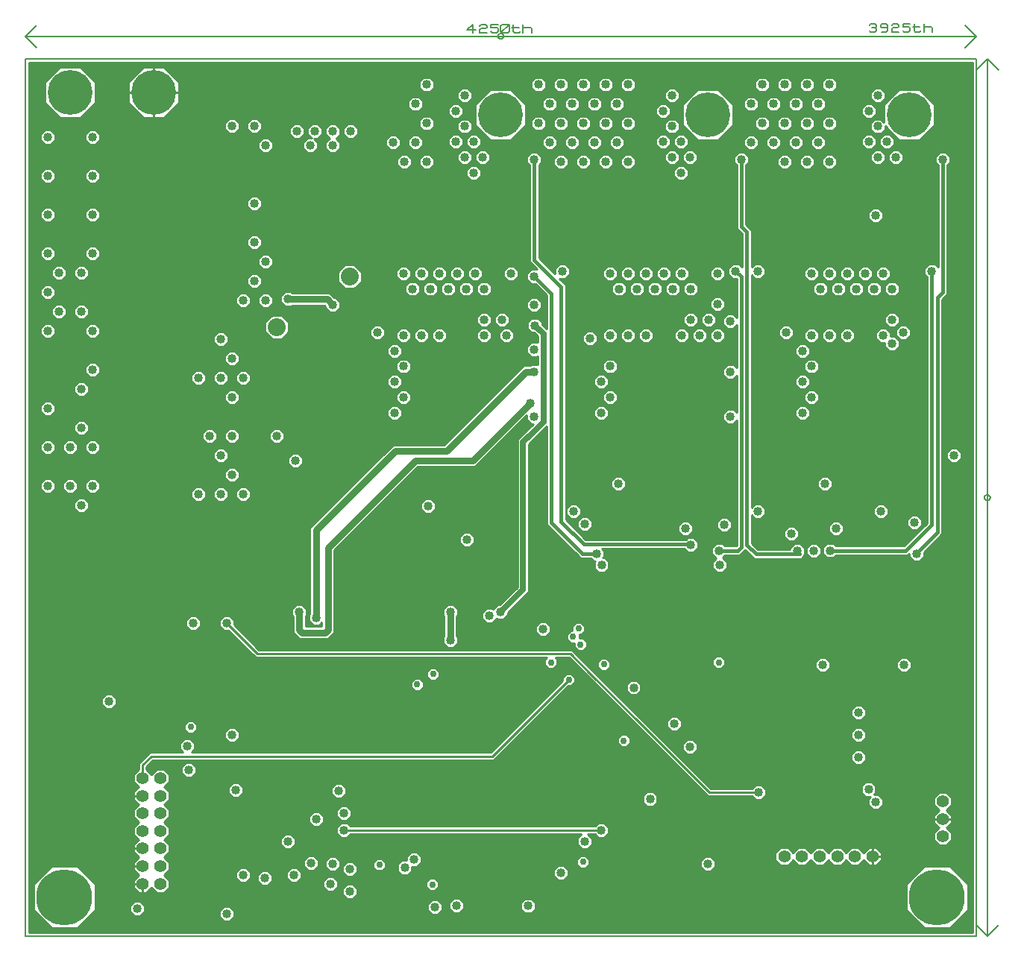
<source format=gbr>
G04 PROTEUS GERBER X2 FILE*
%TF.GenerationSoftware,Labcenter,Proteus,8.7-SP3-Build25561*%
%TF.CreationDate,2021-06-13T19:25:45+00:00*%
%TF.FileFunction,Copper,L2,Inr*%
%TF.FilePolarity,Positive*%
%TF.Part,Single*%
%TF.SameCoordinates,{9c7b3d0d-a21c-4509-bc3d-39c11cb24c33}*%
%FSLAX45Y45*%
%MOMM*%
G01*
%TA.AperFunction,Conductor*%
%ADD10C,0.762000*%
%ADD17C,0.381000*%
%ADD48C,0.203200*%
%ADD16C,0.635000*%
%ADD15C,0.254000*%
%TA.AperFunction,ViaPad*%
%ADD70C,2.032000*%
%TA.AperFunction,WasherPad*%
%ADD71C,1.016000*%
%TA.AperFunction,ViaPad*%
%ADD20C,1.016000*%
%ADD21C,0.762000*%
%ADD22C,1.778000*%
%TA.AperFunction,OtherPad,Unknown*%
%ADD23C,6.350000*%
%TA.AperFunction,ComponentPad*%
%ADD28C,5.080000*%
%TA.AperFunction,WasherPad*%
%ADD44C,1.397000*%
%TA.AperFunction,Profile*%
%ADD46C,0.203200*%
%TA.AperFunction,NonMaterial*%
%ADD47C,0.203200*%
%TD.AperFunction*%
G36*
X+9672320Y-7576820D02*
X-1036320Y-7576820D01*
X-1036320Y+2306320D01*
X+9672320Y+2306320D01*
X+9672320Y-7576820D01*
G37*
%LPC*%
G36*
X-985519Y-7320690D02*
X-985519Y-7030310D01*
X-780190Y-6824981D01*
X-489810Y-6824981D01*
X-284481Y-7030310D01*
X-284481Y-7320690D01*
X-489810Y-7526019D01*
X-780190Y-7526019D01*
X-985519Y-7320690D01*
G37*
G36*
X+8920481Y-7320690D02*
X+8920481Y-7030310D01*
X+9125810Y-6824981D01*
X+9416190Y-6824981D01*
X+9621519Y-7030310D01*
X+9621519Y-7320690D01*
X+9416190Y-7526019D01*
X+9125810Y-7526019D01*
X+8920481Y-7320690D01*
G37*
G36*
X+4030981Y+1595613D02*
X+4030981Y+1833387D01*
X+4199113Y+2001519D01*
X+4436887Y+2001519D01*
X+4605019Y+1833387D01*
X+4605019Y+1595613D01*
X+4436887Y+1427481D01*
X+4199113Y+1427481D01*
X+4030981Y+1595613D01*
G37*
G36*
X+6380481Y+1595613D02*
X+6380481Y+1833387D01*
X+6548613Y+2001519D01*
X+6786387Y+2001519D01*
X+6954519Y+1833387D01*
X+6954519Y+1595613D01*
X+6786387Y+1427481D01*
X+6548613Y+1427481D01*
X+6380481Y+1595613D01*
G37*
G36*
X+9240519Y+1833387D02*
X+9240519Y+1595613D01*
X+9072387Y+1427481D01*
X+8834613Y+1427481D01*
X+8681719Y+1580375D01*
X+8681719Y+1545519D01*
X+8632619Y+1496419D01*
X+8563181Y+1496419D01*
X+8514081Y+1545519D01*
X+8514081Y+1614957D01*
X+8563181Y+1664057D01*
X+8632619Y+1664057D01*
X+8666481Y+1630195D01*
X+8666481Y+1833387D01*
X+8834613Y+2001519D01*
X+9072387Y+2001519D01*
X+9240519Y+1833387D01*
G37*
G36*
X+93981Y+1849613D02*
X+93981Y+2087387D01*
X+262113Y+2255519D01*
X+499887Y+2255519D01*
X+668019Y+2087387D01*
X+668019Y+1849613D01*
X+499887Y+1681481D01*
X+262113Y+1681481D01*
X+93981Y+1849613D01*
G37*
G36*
X-858519Y+1849613D02*
X-858519Y+2087387D01*
X-690387Y+2255519D01*
X-452613Y+2255519D01*
X-284481Y+2087387D01*
X-284481Y+1849613D01*
X-452613Y+1681481D01*
X-690387Y+1681481D01*
X-858519Y+1849613D01*
G37*
G36*
X+5161396Y-4677084D02*
X+5161396Y-4736000D01*
X+5119735Y-4777661D01*
X+5083814Y-4777661D01*
X+4241005Y-5620470D01*
X+369164Y-5620470D01*
X+296573Y-5693061D01*
X+296573Y-5720131D01*
X+296610Y-5720131D01*
X+354000Y-5777521D01*
X+411390Y-5720131D01*
X+496610Y-5720131D01*
X+556869Y-5780390D01*
X+556869Y-5865610D01*
X+499479Y-5923000D01*
X+556869Y-5980390D01*
X+556869Y-6065610D01*
X+499479Y-6123000D01*
X+556869Y-6180390D01*
X+556869Y-6265610D01*
X+499479Y-6323000D01*
X+556869Y-6380390D01*
X+556869Y-6465610D01*
X+499479Y-6523000D01*
X+556869Y-6580390D01*
X+556869Y-6665610D01*
X+499479Y-6723000D01*
X+556869Y-6780390D01*
X+556869Y-6865610D01*
X+499479Y-6923000D01*
X+556869Y-6980390D01*
X+556869Y-7065610D01*
X+496610Y-7125869D01*
X+411390Y-7125869D01*
X+354000Y-7068479D01*
X+296610Y-7125869D01*
X+211390Y-7125869D01*
X+151131Y-7065610D01*
X+151131Y-6980390D01*
X+208521Y-6923000D01*
X+151131Y-6865610D01*
X+151131Y-6780390D01*
X+208521Y-6723000D01*
X+151131Y-6665610D01*
X+151131Y-6580390D01*
X+208521Y-6523000D01*
X+151131Y-6465610D01*
X+151131Y-6380390D01*
X+208521Y-6323000D01*
X+151131Y-6265610D01*
X+151131Y-6180390D01*
X+208521Y-6123000D01*
X+151131Y-6065610D01*
X+151131Y-5980390D01*
X+208521Y-5923000D01*
X+151131Y-5865610D01*
X+151131Y-5780390D01*
X+205135Y-5726386D01*
X+205135Y-5655187D01*
X+331290Y-5529032D01*
X+711494Y-5529032D01*
X+678181Y-5495719D01*
X+678181Y-5426281D01*
X+727281Y-5377181D01*
X+796719Y-5377181D01*
X+845819Y-5426281D01*
X+845819Y-5495719D01*
X+812506Y-5529032D01*
X+4203131Y-5529032D01*
X+5019158Y-4713005D01*
X+5019158Y-4677084D01*
X+5060819Y-4635423D01*
X+5119735Y-4635423D01*
X+5161396Y-4677084D01*
G37*
G36*
X+9437369Y-6043890D02*
X+9437369Y-6129110D01*
X+9379979Y-6186500D01*
X+9437369Y-6243890D01*
X+9437369Y-6329110D01*
X+9379979Y-6386500D01*
X+9437369Y-6443890D01*
X+9437369Y-6529110D01*
X+9377110Y-6589369D01*
X+9291890Y-6589369D01*
X+9231631Y-6529110D01*
X+9231631Y-6443890D01*
X+9289021Y-6386500D01*
X+9231631Y-6329110D01*
X+9231631Y-6243890D01*
X+9289021Y-6186500D01*
X+9231631Y-6129110D01*
X+9231631Y-6043890D01*
X+9291890Y-5983631D01*
X+9377110Y-5983631D01*
X+9437369Y-6043890D01*
G37*
G36*
X+8640369Y-6670890D02*
X+8640369Y-6756110D01*
X+8580110Y-6816369D01*
X+8494890Y-6816369D01*
X+8437500Y-6758979D01*
X+8380110Y-6816369D01*
X+8294890Y-6816369D01*
X+8237500Y-6758979D01*
X+8180110Y-6816369D01*
X+8094890Y-6816369D01*
X+8037500Y-6758979D01*
X+7980110Y-6816369D01*
X+7894890Y-6816369D01*
X+7837500Y-6758979D01*
X+7780110Y-6816369D01*
X+7694890Y-6816369D01*
X+7637500Y-6758979D01*
X+7580110Y-6816369D01*
X+7494890Y-6816369D01*
X+7434631Y-6756110D01*
X+7434631Y-6670890D01*
X+7494890Y-6610631D01*
X+7580110Y-6610631D01*
X+7637500Y-6668021D01*
X+7694890Y-6610631D01*
X+7780110Y-6610631D01*
X+7837500Y-6668021D01*
X+7894890Y-6610631D01*
X+7980110Y-6610631D01*
X+8037500Y-6668021D01*
X+8094890Y-6610631D01*
X+8180110Y-6610631D01*
X+8237500Y-6668021D01*
X+8294890Y-6610631D01*
X+8380110Y-6610631D01*
X+8437500Y-6668021D01*
X+8494890Y-6610631D01*
X+8580110Y-6610631D01*
X+8640369Y-6670890D01*
G37*
G36*
X+1643381Y-754261D02*
X+1643381Y-642739D01*
X+1722239Y-563881D01*
X+1833761Y-563881D01*
X+1912619Y-642739D01*
X+1912619Y-754261D01*
X+1833761Y-833119D01*
X+1722239Y-833119D01*
X+1643381Y-754261D01*
G37*
G36*
X+2468881Y-182761D02*
X+2468881Y-71239D01*
X+2547739Y+7619D01*
X+2659261Y+7619D01*
X+2738119Y-71239D01*
X+2738119Y-182761D01*
X+2659261Y-261619D01*
X+2547739Y-261619D01*
X+2468881Y-182761D01*
G37*
G36*
X+3141981Y+1140031D02*
X+3141981Y+1209469D01*
X+3191081Y+1258569D01*
X+3260519Y+1258569D01*
X+3309619Y+1209469D01*
X+3309619Y+1140031D01*
X+3260519Y+1090931D01*
X+3191081Y+1090931D01*
X+3141981Y+1140031D01*
G37*
G36*
X+3395981Y+1140031D02*
X+3395981Y+1209469D01*
X+3445081Y+1258569D01*
X+3514519Y+1258569D01*
X+3563619Y+1209469D01*
X+3563619Y+1140031D01*
X+3514519Y+1090931D01*
X+3445081Y+1090931D01*
X+3395981Y+1140031D01*
G37*
G36*
X+5173981Y+1140031D02*
X+5173981Y+1209469D01*
X+5223081Y+1258569D01*
X+5292519Y+1258569D01*
X+5341619Y+1209469D01*
X+5341619Y+1140031D01*
X+5292519Y+1090931D01*
X+5223081Y+1090931D01*
X+5173981Y+1140031D01*
G37*
G36*
X+5427981Y+1140031D02*
X+5427981Y+1209469D01*
X+5477081Y+1258569D01*
X+5546519Y+1258569D01*
X+5595619Y+1209469D01*
X+5595619Y+1140031D01*
X+5546519Y+1090931D01*
X+5477081Y+1090931D01*
X+5427981Y+1140031D01*
G37*
G36*
X+5681981Y+1140031D02*
X+5681981Y+1209469D01*
X+5731081Y+1258569D01*
X+5800519Y+1258569D01*
X+5849619Y+1209469D01*
X+5849619Y+1140031D01*
X+5800519Y+1090931D01*
X+5731081Y+1090931D01*
X+5681981Y+1140031D01*
G37*
G36*
X+7459981Y+1140031D02*
X+7459981Y+1209469D01*
X+7509081Y+1258569D01*
X+7578519Y+1258569D01*
X+7627619Y+1209469D01*
X+7627619Y+1140031D01*
X+7578519Y+1090931D01*
X+7509081Y+1090931D01*
X+7459981Y+1140031D01*
G37*
G36*
X+7713981Y+1140031D02*
X+7713981Y+1209469D01*
X+7763081Y+1258569D01*
X+7832519Y+1258569D01*
X+7881619Y+1209469D01*
X+7881619Y+1140031D01*
X+7832519Y+1090931D01*
X+7763081Y+1090931D01*
X+7713981Y+1140031D01*
G37*
G36*
X+7967981Y+1140031D02*
X+7967981Y+1209469D01*
X+8017081Y+1258569D01*
X+8086519Y+1258569D01*
X+8135619Y+1209469D01*
X+8135619Y+1140031D01*
X+8086519Y+1090931D01*
X+8017081Y+1090931D01*
X+7967981Y+1140031D01*
G37*
G36*
X+3014981Y+1360001D02*
X+3014981Y+1429439D01*
X+3064081Y+1478539D01*
X+3133519Y+1478539D01*
X+3182619Y+1429439D01*
X+3182619Y+1360001D01*
X+3133519Y+1310901D01*
X+3064081Y+1310901D01*
X+3014981Y+1360001D01*
G37*
G36*
X+3268981Y+1360001D02*
X+3268981Y+1429439D01*
X+3318081Y+1478539D01*
X+3387519Y+1478539D01*
X+3436619Y+1429439D01*
X+3436619Y+1360001D01*
X+3387519Y+1310901D01*
X+3318081Y+1310901D01*
X+3268981Y+1360001D01*
G37*
G36*
X+4792981Y+1360001D02*
X+4792981Y+1429439D01*
X+4842081Y+1478539D01*
X+4911519Y+1478539D01*
X+4960619Y+1429439D01*
X+4960619Y+1360001D01*
X+4911519Y+1310901D01*
X+4842081Y+1310901D01*
X+4792981Y+1360001D01*
G37*
G36*
X+5046981Y+1360001D02*
X+5046981Y+1429439D01*
X+5096081Y+1478539D01*
X+5165519Y+1478539D01*
X+5214619Y+1429439D01*
X+5214619Y+1360001D01*
X+5165519Y+1310901D01*
X+5096081Y+1310901D01*
X+5046981Y+1360001D01*
G37*
G36*
X+5300981Y+1360001D02*
X+5300981Y+1429439D01*
X+5350081Y+1478539D01*
X+5419519Y+1478539D01*
X+5468619Y+1429439D01*
X+5468619Y+1360001D01*
X+5419519Y+1310901D01*
X+5350081Y+1310901D01*
X+5300981Y+1360001D01*
G37*
G36*
X+5554981Y+1360001D02*
X+5554981Y+1429439D01*
X+5604081Y+1478539D01*
X+5673519Y+1478539D01*
X+5722619Y+1429439D01*
X+5722619Y+1360001D01*
X+5673519Y+1310901D01*
X+5604081Y+1310901D01*
X+5554981Y+1360001D01*
G37*
G36*
X+7078981Y+1360001D02*
X+7078981Y+1429439D01*
X+7128081Y+1478539D01*
X+7197519Y+1478539D01*
X+7246619Y+1429439D01*
X+7246619Y+1360001D01*
X+7197519Y+1310901D01*
X+7128081Y+1310901D01*
X+7078981Y+1360001D01*
G37*
G36*
X+7332981Y+1360001D02*
X+7332981Y+1429439D01*
X+7382081Y+1478539D01*
X+7451519Y+1478539D01*
X+7500619Y+1429439D01*
X+7500619Y+1360001D01*
X+7451519Y+1310901D01*
X+7382081Y+1310901D01*
X+7332981Y+1360001D01*
G37*
G36*
X+7586981Y+1360001D02*
X+7586981Y+1429439D01*
X+7636081Y+1478539D01*
X+7705519Y+1478539D01*
X+7754619Y+1429439D01*
X+7754619Y+1360001D01*
X+7705519Y+1310901D01*
X+7636081Y+1310901D01*
X+7586981Y+1360001D01*
G37*
G36*
X+7840981Y+1360001D02*
X+7840981Y+1429439D01*
X+7890081Y+1478539D01*
X+7959519Y+1478539D01*
X+8008619Y+1429439D01*
X+8008619Y+1360001D01*
X+7959519Y+1310901D01*
X+7890081Y+1310901D01*
X+7840981Y+1360001D01*
G37*
G36*
X+3395981Y+1579971D02*
X+3395981Y+1649409D01*
X+3445081Y+1698509D01*
X+3514519Y+1698509D01*
X+3563619Y+1649409D01*
X+3563619Y+1579971D01*
X+3514519Y+1530871D01*
X+3445081Y+1530871D01*
X+3395981Y+1579971D01*
G37*
G36*
X+4665981Y+1579971D02*
X+4665981Y+1649409D01*
X+4715081Y+1698509D01*
X+4784519Y+1698509D01*
X+4833619Y+1649409D01*
X+4833619Y+1579971D01*
X+4784519Y+1530871D01*
X+4715081Y+1530871D01*
X+4665981Y+1579971D01*
G37*
G36*
X+4919981Y+1579971D02*
X+4919981Y+1649409D01*
X+4969081Y+1698509D01*
X+5038519Y+1698509D01*
X+5087619Y+1649409D01*
X+5087619Y+1579971D01*
X+5038519Y+1530871D01*
X+4969081Y+1530871D01*
X+4919981Y+1579971D01*
G37*
G36*
X+5173981Y+1579971D02*
X+5173981Y+1649409D01*
X+5223081Y+1698509D01*
X+5292519Y+1698509D01*
X+5341619Y+1649409D01*
X+5341619Y+1579971D01*
X+5292519Y+1530871D01*
X+5223081Y+1530871D01*
X+5173981Y+1579971D01*
G37*
G36*
X+5427981Y+1579971D02*
X+5427981Y+1649409D01*
X+5477081Y+1698509D01*
X+5546519Y+1698509D01*
X+5595619Y+1649409D01*
X+5595619Y+1579971D01*
X+5546519Y+1530871D01*
X+5477081Y+1530871D01*
X+5427981Y+1579971D01*
G37*
G36*
X+5681981Y+1579971D02*
X+5681981Y+1649409D01*
X+5731081Y+1698509D01*
X+5800519Y+1698509D01*
X+5849619Y+1649409D01*
X+5849619Y+1579971D01*
X+5800519Y+1530871D01*
X+5731081Y+1530871D01*
X+5681981Y+1579971D01*
G37*
G36*
X+7205981Y+1579971D02*
X+7205981Y+1649409D01*
X+7255081Y+1698509D01*
X+7324519Y+1698509D01*
X+7373619Y+1649409D01*
X+7373619Y+1579971D01*
X+7324519Y+1530871D01*
X+7255081Y+1530871D01*
X+7205981Y+1579971D01*
G37*
G36*
X+7459981Y+1579971D02*
X+7459981Y+1649409D01*
X+7509081Y+1698509D01*
X+7578519Y+1698509D01*
X+7627619Y+1649409D01*
X+7627619Y+1579971D01*
X+7578519Y+1530871D01*
X+7509081Y+1530871D01*
X+7459981Y+1579971D01*
G37*
G36*
X+7713981Y+1579971D02*
X+7713981Y+1649409D01*
X+7763081Y+1698509D01*
X+7832519Y+1698509D01*
X+7881619Y+1649409D01*
X+7881619Y+1579971D01*
X+7832519Y+1530871D01*
X+7763081Y+1530871D01*
X+7713981Y+1579971D01*
G37*
G36*
X+7967981Y+1579971D02*
X+7967981Y+1649409D01*
X+8017081Y+1698509D01*
X+8086519Y+1698509D01*
X+8135619Y+1649409D01*
X+8135619Y+1579971D01*
X+8086519Y+1530871D01*
X+8017081Y+1530871D01*
X+7967981Y+1579971D01*
G37*
G36*
X+3268981Y+1799941D02*
X+3268981Y+1869379D01*
X+3318081Y+1918479D01*
X+3387519Y+1918479D01*
X+3436619Y+1869379D01*
X+3436619Y+1799941D01*
X+3387519Y+1750841D01*
X+3318081Y+1750841D01*
X+3268981Y+1799941D01*
G37*
G36*
X+4792981Y+1799941D02*
X+4792981Y+1869379D01*
X+4842081Y+1918479D01*
X+4911519Y+1918479D01*
X+4960619Y+1869379D01*
X+4960619Y+1799941D01*
X+4911519Y+1750841D01*
X+4842081Y+1750841D01*
X+4792981Y+1799941D01*
G37*
G36*
X+5046981Y+1799941D02*
X+5046981Y+1869379D01*
X+5096081Y+1918479D01*
X+5165519Y+1918479D01*
X+5214619Y+1869379D01*
X+5214619Y+1799941D01*
X+5165519Y+1750841D01*
X+5096081Y+1750841D01*
X+5046981Y+1799941D01*
G37*
G36*
X+5300981Y+1799941D02*
X+5300981Y+1869379D01*
X+5350081Y+1918479D01*
X+5419519Y+1918479D01*
X+5468619Y+1869379D01*
X+5468619Y+1799941D01*
X+5419519Y+1750841D01*
X+5350081Y+1750841D01*
X+5300981Y+1799941D01*
G37*
G36*
X+5554981Y+1799941D02*
X+5554981Y+1869379D01*
X+5604081Y+1918479D01*
X+5673519Y+1918479D01*
X+5722619Y+1869379D01*
X+5722619Y+1799941D01*
X+5673519Y+1750841D01*
X+5604081Y+1750841D01*
X+5554981Y+1799941D01*
G37*
G36*
X+7078981Y+1799941D02*
X+7078981Y+1869379D01*
X+7128081Y+1918479D01*
X+7197519Y+1918479D01*
X+7246619Y+1869379D01*
X+7246619Y+1799941D01*
X+7197519Y+1750841D01*
X+7128081Y+1750841D01*
X+7078981Y+1799941D01*
G37*
G36*
X+7332981Y+1799941D02*
X+7332981Y+1869379D01*
X+7382081Y+1918479D01*
X+7451519Y+1918479D01*
X+7500619Y+1869379D01*
X+7500619Y+1799941D01*
X+7451519Y+1750841D01*
X+7382081Y+1750841D01*
X+7332981Y+1799941D01*
G37*
G36*
X+7586981Y+1799941D02*
X+7586981Y+1869379D01*
X+7636081Y+1918479D01*
X+7705519Y+1918479D01*
X+7754619Y+1869379D01*
X+7754619Y+1799941D01*
X+7705519Y+1750841D01*
X+7636081Y+1750841D01*
X+7586981Y+1799941D01*
G37*
G36*
X+7840981Y+1799941D02*
X+7840981Y+1869379D01*
X+7890081Y+1918479D01*
X+7959519Y+1918479D01*
X+8008619Y+1869379D01*
X+8008619Y+1799941D01*
X+7959519Y+1750841D01*
X+7890081Y+1750841D01*
X+7840981Y+1799941D01*
G37*
G36*
X+3395981Y+2019911D02*
X+3395981Y+2089349D01*
X+3445081Y+2138449D01*
X+3514519Y+2138449D01*
X+3563619Y+2089349D01*
X+3563619Y+2019911D01*
X+3514519Y+1970811D01*
X+3445081Y+1970811D01*
X+3395981Y+2019911D01*
G37*
G36*
X+4665981Y+2019911D02*
X+4665981Y+2089349D01*
X+4715081Y+2138449D01*
X+4784519Y+2138449D01*
X+4833619Y+2089349D01*
X+4833619Y+2019911D01*
X+4784519Y+1970811D01*
X+4715081Y+1970811D01*
X+4665981Y+2019911D01*
G37*
G36*
X+4919981Y+2019911D02*
X+4919981Y+2089349D01*
X+4969081Y+2138449D01*
X+5038519Y+2138449D01*
X+5087619Y+2089349D01*
X+5087619Y+2019911D01*
X+5038519Y+1970811D01*
X+4969081Y+1970811D01*
X+4919981Y+2019911D01*
G37*
G36*
X+5173981Y+2019911D02*
X+5173981Y+2089349D01*
X+5223081Y+2138449D01*
X+5292519Y+2138449D01*
X+5341619Y+2089349D01*
X+5341619Y+2019911D01*
X+5292519Y+1970811D01*
X+5223081Y+1970811D01*
X+5173981Y+2019911D01*
G37*
G36*
X+5427981Y+2019911D02*
X+5427981Y+2089349D01*
X+5477081Y+2138449D01*
X+5546519Y+2138449D01*
X+5595619Y+2089349D01*
X+5595619Y+2019911D01*
X+5546519Y+1970811D01*
X+5477081Y+1970811D01*
X+5427981Y+2019911D01*
G37*
G36*
X+5681981Y+2019911D02*
X+5681981Y+2089349D01*
X+5731081Y+2138449D01*
X+5800519Y+2138449D01*
X+5849619Y+2089349D01*
X+5849619Y+2019911D01*
X+5800519Y+1970811D01*
X+5731081Y+1970811D01*
X+5681981Y+2019911D01*
G37*
G36*
X+7205981Y+2019911D02*
X+7205981Y+2089349D01*
X+7255081Y+2138449D01*
X+7324519Y+2138449D01*
X+7373619Y+2089349D01*
X+7373619Y+2019911D01*
X+7324519Y+1970811D01*
X+7255081Y+1970811D01*
X+7205981Y+2019911D01*
G37*
G36*
X+7459981Y+2019911D02*
X+7459981Y+2089349D01*
X+7509081Y+2138449D01*
X+7578519Y+2138449D01*
X+7627619Y+2089349D01*
X+7627619Y+2019911D01*
X+7578519Y+1970811D01*
X+7509081Y+1970811D01*
X+7459981Y+2019911D01*
G37*
G36*
X+7713981Y+2019911D02*
X+7713981Y+2089349D01*
X+7763081Y+2138449D01*
X+7832519Y+2138449D01*
X+7881619Y+2089349D01*
X+7881619Y+2019911D01*
X+7832519Y+1970811D01*
X+7763081Y+1970811D01*
X+7713981Y+2019911D01*
G37*
G36*
X+7967981Y+2019911D02*
X+7967981Y+2089349D01*
X+8017081Y+2138449D01*
X+8086519Y+2138449D01*
X+8135619Y+2089349D01*
X+8135619Y+2019911D01*
X+8086519Y+1970811D01*
X+8017081Y+1970811D01*
X+7967981Y+2019911D01*
G37*
G36*
X+5377181Y-1708349D02*
X+5377181Y-1638911D01*
X+5426281Y-1589811D01*
X+5495719Y-1589811D01*
X+5544819Y-1638911D01*
X+5544819Y-1708349D01*
X+5495719Y-1757449D01*
X+5426281Y-1757449D01*
X+5377181Y-1708349D01*
G37*
G36*
X+5478781Y-1532373D02*
X+5478781Y-1462935D01*
X+5527881Y-1413835D01*
X+5597319Y-1413835D01*
X+5646419Y-1462935D01*
X+5646419Y-1532373D01*
X+5597319Y-1581473D01*
X+5527881Y-1581473D01*
X+5478781Y-1532373D01*
G37*
G36*
X+5377181Y-1356397D02*
X+5377181Y-1286959D01*
X+5426281Y-1237859D01*
X+5495719Y-1237859D01*
X+5544819Y-1286959D01*
X+5544819Y-1356397D01*
X+5495719Y-1405497D01*
X+5426281Y-1405497D01*
X+5377181Y-1356397D01*
G37*
G36*
X+5478781Y-1180421D02*
X+5478781Y-1110983D01*
X+5527881Y-1061883D01*
X+5597319Y-1061883D01*
X+5646419Y-1110983D01*
X+5646419Y-1180421D01*
X+5597319Y-1229521D01*
X+5527881Y-1229521D01*
X+5478781Y-1180421D01*
G37*
G36*
X+5478781Y-828469D02*
X+5478781Y-759031D01*
X+5527881Y-709931D01*
X+5597319Y-709931D01*
X+5646419Y-759031D01*
X+5646419Y-828469D01*
X+5597319Y-877569D01*
X+5527881Y-877569D01*
X+5478781Y-828469D01*
G37*
G36*
X+5681981Y-828469D02*
X+5681981Y-759031D01*
X+5731081Y-709931D01*
X+5800519Y-709931D01*
X+5849619Y-759031D01*
X+5849619Y-828469D01*
X+5800519Y-877569D01*
X+5731081Y-877569D01*
X+5681981Y-828469D01*
G37*
G36*
X+5885181Y-828469D02*
X+5885181Y-759031D01*
X+5934281Y-709931D01*
X+6003719Y-709931D01*
X+6052819Y-759031D01*
X+6052819Y-828469D01*
X+6003719Y-877569D01*
X+5934281Y-877569D01*
X+5885181Y-828469D01*
G37*
G36*
X+6291581Y-828469D02*
X+6291581Y-759031D01*
X+6340681Y-709931D01*
X+6410119Y-709931D01*
X+6459219Y-759031D01*
X+6459219Y-828469D01*
X+6410119Y-877569D01*
X+6340681Y-877569D01*
X+6291581Y-828469D01*
G37*
G36*
X+6494781Y-828469D02*
X+6494781Y-759031D01*
X+6543881Y-709931D01*
X+6613319Y-709931D01*
X+6662419Y-759031D01*
X+6662419Y-828469D01*
X+6613319Y-877569D01*
X+6543881Y-877569D01*
X+6494781Y-828469D01*
G37*
G36*
X+6697981Y-828469D02*
X+6697981Y-759031D01*
X+6747081Y-709931D01*
X+6816519Y-709931D01*
X+6865619Y-759031D01*
X+6865619Y-828469D01*
X+6816519Y-877569D01*
X+6747081Y-877569D01*
X+6697981Y-828469D01*
G37*
G36*
X+6393181Y-652493D02*
X+6393181Y-583055D01*
X+6442281Y-533955D01*
X+6511719Y-533955D01*
X+6560819Y-583055D01*
X+6560819Y-652493D01*
X+6511719Y-701593D01*
X+6442281Y-701593D01*
X+6393181Y-652493D01*
G37*
G36*
X+6596381Y-652493D02*
X+6596381Y-583055D01*
X+6645481Y-533955D01*
X+6714919Y-533955D01*
X+6764019Y-583055D01*
X+6764019Y-652493D01*
X+6714919Y-701593D01*
X+6645481Y-701593D01*
X+6596381Y-652493D01*
G37*
G36*
X+6697981Y-476517D02*
X+6697981Y-407079D01*
X+6747081Y-357979D01*
X+6816519Y-357979D01*
X+6865619Y-407079D01*
X+6865619Y-476517D01*
X+6816519Y-525617D01*
X+6747081Y-525617D01*
X+6697981Y-476517D01*
G37*
G36*
X+5580381Y-300541D02*
X+5580381Y-231103D01*
X+5629481Y-182003D01*
X+5698919Y-182003D01*
X+5748019Y-231103D01*
X+5748019Y-300541D01*
X+5698919Y-349641D01*
X+5629481Y-349641D01*
X+5580381Y-300541D01*
G37*
G36*
X+5783581Y-300541D02*
X+5783581Y-231103D01*
X+5832681Y-182003D01*
X+5902119Y-182003D01*
X+5951219Y-231103D01*
X+5951219Y-300541D01*
X+5902119Y-349641D01*
X+5832681Y-349641D01*
X+5783581Y-300541D01*
G37*
G36*
X+5986781Y-300541D02*
X+5986781Y-231103D01*
X+6035881Y-182003D01*
X+6105319Y-182003D01*
X+6154419Y-231103D01*
X+6154419Y-300541D01*
X+6105319Y-349641D01*
X+6035881Y-349641D01*
X+5986781Y-300541D01*
G37*
G36*
X+6189981Y-300541D02*
X+6189981Y-231103D01*
X+6239081Y-182003D01*
X+6308519Y-182003D01*
X+6357619Y-231103D01*
X+6357619Y-300541D01*
X+6308519Y-349641D01*
X+6239081Y-349641D01*
X+6189981Y-300541D01*
G37*
G36*
X+6393181Y-300541D02*
X+6393181Y-231103D01*
X+6442281Y-182003D01*
X+6511719Y-182003D01*
X+6560819Y-231103D01*
X+6560819Y-300541D01*
X+6511719Y-349641D01*
X+6442281Y-349641D01*
X+6393181Y-300541D01*
G37*
G36*
X+5478781Y-124565D02*
X+5478781Y-55127D01*
X+5527881Y-6027D01*
X+5597319Y-6027D01*
X+5646419Y-55127D01*
X+5646419Y-124565D01*
X+5597319Y-173665D01*
X+5527881Y-173665D01*
X+5478781Y-124565D01*
G37*
G36*
X+5681981Y-124565D02*
X+5681981Y-55127D01*
X+5731081Y-6027D01*
X+5800519Y-6027D01*
X+5849619Y-55127D01*
X+5849619Y-124565D01*
X+5800519Y-173665D01*
X+5731081Y-173665D01*
X+5681981Y-124565D01*
G37*
G36*
X+5885181Y-124565D02*
X+5885181Y-55127D01*
X+5934281Y-6027D01*
X+6003719Y-6027D01*
X+6052819Y-55127D01*
X+6052819Y-124565D01*
X+6003719Y-173665D01*
X+5934281Y-173665D01*
X+5885181Y-124565D01*
G37*
G36*
X+6088381Y-124565D02*
X+6088381Y-55127D01*
X+6137481Y-6027D01*
X+6206919Y-6027D01*
X+6256019Y-55127D01*
X+6256019Y-124565D01*
X+6206919Y-173665D01*
X+6137481Y-173665D01*
X+6088381Y-124565D01*
G37*
G36*
X+6291581Y-124565D02*
X+6291581Y-55127D01*
X+6340681Y-6027D01*
X+6410119Y-6027D01*
X+6459219Y-55127D01*
X+6459219Y-124565D01*
X+6410119Y-173665D01*
X+6340681Y-173665D01*
X+6291581Y-124565D01*
G37*
G36*
X+6697981Y-124565D02*
X+6697981Y-55127D01*
X+6747081Y-6027D01*
X+6816519Y-6027D01*
X+6865619Y-55127D01*
X+6865619Y-124565D01*
X+6816519Y-173665D01*
X+6747081Y-173665D01*
X+6697981Y-124565D01*
G37*
G36*
X+7663181Y-1708349D02*
X+7663181Y-1638911D01*
X+7712281Y-1589811D01*
X+7781719Y-1589811D01*
X+7830819Y-1638911D01*
X+7830819Y-1708349D01*
X+7781719Y-1757449D01*
X+7712281Y-1757449D01*
X+7663181Y-1708349D01*
G37*
G36*
X+7764781Y-1532373D02*
X+7764781Y-1462935D01*
X+7813881Y-1413835D01*
X+7883319Y-1413835D01*
X+7932419Y-1462935D01*
X+7932419Y-1532373D01*
X+7883319Y-1581473D01*
X+7813881Y-1581473D01*
X+7764781Y-1532373D01*
G37*
G36*
X+7663181Y-1356397D02*
X+7663181Y-1286959D01*
X+7712281Y-1237859D01*
X+7781719Y-1237859D01*
X+7830819Y-1286959D01*
X+7830819Y-1356397D01*
X+7781719Y-1405497D01*
X+7712281Y-1405497D01*
X+7663181Y-1356397D01*
G37*
G36*
X+7764781Y-1180421D02*
X+7764781Y-1110983D01*
X+7813881Y-1061883D01*
X+7883319Y-1061883D01*
X+7932419Y-1110983D01*
X+7932419Y-1180421D01*
X+7883319Y-1229521D01*
X+7813881Y-1229521D01*
X+7764781Y-1180421D01*
G37*
G36*
X+7663181Y-1004445D02*
X+7663181Y-935007D01*
X+7712281Y-885907D01*
X+7781719Y-885907D01*
X+7830819Y-935007D01*
X+7830819Y-1004445D01*
X+7781719Y-1053545D01*
X+7712281Y-1053545D01*
X+7663181Y-1004445D01*
G37*
G36*
X+7764781Y-828469D02*
X+7764781Y-759031D01*
X+7813881Y-709931D01*
X+7883319Y-709931D01*
X+7932419Y-759031D01*
X+7932419Y-828469D01*
X+7883319Y-877569D01*
X+7813881Y-877569D01*
X+7764781Y-828469D01*
G37*
G36*
X+7967981Y-828469D02*
X+7967981Y-759031D01*
X+8017081Y-709931D01*
X+8086519Y-709931D01*
X+8135619Y-759031D01*
X+8135619Y-828469D01*
X+8086519Y-877569D01*
X+8017081Y-877569D01*
X+7967981Y-828469D01*
G37*
G36*
X+8171181Y-828469D02*
X+8171181Y-759031D01*
X+8220281Y-709931D01*
X+8289719Y-709931D01*
X+8338819Y-759031D01*
X+8338819Y-828469D01*
X+8289719Y-877569D01*
X+8220281Y-877569D01*
X+8171181Y-828469D01*
G37*
G36*
X+8745219Y-759031D02*
X+8745219Y-805181D01*
X+8797719Y-805181D01*
X+8846819Y-854281D01*
X+8846819Y-923719D01*
X+8797719Y-972819D01*
X+8728281Y-972819D01*
X+8679181Y-923719D01*
X+8679181Y-877569D01*
X+8626681Y-877569D01*
X+8577581Y-828469D01*
X+8577581Y-759031D01*
X+8626681Y-709931D01*
X+8696119Y-709931D01*
X+8745219Y-759031D01*
G37*
G36*
X+8679181Y-652493D02*
X+8679181Y-583055D01*
X+8728281Y-533955D01*
X+8797719Y-533955D01*
X+8846819Y-583055D01*
X+8846819Y-652493D01*
X+8797719Y-701593D01*
X+8728281Y-701593D01*
X+8679181Y-652493D01*
G37*
G36*
X+7866381Y-300541D02*
X+7866381Y-231103D01*
X+7915481Y-182003D01*
X+7984919Y-182003D01*
X+8034019Y-231103D01*
X+8034019Y-300541D01*
X+7984919Y-349641D01*
X+7915481Y-349641D01*
X+7866381Y-300541D01*
G37*
G36*
X+8069581Y-300541D02*
X+8069581Y-231103D01*
X+8118681Y-182003D01*
X+8188119Y-182003D01*
X+8237219Y-231103D01*
X+8237219Y-300541D01*
X+8188119Y-349641D01*
X+8118681Y-349641D01*
X+8069581Y-300541D01*
G37*
G36*
X+8272781Y-300541D02*
X+8272781Y-231103D01*
X+8321881Y-182003D01*
X+8391319Y-182003D01*
X+8440419Y-231103D01*
X+8440419Y-300541D01*
X+8391319Y-349641D01*
X+8321881Y-349641D01*
X+8272781Y-300541D01*
G37*
G36*
X+8475981Y-300541D02*
X+8475981Y-231103D01*
X+8525081Y-182003D01*
X+8594519Y-182003D01*
X+8643619Y-231103D01*
X+8643619Y-300541D01*
X+8594519Y-349641D01*
X+8525081Y-349641D01*
X+8475981Y-300541D01*
G37*
G36*
X+8679181Y-300541D02*
X+8679181Y-231103D01*
X+8728281Y-182003D01*
X+8797719Y-182003D01*
X+8846819Y-231103D01*
X+8846819Y-300541D01*
X+8797719Y-349641D01*
X+8728281Y-349641D01*
X+8679181Y-300541D01*
G37*
G36*
X+7764781Y-124565D02*
X+7764781Y-55127D01*
X+7813881Y-6027D01*
X+7883319Y-6027D01*
X+7932419Y-55127D01*
X+7932419Y-124565D01*
X+7883319Y-173665D01*
X+7813881Y-173665D01*
X+7764781Y-124565D01*
G37*
G36*
X+7967981Y-124565D02*
X+7967981Y-55127D01*
X+8017081Y-6027D01*
X+8086519Y-6027D01*
X+8135619Y-55127D01*
X+8135619Y-124565D01*
X+8086519Y-173665D01*
X+8017081Y-173665D01*
X+7967981Y-124565D01*
G37*
G36*
X+8171181Y-124565D02*
X+8171181Y-55127D01*
X+8220281Y-6027D01*
X+8289719Y-6027D01*
X+8338819Y-55127D01*
X+8338819Y-124565D01*
X+8289719Y-173665D01*
X+8220281Y-173665D01*
X+8171181Y-124565D01*
G37*
G36*
X+8374381Y-124565D02*
X+8374381Y-55127D01*
X+8423481Y-6027D01*
X+8492919Y-6027D01*
X+8542019Y-55127D01*
X+8542019Y-124565D01*
X+8492919Y-173665D01*
X+8423481Y-173665D01*
X+8374381Y-124565D01*
G37*
G36*
X+8577581Y-124565D02*
X+8577581Y-55127D01*
X+8626681Y-6027D01*
X+8696119Y-6027D01*
X+8745219Y-55127D01*
X+8745219Y-124565D01*
X+8696119Y-173665D01*
X+8626681Y-173665D01*
X+8577581Y-124565D01*
G37*
G36*
X+3129281Y-1532373D02*
X+3129281Y-1462935D01*
X+3178381Y-1413835D01*
X+3247819Y-1413835D01*
X+3296919Y-1462935D01*
X+3296919Y-1532373D01*
X+3247819Y-1581473D01*
X+3178381Y-1581473D01*
X+3129281Y-1532373D01*
G37*
G36*
X+3027681Y-1356397D02*
X+3027681Y-1286959D01*
X+3076781Y-1237859D01*
X+3146219Y-1237859D01*
X+3195319Y-1286959D01*
X+3195319Y-1356397D01*
X+3146219Y-1405497D01*
X+3076781Y-1405497D01*
X+3027681Y-1356397D01*
G37*
G36*
X+3129281Y-1180421D02*
X+3129281Y-1110983D01*
X+3178381Y-1061883D01*
X+3247819Y-1061883D01*
X+3296919Y-1110983D01*
X+3296919Y-1180421D01*
X+3247819Y-1229521D01*
X+3178381Y-1229521D01*
X+3129281Y-1180421D01*
G37*
G36*
X+3027681Y-1004445D02*
X+3027681Y-935007D01*
X+3076781Y-885907D01*
X+3146219Y-885907D01*
X+3195319Y-935007D01*
X+3195319Y-1004445D01*
X+3146219Y-1053545D01*
X+3076781Y-1053545D01*
X+3027681Y-1004445D01*
G37*
G36*
X+3129281Y-828469D02*
X+3129281Y-759031D01*
X+3178381Y-709931D01*
X+3247819Y-709931D01*
X+3296919Y-759031D01*
X+3296919Y-828469D01*
X+3247819Y-877569D01*
X+3178381Y-877569D01*
X+3129281Y-828469D01*
G37*
G36*
X+3332481Y-828469D02*
X+3332481Y-759031D01*
X+3381581Y-709931D01*
X+3451019Y-709931D01*
X+3500119Y-759031D01*
X+3500119Y-828469D01*
X+3451019Y-877569D01*
X+3381581Y-877569D01*
X+3332481Y-828469D01*
G37*
G36*
X+3535681Y-828469D02*
X+3535681Y-759031D01*
X+3584781Y-709931D01*
X+3654219Y-709931D01*
X+3703319Y-759031D01*
X+3703319Y-828469D01*
X+3654219Y-877569D01*
X+3584781Y-877569D01*
X+3535681Y-828469D01*
G37*
G36*
X+4043681Y-652493D02*
X+4043681Y-583055D01*
X+4092781Y-533955D01*
X+4162219Y-533955D01*
X+4211319Y-583055D01*
X+4211319Y-652493D01*
X+4162219Y-701593D01*
X+4092781Y-701593D01*
X+4043681Y-652493D01*
G37*
G36*
X+4246881Y-652493D02*
X+4246881Y-583055D01*
X+4295981Y-533955D01*
X+4365419Y-533955D01*
X+4414519Y-583055D01*
X+4414519Y-652493D01*
X+4365419Y-701593D01*
X+4295981Y-701593D01*
X+4246881Y-652493D01*
G37*
G36*
X+3230881Y-300541D02*
X+3230881Y-231103D01*
X+3279981Y-182003D01*
X+3349419Y-182003D01*
X+3398519Y-231103D01*
X+3398519Y-300541D01*
X+3349419Y-349641D01*
X+3279981Y-349641D01*
X+3230881Y-300541D01*
G37*
G36*
X+3434081Y-300541D02*
X+3434081Y-231103D01*
X+3483181Y-182003D01*
X+3552619Y-182003D01*
X+3601719Y-231103D01*
X+3601719Y-300541D01*
X+3552619Y-349641D01*
X+3483181Y-349641D01*
X+3434081Y-300541D01*
G37*
G36*
X+3637281Y-300541D02*
X+3637281Y-231103D01*
X+3686381Y-182003D01*
X+3755819Y-182003D01*
X+3804919Y-231103D01*
X+3804919Y-300541D01*
X+3755819Y-349641D01*
X+3686381Y-349641D01*
X+3637281Y-300541D01*
G37*
G36*
X+3840481Y-300541D02*
X+3840481Y-231103D01*
X+3889581Y-182003D01*
X+3959019Y-182003D01*
X+4008119Y-231103D01*
X+4008119Y-300541D01*
X+3959019Y-349641D01*
X+3889581Y-349641D01*
X+3840481Y-300541D01*
G37*
G36*
X+4043681Y-300541D02*
X+4043681Y-231103D01*
X+4092781Y-182003D01*
X+4162219Y-182003D01*
X+4211319Y-231103D01*
X+4211319Y-300541D01*
X+4162219Y-349641D01*
X+4092781Y-349641D01*
X+4043681Y-300541D01*
G37*
G36*
X+3129281Y-124565D02*
X+3129281Y-55127D01*
X+3178381Y-6027D01*
X+3247819Y-6027D01*
X+3296919Y-55127D01*
X+3296919Y-124565D01*
X+3247819Y-173665D01*
X+3178381Y-173665D01*
X+3129281Y-124565D01*
G37*
G36*
X+3332481Y-124565D02*
X+3332481Y-55127D01*
X+3381581Y-6027D01*
X+3451019Y-6027D01*
X+3500119Y-55127D01*
X+3500119Y-124565D01*
X+3451019Y-173665D01*
X+3381581Y-173665D01*
X+3332481Y-124565D01*
G37*
G36*
X+3535681Y-124565D02*
X+3535681Y-55127D01*
X+3584781Y-6027D01*
X+3654219Y-6027D01*
X+3703319Y-55127D01*
X+3703319Y-124565D01*
X+3654219Y-173665D01*
X+3584781Y-173665D01*
X+3535681Y-124565D01*
G37*
G36*
X+3738881Y-124565D02*
X+3738881Y-55127D01*
X+3787981Y-6027D01*
X+3857419Y-6027D01*
X+3906519Y-55127D01*
X+3906519Y-124565D01*
X+3857419Y-173665D01*
X+3787981Y-173665D01*
X+3738881Y-124565D01*
G37*
G36*
X+3942081Y-124565D02*
X+3942081Y-55127D01*
X+3991181Y-6027D01*
X+4060619Y-6027D01*
X+4109719Y-55127D01*
X+4109719Y-124565D01*
X+4060619Y-173665D01*
X+3991181Y-173665D01*
X+3942081Y-124565D01*
G37*
G36*
X+4348481Y-124565D02*
X+4348481Y-55127D01*
X+4397581Y-6027D01*
X+4467019Y-6027D01*
X+4516119Y-55127D01*
X+4516119Y-124565D01*
X+4467019Y-173665D01*
X+4397581Y-173665D01*
X+4348481Y-124565D01*
G37*
G36*
X+3929381Y+1017591D02*
X+3929381Y+1087029D01*
X+3978481Y+1136129D01*
X+4047919Y+1136129D01*
X+4097019Y+1087029D01*
X+4097019Y+1017591D01*
X+4047919Y+968491D01*
X+3978481Y+968491D01*
X+3929381Y+1017591D01*
G37*
G36*
X+3827781Y+1193567D02*
X+3827781Y+1263005D01*
X+3876881Y+1312105D01*
X+3946319Y+1312105D01*
X+3995419Y+1263005D01*
X+3995419Y+1193567D01*
X+3946319Y+1144467D01*
X+3876881Y+1144467D01*
X+3827781Y+1193567D01*
G37*
G36*
X+4030981Y+1193567D02*
X+4030981Y+1263005D01*
X+4080081Y+1312105D01*
X+4149519Y+1312105D01*
X+4198619Y+1263005D01*
X+4198619Y+1193567D01*
X+4149519Y+1144467D01*
X+4080081Y+1144467D01*
X+4030981Y+1193567D01*
G37*
G36*
X+3726181Y+1369543D02*
X+3726181Y+1438981D01*
X+3775281Y+1488081D01*
X+3844719Y+1488081D01*
X+3893819Y+1438981D01*
X+3893819Y+1369543D01*
X+3844719Y+1320443D01*
X+3775281Y+1320443D01*
X+3726181Y+1369543D01*
G37*
G36*
X+3929381Y+1369543D02*
X+3929381Y+1438981D01*
X+3978481Y+1488081D01*
X+4047919Y+1488081D01*
X+4097019Y+1438981D01*
X+4097019Y+1369543D01*
X+4047919Y+1320443D01*
X+3978481Y+1320443D01*
X+3929381Y+1369543D01*
G37*
G36*
X+3827781Y+1545519D02*
X+3827781Y+1614957D01*
X+3876881Y+1664057D01*
X+3946319Y+1664057D01*
X+3995419Y+1614957D01*
X+3995419Y+1545519D01*
X+3946319Y+1496419D01*
X+3876881Y+1496419D01*
X+3827781Y+1545519D01*
G37*
G36*
X+3726181Y+1721495D02*
X+3726181Y+1790933D01*
X+3775281Y+1840033D01*
X+3844719Y+1840033D01*
X+3893819Y+1790933D01*
X+3893819Y+1721495D01*
X+3844719Y+1672395D01*
X+3775281Y+1672395D01*
X+3726181Y+1721495D01*
G37*
G36*
X+3827781Y+1897471D02*
X+3827781Y+1966909D01*
X+3876881Y+2016009D01*
X+3946319Y+2016009D01*
X+3995419Y+1966909D01*
X+3995419Y+1897471D01*
X+3946319Y+1848371D01*
X+3876881Y+1848371D01*
X+3827781Y+1897471D01*
G37*
G36*
X+8514081Y+1193567D02*
X+8514081Y+1263005D01*
X+8563181Y+1312105D01*
X+8632619Y+1312105D01*
X+8681719Y+1263005D01*
X+8681719Y+1193567D01*
X+8632619Y+1144467D01*
X+8563181Y+1144467D01*
X+8514081Y+1193567D01*
G37*
G36*
X+8717281Y+1193567D02*
X+8717281Y+1263005D01*
X+8766381Y+1312105D01*
X+8835819Y+1312105D01*
X+8884919Y+1263005D01*
X+8884919Y+1193567D01*
X+8835819Y+1144467D01*
X+8766381Y+1144467D01*
X+8717281Y+1193567D01*
G37*
G36*
X+8412481Y+1369543D02*
X+8412481Y+1438981D01*
X+8461581Y+1488081D01*
X+8531019Y+1488081D01*
X+8580119Y+1438981D01*
X+8580119Y+1369543D01*
X+8531019Y+1320443D01*
X+8461581Y+1320443D01*
X+8412481Y+1369543D01*
G37*
G36*
X+8615681Y+1369543D02*
X+8615681Y+1438981D01*
X+8664781Y+1488081D01*
X+8734219Y+1488081D01*
X+8783319Y+1438981D01*
X+8783319Y+1369543D01*
X+8734219Y+1320443D01*
X+8664781Y+1320443D01*
X+8615681Y+1369543D01*
G37*
G36*
X+8412481Y+1721495D02*
X+8412481Y+1790933D01*
X+8461581Y+1840033D01*
X+8531019Y+1840033D01*
X+8580119Y+1790933D01*
X+8580119Y+1721495D01*
X+8531019Y+1672395D01*
X+8461581Y+1672395D01*
X+8412481Y+1721495D01*
G37*
G36*
X+8514081Y+1897471D02*
X+8514081Y+1966909D01*
X+8563181Y+2016009D01*
X+8632619Y+2016009D01*
X+8681719Y+1966909D01*
X+8681719Y+1897471D01*
X+8632619Y+1848371D01*
X+8563181Y+1848371D01*
X+8514081Y+1897471D01*
G37*
G36*
X+6280150Y+1017591D02*
X+6280150Y+1087029D01*
X+6329250Y+1136129D01*
X+6398688Y+1136129D01*
X+6447788Y+1087029D01*
X+6447788Y+1017591D01*
X+6398688Y+968491D01*
X+6329250Y+968491D01*
X+6280150Y+1017591D01*
G37*
G36*
X+6178550Y+1193567D02*
X+6178550Y+1263005D01*
X+6227650Y+1312105D01*
X+6297088Y+1312105D01*
X+6346188Y+1263005D01*
X+6346188Y+1193567D01*
X+6297088Y+1144467D01*
X+6227650Y+1144467D01*
X+6178550Y+1193567D01*
G37*
G36*
X+6381750Y+1193567D02*
X+6381750Y+1263005D01*
X+6430850Y+1312105D01*
X+6500288Y+1312105D01*
X+6549388Y+1263005D01*
X+6549388Y+1193567D01*
X+6500288Y+1144467D01*
X+6430850Y+1144467D01*
X+6381750Y+1193567D01*
G37*
G36*
X+6076950Y+1369543D02*
X+6076950Y+1438981D01*
X+6126050Y+1488081D01*
X+6195488Y+1488081D01*
X+6244588Y+1438981D01*
X+6244588Y+1369543D01*
X+6195488Y+1320443D01*
X+6126050Y+1320443D01*
X+6076950Y+1369543D01*
G37*
G36*
X+6280150Y+1369543D02*
X+6280150Y+1438981D01*
X+6329250Y+1488081D01*
X+6398688Y+1488081D01*
X+6447788Y+1438981D01*
X+6447788Y+1369543D01*
X+6398688Y+1320443D01*
X+6329250Y+1320443D01*
X+6280150Y+1369543D01*
G37*
G36*
X+6178550Y+1545519D02*
X+6178550Y+1614957D01*
X+6227650Y+1664057D01*
X+6297088Y+1664057D01*
X+6346188Y+1614957D01*
X+6346188Y+1545519D01*
X+6297088Y+1496419D01*
X+6227650Y+1496419D01*
X+6178550Y+1545519D01*
G37*
G36*
X+6076950Y+1721495D02*
X+6076950Y+1790933D01*
X+6126050Y+1840033D01*
X+6195488Y+1840033D01*
X+6244588Y+1790933D01*
X+6244588Y+1721495D01*
X+6195488Y+1672395D01*
X+6126050Y+1672395D01*
X+6076950Y+1721495D01*
G37*
G36*
X+6178550Y+1897471D02*
X+6178550Y+1966909D01*
X+6227650Y+2016009D01*
X+6297088Y+2016009D01*
X+6346188Y+1966909D01*
X+6346188Y+1897471D01*
X+6297088Y+1848371D01*
X+6227650Y+1848371D01*
X+6178550Y+1897471D01*
G37*
G36*
X+8655050Y-2143947D02*
X+8655050Y-2117645D01*
X+8673649Y-2099046D01*
X+8699951Y-2099046D01*
X+8718550Y-2117645D01*
X+8718550Y-2143947D01*
X+8699951Y-2162546D01*
X+8673649Y-2162546D01*
X+8655050Y-2143947D01*
G37*
G36*
X+8858250Y-2143947D02*
X+8858250Y-2117645D01*
X+8876849Y-2099046D01*
X+8903151Y-2099046D01*
X+8921750Y-2117645D01*
X+8921750Y-2143947D01*
X+8903151Y-2162546D01*
X+8876849Y-2162546D01*
X+8858250Y-2143947D01*
G37*
G36*
X+2051050Y+1903501D02*
X+2051050Y+1929803D01*
X+2069649Y+1948402D01*
X+2095951Y+1948402D01*
X+2114550Y+1929803D01*
X+2114550Y+1903501D01*
X+2095951Y+1884902D01*
X+2069649Y+1884902D01*
X+2051050Y+1903501D01*
G37*
G36*
X+2254250Y+1903501D02*
X+2254250Y+1929803D01*
X+2272849Y+1948402D01*
X+2299151Y+1948402D01*
X+2317750Y+1929803D01*
X+2317750Y+1903501D01*
X+2299151Y+1884902D01*
X+2272849Y+1884902D01*
X+2254250Y+1903501D01*
G37*
G36*
X+2863850Y+1903501D02*
X+2863850Y+1929803D01*
X+2882449Y+1948402D01*
X+2908751Y+1948402D01*
X+2927350Y+1929803D01*
X+2927350Y+1903501D01*
X+2908751Y+1884902D01*
X+2882449Y+1884902D01*
X+2863850Y+1903501D01*
G37*
G36*
X+2762250Y+2079477D02*
X+2762250Y+2105779D01*
X+2780849Y+2124378D01*
X+2807151Y+2124378D01*
X+2825750Y+2105779D01*
X+2825750Y+2079477D01*
X+2807151Y+2060878D01*
X+2780849Y+2060878D01*
X+2762250Y+2079477D01*
G37*
G36*
X+1922781Y+1491078D02*
X+1922781Y+1560516D01*
X+1971881Y+1609616D01*
X+2041319Y+1609616D01*
X+2090419Y+1560516D01*
X+2090419Y+1491078D01*
X+2041319Y+1441978D01*
X+1971881Y+1441978D01*
X+1922781Y+1491078D01*
G37*
G36*
X+2293619Y+1560516D02*
X+2293619Y+1491078D01*
X+2244519Y+1441978D01*
X+2197305Y+1441978D01*
X+2242819Y+1396464D01*
X+2242819Y+1327026D01*
X+2193719Y+1277926D01*
X+2124281Y+1277926D01*
X+2075181Y+1327026D01*
X+2075181Y+1396464D01*
X+2124281Y+1445564D01*
X+2171495Y+1445564D01*
X+2125981Y+1491078D01*
X+2125981Y+1560516D01*
X+2175081Y+1609616D01*
X+2244519Y+1609616D01*
X+2293619Y+1560516D01*
G37*
G36*
X+2496819Y+1560516D02*
X+2496819Y+1491078D01*
X+2449512Y+1443771D01*
X+2496819Y+1396464D01*
X+2496819Y+1327026D01*
X+2447719Y+1277926D01*
X+2378281Y+1277926D01*
X+2329181Y+1327026D01*
X+2329181Y+1396464D01*
X+2376488Y+1443771D01*
X+2329181Y+1491078D01*
X+2329181Y+1560516D01*
X+2378281Y+1609616D01*
X+2447719Y+1609616D01*
X+2496819Y+1560516D01*
G37*
G36*
X+2532381Y+1491078D02*
X+2532381Y+1560516D01*
X+2581481Y+1609616D01*
X+2650919Y+1609616D01*
X+2700019Y+1560516D01*
X+2700019Y+1491078D01*
X+2650919Y+1441978D01*
X+2581481Y+1441978D01*
X+2532381Y+1491078D01*
G37*
G36*
X+3408681Y-2765219D02*
X+3408681Y-2695781D01*
X+3457781Y-2646681D01*
X+3527219Y-2646681D01*
X+3576319Y-2695781D01*
X+3576319Y-2765219D01*
X+3527219Y-2814319D01*
X+3457781Y-2814319D01*
X+3408681Y-2765219D01*
G37*
G36*
X+4782819Y+1241219D02*
X+4782819Y+1171781D01*
X+4751069Y+1140031D01*
X+4751069Y+85883D01*
X+4932681Y-95729D01*
X+4932681Y-28781D01*
X+4981781Y+20319D01*
X+5051219Y+20319D01*
X+5100319Y-28781D01*
X+5100319Y-98219D01*
X+5051219Y-147319D01*
X+4984271Y-147319D01*
X+5055727Y-218775D01*
X+5055727Y-2885664D01*
X+5283378Y-3113315D01*
X+6407288Y-3113315D01*
X+6418921Y-3114541D01*
X+6442281Y-3091181D01*
X+6511719Y-3091181D01*
X+6560819Y-3140281D01*
X+6560819Y-3209719D01*
X+6511719Y-3258819D01*
X+6442281Y-3258819D01*
X+6401173Y-3217711D01*
X+6399675Y-3217453D01*
X+5467712Y-3217453D01*
X+5488942Y-3238683D01*
X+5488942Y-3308121D01*
X+5478191Y-3318872D01*
X+5496915Y-3318872D01*
X+5546015Y-3367972D01*
X+5546015Y-3437410D01*
X+5496915Y-3486510D01*
X+5427477Y-3486510D01*
X+5378377Y-3437410D01*
X+5378377Y-3367972D01*
X+5389128Y-3357221D01*
X+5370404Y-3357221D01*
X+5338654Y-3325471D01*
X+5223703Y-3325471D01*
X+5191707Y-3293475D01*
X+4837431Y-2942726D01*
X+4837431Y-1831511D01*
X+4636769Y-2032173D01*
X+4636769Y-2106910D01*
X+4636768Y-3709828D01*
X+4401819Y-3944777D01*
X+4401819Y-3971719D01*
X+4352719Y-4020819D01*
X+4283281Y-4020819D01*
X+4274305Y-4011843D01*
X+4274305Y-4012481D01*
X+4225205Y-4061581D01*
X+4155767Y-4061581D01*
X+4106667Y-4012481D01*
X+4106667Y-3943043D01*
X+4155767Y-3893943D01*
X+4225205Y-3893943D01*
X+4234181Y-3902919D01*
X+4234181Y-3902281D01*
X+4283281Y-3853181D01*
X+4310223Y-3853181D01*
X+4507232Y-3656172D01*
X+4507231Y-1978518D01*
X+4545173Y-1940577D01*
X+4687431Y-1798319D01*
X+4664281Y-1798319D01*
X+4615181Y-1749219D01*
X+4615181Y-1702124D01*
X+4030220Y-2287085D01*
X+3376927Y-2287085D01*
X+2428852Y-3235160D01*
X+2428852Y-4169078D01*
X+2357385Y-4240546D01*
X+2032569Y-4240546D01*
X+1960549Y-4168526D01*
X+1960549Y-3984087D01*
X+1948181Y-3971719D01*
X+1948181Y-3902281D01*
X+1997281Y-3853181D01*
X+2066719Y-3853181D01*
X+2115819Y-3902281D01*
X+2115819Y-3971719D01*
X+2102787Y-3984751D01*
X+2102787Y-4098308D01*
X+2286614Y-4098308D01*
X+2286614Y-4054924D01*
X+2257219Y-4084319D01*
X+2187781Y-4084319D01*
X+2138681Y-4035219D01*
X+2138681Y-3965781D01*
X+2151381Y-3953081D01*
X+2151381Y-2977370D01*
X+3091634Y-2037117D01*
X+3671729Y-2037117D01*
X+4573465Y-1135381D01*
X+4651581Y-1135381D01*
X+4664281Y-1122681D01*
X+4733719Y-1122681D01*
X+4738236Y-1127198D01*
X+4738236Y-1031802D01*
X+4733719Y-1036319D01*
X+4664281Y-1036319D01*
X+4615181Y-987219D01*
X+4615181Y-917781D01*
X+4664281Y-868681D01*
X+4733719Y-868681D01*
X+4738236Y-873198D01*
X+4738236Y-806798D01*
X+4695748Y-764310D01*
X+4668806Y-764310D01*
X+4619706Y-715210D01*
X+4619706Y-645772D01*
X+4668806Y-596672D01*
X+4738244Y-596672D01*
X+4787344Y-645772D01*
X+4787344Y-672714D01*
X+4837431Y-722801D01*
X+4837431Y-339067D01*
X+4709183Y-210819D01*
X+4664281Y-210819D01*
X+4615181Y-161719D01*
X+4615181Y-92281D01*
X+4664281Y-43181D01*
X+4732861Y-43181D01*
X+4646931Y+42749D01*
X+4646931Y+1140031D01*
X+4615181Y+1171781D01*
X+4615181Y+1241219D01*
X+4664281Y+1290319D01*
X+4733719Y+1290319D01*
X+4782819Y+1241219D01*
G37*
G36*
X+4698220Y-2045151D02*
X+4698220Y-2018849D01*
X+4716819Y-2000250D01*
X+4743121Y-2000250D01*
X+4761720Y-2018849D01*
X+4761720Y-2045151D01*
X+4743121Y-2063750D01*
X+4716819Y-2063750D01*
X+4698220Y-2045151D01*
G37*
G36*
X+2837181Y-796719D02*
X+2837181Y-727281D01*
X+2886281Y-678181D01*
X+2955719Y-678181D01*
X+3004819Y-727281D01*
X+3004819Y-796719D01*
X+2955719Y-845819D01*
X+2886281Y-845819D01*
X+2837181Y-796719D01*
G37*
G36*
X+4615181Y-479219D02*
X+4615181Y-409781D01*
X+4664281Y-360681D01*
X+4733719Y-360681D01*
X+4782819Y-409781D01*
X+4782819Y-479219D01*
X+4733719Y-528319D01*
X+4664281Y-528319D01*
X+4615181Y-479219D01*
G37*
G36*
X+8488681Y+536781D02*
X+8488681Y+606219D01*
X+8537781Y+655319D01*
X+8607219Y+655319D01*
X+8656319Y+606219D01*
X+8656319Y+536781D01*
X+8607219Y+487681D01*
X+8537781Y+487681D01*
X+8488681Y+536781D01*
G37*
G36*
X+7917181Y-2511219D02*
X+7917181Y-2441781D01*
X+7966281Y-2392681D01*
X+8035719Y-2392681D01*
X+8084819Y-2441781D01*
X+8084819Y-2511219D01*
X+8035719Y-2560319D01*
X+7966281Y-2560319D01*
X+7917181Y-2511219D01*
G37*
G36*
X+8552181Y-2828719D02*
X+8552181Y-2759281D01*
X+8601281Y-2710181D01*
X+8670719Y-2710181D01*
X+8719819Y-2759281D01*
X+8719819Y-2828719D01*
X+8670719Y-2877819D01*
X+8601281Y-2877819D01*
X+8552181Y-2828719D01*
G37*
G36*
X+8933181Y-2955719D02*
X+8933181Y-2886281D01*
X+8982281Y-2837181D01*
X+9051719Y-2837181D01*
X+9100819Y-2886281D01*
X+9100819Y-2955719D01*
X+9051719Y-3004819D01*
X+8982281Y-3004819D01*
X+8933181Y-2955719D01*
G37*
G36*
X+9377681Y-2193719D02*
X+9377681Y-2124281D01*
X+9426781Y-2075181D01*
X+9496219Y-2075181D01*
X+9545319Y-2124281D01*
X+9545319Y-2193719D01*
X+9496219Y-2242819D01*
X+9426781Y-2242819D01*
X+9377681Y-2193719D01*
G37*
G36*
X+8044181Y-3019219D02*
X+8044181Y-2949781D01*
X+8093281Y-2900681D01*
X+8162719Y-2900681D01*
X+8211819Y-2949781D01*
X+8211819Y-3019219D01*
X+8162719Y-3068319D01*
X+8093281Y-3068319D01*
X+8044181Y-3019219D01*
G37*
G36*
X+7132319Y+1241219D02*
X+7132319Y+1171781D01*
X+7100569Y+1140031D01*
X+7100569Y+465691D01*
X+7164069Y+400601D01*
X+7164069Y-19893D01*
X+7204281Y+20319D01*
X+7273719Y+20319D01*
X+7322819Y-28781D01*
X+7322819Y-98219D01*
X+7273719Y-147319D01*
X+7204281Y-147319D01*
X+7164069Y-107107D01*
X+7164069Y-2750393D01*
X+7204281Y-2710181D01*
X+7273719Y-2710181D01*
X+7322819Y-2759281D01*
X+7322819Y-2828719D01*
X+7273719Y-2877819D01*
X+7204281Y-2877819D01*
X+7164069Y-2837607D01*
X+7164069Y-3153433D01*
X+7237174Y-3226538D01*
X+7599681Y-3226538D01*
X+7599681Y-3203781D01*
X+7648781Y-3154681D01*
X+7718219Y-3154681D01*
X+7767319Y-3203781D01*
X+7767319Y-3273219D01*
X+7765389Y-3275149D01*
X+7767056Y-3278405D01*
X+7737034Y-3330674D01*
X+7194038Y-3330674D01*
X+7092778Y-3229414D01*
X+7031623Y-3290569D01*
X+6860969Y-3290569D01*
X+6835057Y-3316481D01*
X+6839263Y-3316481D01*
X+6888363Y-3365581D01*
X+6888363Y-3435019D01*
X+6839263Y-3484119D01*
X+6769825Y-3484119D01*
X+6720725Y-3435019D01*
X+6720725Y-3365581D01*
X+6763987Y-3322319D01*
X+6759781Y-3322319D01*
X+6710681Y-3273219D01*
X+6710681Y-3203781D01*
X+6759781Y-3154681D01*
X+6829219Y-3154681D01*
X+6860969Y-3186431D01*
X+6988489Y-3186431D01*
X+6996431Y-3178489D01*
X+6996431Y-1758107D01*
X+6956219Y-1798319D01*
X+6886781Y-1798319D01*
X+6837681Y-1749219D01*
X+6837681Y-1679781D01*
X+6886781Y-1630681D01*
X+6956219Y-1630681D01*
X+6996431Y-1670893D01*
X+6996431Y-1250107D01*
X+6956219Y-1290319D01*
X+6886781Y-1290319D01*
X+6837681Y-1241219D01*
X+6837681Y-1171781D01*
X+6886781Y-1122681D01*
X+6956219Y-1122681D01*
X+6996431Y-1162893D01*
X+6996431Y-678607D01*
X+6956219Y-718819D01*
X+6886781Y-718819D01*
X+6837681Y-669719D01*
X+6837681Y-600281D01*
X+6886781Y-551181D01*
X+6956219Y-551181D01*
X+6996431Y-591393D01*
X+6996431Y-148567D01*
X+6995183Y-147319D01*
X+6950281Y-147319D01*
X+6901181Y-98219D01*
X+6901181Y-28781D01*
X+6950281Y+20319D01*
X+7019719Y+20319D01*
X+7059931Y-19893D01*
X+7059931Y+358219D01*
X+6996431Y+423309D01*
X+6996431Y+1140031D01*
X+6964681Y+1171781D01*
X+6964681Y+1241219D01*
X+7013781Y+1290319D01*
X+7083219Y+1290319D01*
X+7132319Y+1241219D01*
G37*
G36*
X+5567681Y-2511219D02*
X+5567681Y-2441781D01*
X+5616781Y-2392681D01*
X+5686219Y-2392681D01*
X+5735319Y-2441781D01*
X+5735319Y-2511219D01*
X+5686219Y-2560319D01*
X+5616781Y-2560319D01*
X+5567681Y-2511219D01*
G37*
G36*
X+8806181Y-796719D02*
X+8806181Y-727281D01*
X+8855281Y-678181D01*
X+8924719Y-678181D01*
X+8973819Y-727281D01*
X+8973819Y-796719D01*
X+8924719Y-845819D01*
X+8855281Y-845819D01*
X+8806181Y-796719D01*
G37*
G36*
X+6329681Y-3019219D02*
X+6329681Y-2949781D01*
X+6378781Y-2900681D01*
X+6448219Y-2900681D01*
X+6497319Y-2949781D01*
X+6497319Y-3019219D01*
X+6448219Y-3068319D01*
X+6378781Y-3068319D01*
X+6329681Y-3019219D01*
G37*
G36*
X+5186013Y-2968729D02*
X+5186013Y-2899291D01*
X+5235113Y-2850191D01*
X+5304551Y-2850191D01*
X+5353651Y-2899291D01*
X+5353651Y-2968729D01*
X+5304551Y-3017829D01*
X+5235113Y-3017829D01*
X+5186013Y-2968729D01*
G37*
G36*
X+5059681Y-2828719D02*
X+5059681Y-2759281D01*
X+5108781Y-2710181D01*
X+5178219Y-2710181D01*
X+5227319Y-2759281D01*
X+5227319Y-2828719D01*
X+5178219Y-2877819D01*
X+5108781Y-2877819D01*
X+5059681Y-2828719D01*
G37*
G36*
X+7536181Y-3082719D02*
X+7536181Y-3013281D01*
X+7585281Y-2964181D01*
X+7654719Y-2964181D01*
X+7703819Y-3013281D01*
X+7703819Y-3082719D01*
X+7654719Y-3131819D01*
X+7585281Y-3131819D01*
X+7536181Y-3082719D01*
G37*
G36*
X+6768823Y-2981807D02*
X+6768823Y-2912369D01*
X+6817923Y-2863269D01*
X+6887361Y-2863269D01*
X+6936461Y-2912369D01*
X+6936461Y-2981807D01*
X+6887361Y-3030907D01*
X+6817923Y-3030907D01*
X+6768823Y-2981807D01*
G37*
G36*
X+9418319Y+1241219D02*
X+9418319Y+1171781D01*
X+9386569Y+1140031D01*
X+9386569Y-327048D01*
X+9328791Y-384826D01*
X+9328791Y-3049587D01*
X+9119608Y-3258770D01*
X+9119608Y-3310392D01*
X+9070508Y-3359492D01*
X+9001070Y-3359492D01*
X+8951970Y-3310392D01*
X+8951970Y-3275252D01*
X+8936924Y-3290298D01*
X+8123013Y-3290298D01*
X+8091263Y-3322048D01*
X+8021825Y-3322048D01*
X+7972725Y-3272948D01*
X+7972725Y-3203510D01*
X+8021825Y-3154410D01*
X+8091263Y-3154410D01*
X+8123013Y-3186160D01*
X+8893790Y-3186160D01*
X+9153944Y-2926006D01*
X+9153944Y-318786D01*
X+9154961Y-129499D01*
X+9123681Y-98219D01*
X+9123681Y-28781D01*
X+9172781Y+20319D01*
X+9242219Y+20319D01*
X+9282431Y-19893D01*
X+9282431Y+1140031D01*
X+9250681Y+1171781D01*
X+9250681Y+1241219D01*
X+9299781Y+1290319D01*
X+9369219Y+1290319D01*
X+9418319Y+1241219D01*
G37*
G36*
X+7715250Y-3442151D02*
X+7715250Y-3415849D01*
X+7733849Y-3397250D01*
X+7760151Y-3397250D01*
X+7778750Y-3415849D01*
X+7778750Y-3442151D01*
X+7760151Y-3460750D01*
X+7733849Y-3460750D01*
X+7715250Y-3442151D01*
G37*
G36*
X+6396899Y-3376661D02*
X+6396899Y-3350359D01*
X+6415498Y-3331760D01*
X+6441800Y-3331760D01*
X+6460399Y-3350359D01*
X+6460399Y-3376661D01*
X+6441800Y-3395260D01*
X+6415498Y-3395260D01*
X+6396899Y-3376661D01*
G37*
G36*
X+9112250Y-3886651D02*
X+9112250Y-3860349D01*
X+9130849Y-3841750D01*
X+9157151Y-3841750D01*
X+9175750Y-3860349D01*
X+9175750Y-3886651D01*
X+9157151Y-3905250D01*
X+9130849Y-3905250D01*
X+9112250Y-3886651D01*
G37*
G36*
X+7790181Y-3273219D02*
X+7790181Y-3203781D01*
X+7839281Y-3154681D01*
X+7908719Y-3154681D01*
X+7957819Y-3203781D01*
X+7957819Y-3273219D01*
X+7908719Y-3322319D01*
X+7839281Y-3322319D01*
X+7790181Y-3273219D01*
G37*
G36*
X+4718050Y-2737866D02*
X+4718050Y-2711564D01*
X+4736649Y-2692965D01*
X+4762951Y-2692965D01*
X+4781550Y-2711564D01*
X+4781550Y-2737866D01*
X+4762951Y-2756465D01*
X+4736649Y-2756465D01*
X+4718050Y-2737866D01*
G37*
G36*
X+5480050Y-2737866D02*
X+5480050Y-2711564D01*
X+5498649Y-2692965D01*
X+5524951Y-2692965D01*
X+5543550Y-2711564D01*
X+5543550Y-2737866D01*
X+5524951Y-2756465D01*
X+5498649Y-2756465D01*
X+5480050Y-2737866D01*
G37*
G36*
X+5353050Y-2517896D02*
X+5353050Y-2491594D01*
X+5371649Y-2472995D01*
X+5397951Y-2472995D01*
X+5416550Y-2491594D01*
X+5416550Y-2517896D01*
X+5397951Y-2536495D01*
X+5371649Y-2536495D01*
X+5353050Y-2517896D01*
G37*
G36*
X+7385050Y-2517896D02*
X+7385050Y-2491594D01*
X+7403649Y-2472995D01*
X+7429951Y-2472995D01*
X+7448550Y-2491594D01*
X+7448550Y-2517896D01*
X+7429951Y-2536495D01*
X+7403649Y-2536495D01*
X+7385050Y-2517896D01*
G37*
G36*
X+4718050Y-2297926D02*
X+4718050Y-2271624D01*
X+4736649Y-2253025D01*
X+4762951Y-2253025D01*
X+4781550Y-2271624D01*
X+4781550Y-2297926D01*
X+4762951Y-2316525D01*
X+4736649Y-2316525D01*
X+4718050Y-2297926D01*
G37*
G36*
X+5226050Y-2297926D02*
X+5226050Y-2271624D01*
X+5244649Y-2253025D01*
X+5270951Y-2253025D01*
X+5289550Y-2271624D01*
X+5289550Y-2297926D01*
X+5270951Y-2316525D01*
X+5244649Y-2316525D01*
X+5226050Y-2297926D01*
G37*
G36*
X+5480050Y-2297926D02*
X+5480050Y-2271624D01*
X+5498649Y-2253025D01*
X+5524951Y-2253025D01*
X+5543550Y-2271624D01*
X+5543550Y-2297926D01*
X+5524951Y-2316525D01*
X+5498649Y-2316525D01*
X+5480050Y-2297926D01*
G37*
G36*
X+2940050Y+2101474D02*
X+2940050Y+2127776D01*
X+2958649Y+2146375D01*
X+2984951Y+2146375D01*
X+3003550Y+2127776D01*
X+3003550Y+2101474D01*
X+2984951Y+2082875D01*
X+2958649Y+2082875D01*
X+2940050Y+2101474D01*
G37*
G36*
X+3027681Y-1708349D02*
X+3027681Y-1638911D01*
X+3076781Y-1589811D01*
X+3146219Y-1589811D01*
X+3195319Y-1638911D01*
X+3195319Y-1708349D01*
X+3146219Y-1757449D01*
X+3076781Y-1757449D01*
X+3027681Y-1708349D01*
G37*
G36*
X+4043681Y-828469D02*
X+4043681Y-759031D01*
X+4092781Y-709931D01*
X+4162219Y-709931D01*
X+4211319Y-759031D01*
X+4211319Y-828469D01*
X+4162219Y-877569D01*
X+4092781Y-877569D01*
X+4043681Y-828469D01*
G37*
G36*
X+4297681Y-828469D02*
X+4297681Y-759031D01*
X+4346781Y-709931D01*
X+4416219Y-709931D01*
X+4465319Y-759031D01*
X+4465319Y-828469D01*
X+4416219Y-877569D01*
X+4346781Y-877569D01*
X+4297681Y-828469D01*
G37*
G36*
X+7472681Y-796719D02*
X+7472681Y-727281D01*
X+7521781Y-678181D01*
X+7591219Y-678181D01*
X+7640319Y-727281D01*
X+7640319Y-796719D01*
X+7591219Y-845819D01*
X+7521781Y-845819D01*
X+7472681Y-796719D01*
G37*
G36*
X+5250181Y-860219D02*
X+5250181Y-790781D01*
X+5299281Y-741681D01*
X+5368719Y-741681D01*
X+5417819Y-790781D01*
X+5417819Y-860219D01*
X+5368719Y-909319D01*
X+5299281Y-909319D01*
X+5250181Y-860219D01*
G37*
G36*
X+1952419Y-309881D02*
X+2378957Y-309881D01*
X+2429757Y-360681D01*
X+2447719Y-360681D01*
X+2496819Y-409781D01*
X+2496819Y-479219D01*
X+2447719Y-528319D01*
X+2378281Y-528319D01*
X+2329181Y-479219D01*
X+2329181Y-461257D01*
X+2320043Y-452119D01*
X+1952419Y-452119D01*
X+1939719Y-464819D01*
X+1870281Y-464819D01*
X+1821181Y-415719D01*
X+1821181Y-346281D01*
X+1870281Y-297181D01*
X+1939719Y-297181D01*
X+1952419Y-309881D01*
G37*
G36*
X+4919981Y+1140031D02*
X+4919981Y+1209469D01*
X+4969081Y+1258569D01*
X+5038519Y+1258569D01*
X+5087619Y+1209469D01*
X+5087619Y+1140031D01*
X+5038519Y+1090931D01*
X+4969081Y+1090931D01*
X+4919981Y+1140031D01*
G37*
G36*
X+1290319Y-4029281D02*
X+1290319Y-4083163D01*
X+1571774Y-4364618D01*
X+5127774Y-4364618D01*
X+6702122Y-5938966D01*
X+7172095Y-5938966D01*
X+7210195Y-5900866D01*
X+7279633Y-5900866D01*
X+7328733Y-5949966D01*
X+7328733Y-6019404D01*
X+7279633Y-6068504D01*
X+7210195Y-6068504D01*
X+7172095Y-6030404D01*
X+6664248Y-6030404D01*
X+5089900Y-4456056D01*
X+4937633Y-4456056D01*
X+4960619Y-4479042D01*
X+4960619Y-4537958D01*
X+4918958Y-4579619D01*
X+4860042Y-4579619D01*
X+4818381Y-4537958D01*
X+4818381Y-4479042D01*
X+4841367Y-4456056D01*
X+1533900Y-4456056D01*
X+1225663Y-4147819D01*
X+1171781Y-4147819D01*
X+1122681Y-4098719D01*
X+1122681Y-4029281D01*
X+1171781Y-3980181D01*
X+1241219Y-3980181D01*
X+1290319Y-4029281D01*
G37*
G36*
X+5643881Y-5426958D02*
X+5643881Y-5368042D01*
X+5685542Y-5326381D01*
X+5744458Y-5326381D01*
X+5786119Y-5368042D01*
X+5786119Y-5426958D01*
X+5744458Y-5468619D01*
X+5685542Y-5468619D01*
X+5643881Y-5426958D01*
G37*
G36*
X+5179534Y-6802900D02*
X+5179534Y-6743984D01*
X+5221195Y-6702323D01*
X+5280111Y-6702323D01*
X+5321772Y-6743984D01*
X+5321772Y-6802900D01*
X+5280111Y-6844561D01*
X+5221195Y-6844561D01*
X+5179534Y-6802900D01*
G37*
G36*
X+3298288Y-4789294D02*
X+3298288Y-4730378D01*
X+3339949Y-4688717D01*
X+3398865Y-4688717D01*
X+3440526Y-4730378D01*
X+3440526Y-4789294D01*
X+3398865Y-4830955D01*
X+3339949Y-4830955D01*
X+3298288Y-4789294D01*
G37*
G36*
X+2560415Y-5934281D02*
X+2560415Y-6003719D01*
X+2511315Y-6052819D01*
X+2441877Y-6052819D01*
X+2392777Y-6003719D01*
X+2392777Y-5934281D01*
X+2441877Y-5885181D01*
X+2511315Y-5885181D01*
X+2560415Y-5934281D01*
G37*
G36*
X+5272455Y-4092960D02*
X+5272455Y-4151876D01*
X+5230794Y-4193537D01*
X+5208441Y-4193537D01*
X+5208441Y-4233553D01*
X+5253162Y-4233553D01*
X+5294823Y-4275214D01*
X+5294823Y-4334130D01*
X+5253162Y-4375791D01*
X+5194246Y-4375791D01*
X+5152585Y-4334130D01*
X+5152585Y-4287868D01*
X+5107864Y-4287868D01*
X+5066203Y-4246207D01*
X+5066203Y-4187291D01*
X+5107864Y-4145630D01*
X+5130217Y-4145630D01*
X+5130217Y-4092960D01*
X+5171878Y-4051299D01*
X+5230794Y-4051299D01*
X+5272455Y-4092960D01*
G37*
G36*
X+3472095Y-7062247D02*
X+3472095Y-7003331D01*
X+3513756Y-6961670D01*
X+3572672Y-6961670D01*
X+3614333Y-7003331D01*
X+3614333Y-7062247D01*
X+3572672Y-7103908D01*
X+3513756Y-7103908D01*
X+3472095Y-7062247D01*
G37*
G36*
X+2868877Y-6836260D02*
X+2868877Y-6777344D01*
X+2910538Y-6735683D01*
X+2969454Y-6735683D01*
X+3011115Y-6777344D01*
X+3011115Y-6836260D01*
X+2969454Y-6877921D01*
X+2910538Y-6877921D01*
X+2868877Y-6836260D01*
G37*
G36*
X+727220Y-5272797D02*
X+727220Y-5213881D01*
X+768881Y-5172220D01*
X+827797Y-5172220D01*
X+869458Y-5213881D01*
X+869458Y-5272797D01*
X+827797Y-5314458D01*
X+768881Y-5314458D01*
X+727220Y-5272797D01*
G37*
G36*
X+6723381Y-4537958D02*
X+6723381Y-4479042D01*
X+6765042Y-4437381D01*
X+6823958Y-4437381D01*
X+6865619Y-4479042D01*
X+6865619Y-4537958D01*
X+6823958Y-4579619D01*
X+6765042Y-4579619D01*
X+6723381Y-4537958D01*
G37*
G36*
X-210819Y-4987719D02*
X-210819Y-4918281D01*
X-161719Y-4869181D01*
X-92281Y-4869181D01*
X-43181Y-4918281D01*
X-43181Y-4987719D01*
X-92281Y-5036819D01*
X-161719Y-5036819D01*
X-210819Y-4987719D01*
G37*
G36*
X+741681Y-4098719D02*
X+741681Y-4029281D01*
X+790781Y-3980181D01*
X+860219Y-3980181D01*
X+909319Y-4029281D01*
X+909319Y-4098719D01*
X+860219Y-4147819D01*
X+790781Y-4147819D01*
X+741681Y-4098719D01*
G37*
G36*
X+25400Y-3508282D02*
X+25400Y-3476718D01*
X+47718Y-3454400D01*
X+79282Y-3454400D01*
X+101600Y-3476718D01*
X+101600Y-3508282D01*
X+79282Y-3530600D01*
X+47718Y-3530600D01*
X+25400Y-3508282D01*
G37*
G36*
X+106681Y-7337219D02*
X+106681Y-7267781D01*
X+155781Y-7218681D01*
X+225219Y-7218681D01*
X+274319Y-7267781D01*
X+274319Y-7337219D01*
X+225219Y-7386319D01*
X+155781Y-7386319D01*
X+106681Y-7337219D01*
G37*
G36*
X+1122681Y-7400719D02*
X+1122681Y-7331281D01*
X+1171781Y-7282181D01*
X+1241219Y-7282181D01*
X+1290319Y-7331281D01*
X+1290319Y-7400719D01*
X+1241219Y-7449819D01*
X+1171781Y-7449819D01*
X+1122681Y-7400719D01*
G37*
G36*
X+3830319Y-3902281D02*
X+3830319Y-3971719D01*
X+3817619Y-3984419D01*
X+3817619Y-4207081D01*
X+3830319Y-4219781D01*
X+3830319Y-4289219D01*
X+3781219Y-4338319D01*
X+3711781Y-4338319D01*
X+3662681Y-4289219D01*
X+3662681Y-4219781D01*
X+3675381Y-4207081D01*
X+3675381Y-3984419D01*
X+3662681Y-3971719D01*
X+3662681Y-3902281D01*
X+3711781Y-3853181D01*
X+3781219Y-3853181D01*
X+3830319Y-3902281D01*
G37*
G36*
X+4713681Y-4163107D02*
X+4713681Y-4093669D01*
X+4762781Y-4044569D01*
X+4832219Y-4044569D01*
X+4881319Y-4093669D01*
X+4881319Y-4163107D01*
X+4832219Y-4212207D01*
X+4762781Y-4212207D01*
X+4713681Y-4163107D01*
G37*
G36*
X+3853181Y-3146219D02*
X+3853181Y-3076781D01*
X+3902281Y-3027681D01*
X+3971719Y-3027681D01*
X+4020819Y-3076781D01*
X+4020819Y-3146219D01*
X+3971719Y-3195319D01*
X+3902281Y-3195319D01*
X+3853181Y-3146219D01*
G37*
G36*
X+3414071Y-6711679D02*
X+3414071Y-6781117D01*
X+3364971Y-6830217D01*
X+3310576Y-6830217D01*
X+3310576Y-6871470D01*
X+3261476Y-6920570D01*
X+3192038Y-6920570D01*
X+3142938Y-6871470D01*
X+3142938Y-6802032D01*
X+3192038Y-6752932D01*
X+3246433Y-6752932D01*
X+3246433Y-6711679D01*
X+3295533Y-6662579D01*
X+3364971Y-6662579D01*
X+3414071Y-6711679D01*
G37*
G36*
X+2456181Y-6257719D02*
X+2456181Y-6188281D01*
X+2505281Y-6139181D01*
X+2574719Y-6139181D01*
X+2623819Y-6188281D01*
X+2623819Y-6257719D01*
X+2574719Y-6306819D01*
X+2505281Y-6306819D01*
X+2456181Y-6257719D01*
G37*
G36*
X+7224354Y-6817605D02*
X+7224354Y-6791303D01*
X+7242953Y-6772704D01*
X+7269255Y-6772704D01*
X+7287854Y-6791303D01*
X+7287854Y-6817605D01*
X+7269255Y-6836204D01*
X+7242953Y-6836204D01*
X+7224354Y-6817605D01*
G37*
G36*
X+6583681Y-6829219D02*
X+6583681Y-6759781D01*
X+6632781Y-6710681D01*
X+6702219Y-6710681D01*
X+6751319Y-6759781D01*
X+6751319Y-6829219D01*
X+6702219Y-6878319D01*
X+6632781Y-6878319D01*
X+6583681Y-6829219D01*
G37*
G36*
X+6382952Y-5503905D02*
X+6382952Y-5434467D01*
X+6432052Y-5385367D01*
X+6501490Y-5385367D01*
X+6550590Y-5434467D01*
X+6550590Y-5503905D01*
X+6501490Y-5553005D01*
X+6432052Y-5553005D01*
X+6382952Y-5503905D01*
G37*
G36*
X+6202681Y-5241719D02*
X+6202681Y-5172281D01*
X+6251781Y-5123181D01*
X+6321219Y-5123181D01*
X+6370319Y-5172281D01*
X+6370319Y-5241719D01*
X+6321219Y-5290819D01*
X+6251781Y-5290819D01*
X+6202681Y-5241719D01*
G37*
G36*
X+5928488Y-6093328D02*
X+5928488Y-6023890D01*
X+5977588Y-5974790D01*
X+6047026Y-5974790D01*
X+6096126Y-6023890D01*
X+6096126Y-6093328D01*
X+6047026Y-6142428D01*
X+5977588Y-6142428D01*
X+5928488Y-6093328D01*
G37*
G36*
X+8298181Y-5114719D02*
X+8298181Y-5045281D01*
X+8347281Y-4996181D01*
X+8416719Y-4996181D01*
X+8465819Y-5045281D01*
X+8465819Y-5114719D01*
X+8416719Y-5163819D01*
X+8347281Y-5163819D01*
X+8298181Y-5114719D01*
G37*
G36*
X+8298181Y-5368719D02*
X+8298181Y-5299281D01*
X+8347281Y-5250181D01*
X+8416719Y-5250181D01*
X+8465819Y-5299281D01*
X+8465819Y-5368719D01*
X+8416719Y-5417819D01*
X+8347281Y-5417819D01*
X+8298181Y-5368719D01*
G37*
G36*
X+8298181Y-5622719D02*
X+8298181Y-5553281D01*
X+8347281Y-5504181D01*
X+8416719Y-5504181D01*
X+8465819Y-5553281D01*
X+8465819Y-5622719D01*
X+8416719Y-5671819D01*
X+8347281Y-5671819D01*
X+8298181Y-5622719D01*
G37*
G36*
X+8810165Y-4570489D02*
X+8810165Y-4501051D01*
X+8859265Y-4451951D01*
X+8928703Y-4451951D01*
X+8977803Y-4501051D01*
X+8977803Y-4570489D01*
X+8928703Y-4619589D01*
X+8859265Y-4619589D01*
X+8810165Y-4570489D01*
G37*
G36*
X+8577276Y-5919415D02*
X+8577276Y-5988853D01*
X+8553948Y-6012181D01*
X+8607219Y-6012181D01*
X+8656319Y-6061281D01*
X+8656319Y-6130719D01*
X+8607219Y-6179819D01*
X+8537781Y-6179819D01*
X+8488681Y-6130719D01*
X+8488681Y-6061281D01*
X+8512009Y-6037953D01*
X+8458738Y-6037953D01*
X+8409638Y-5988853D01*
X+8409638Y-5919415D01*
X+8458738Y-5870315D01*
X+8528176Y-5870315D01*
X+8577276Y-5919415D01*
G37*
G36*
X+1186181Y-5368719D02*
X+1186181Y-5299281D01*
X+1235281Y-5250181D01*
X+1304719Y-5250181D01*
X+1353819Y-5299281D01*
X+1353819Y-5368719D01*
X+1304719Y-5417819D01*
X+1235281Y-5417819D01*
X+1186181Y-5368719D01*
G37*
G36*
X+693926Y-5766260D02*
X+693926Y-5696822D01*
X+743026Y-5647722D01*
X+812464Y-5647722D01*
X+861564Y-5696822D01*
X+861564Y-5766260D01*
X+812464Y-5815360D01*
X+743026Y-5815360D01*
X+693926Y-5766260D01*
G37*
G36*
X+5544819Y-6378781D02*
X+5544819Y-6448219D01*
X+5495719Y-6497319D01*
X+5426281Y-6497319D01*
X+5388181Y-6459219D01*
X+5307757Y-6459219D01*
X+5354319Y-6505781D01*
X+5354319Y-6575219D01*
X+5305219Y-6624319D01*
X+5235781Y-6624319D01*
X+5186681Y-6575219D01*
X+5186681Y-6505781D01*
X+5233243Y-6459219D01*
X+3410063Y-6459219D01*
X+3316856Y-6459218D01*
X+3223649Y-6459219D01*
X+2612819Y-6459219D01*
X+2574719Y-6497319D01*
X+2505281Y-6497319D01*
X+2456181Y-6448219D01*
X+2456181Y-6378781D01*
X+2505281Y-6329681D01*
X+2574719Y-6329681D01*
X+2612819Y-6367781D01*
X+3223649Y-6367781D01*
X+3316856Y-6367782D01*
X+3410063Y-6367781D01*
X+5388181Y-6367781D01*
X+5426281Y-6329681D01*
X+5495719Y-6329681D01*
X+5544819Y-6378781D01*
G37*
G36*
X+1821181Y-6575219D02*
X+1821181Y-6505781D01*
X+1870281Y-6456681D01*
X+1939719Y-6456681D01*
X+1988819Y-6505781D01*
X+1988819Y-6575219D01*
X+1939719Y-6624319D01*
X+1870281Y-6624319D01*
X+1821181Y-6575219D01*
G37*
G36*
X+2078981Y-6822568D02*
X+2078981Y-6753130D01*
X+2128081Y-6704030D01*
X+2197519Y-6704030D01*
X+2246619Y-6753130D01*
X+2246619Y-6822568D01*
X+2197519Y-6871668D01*
X+2128081Y-6871668D01*
X+2078981Y-6822568D01*
G37*
G36*
X+1884681Y-6956219D02*
X+1884681Y-6886781D01*
X+1933781Y-6837681D01*
X+2003219Y-6837681D01*
X+2052319Y-6886781D01*
X+2052319Y-6956219D01*
X+2003219Y-7005319D01*
X+1933781Y-7005319D01*
X+1884681Y-6956219D01*
G37*
G36*
X+2329181Y-6829219D02*
X+2329181Y-6759781D01*
X+2378281Y-6710681D01*
X+2447719Y-6710681D01*
X+2496819Y-6759781D01*
X+2496819Y-6829219D01*
X+2447719Y-6878319D01*
X+2378281Y-6878319D01*
X+2329181Y-6829219D01*
G37*
G36*
X+2519681Y-6892719D02*
X+2519681Y-6823281D01*
X+2568781Y-6774181D01*
X+2638219Y-6774181D01*
X+2687319Y-6823281D01*
X+2687319Y-6892719D01*
X+2638219Y-6941819D01*
X+2568781Y-6941819D01*
X+2519681Y-6892719D01*
G37*
G36*
X+2298472Y-7063368D02*
X+2298472Y-6993930D01*
X+2347572Y-6944830D01*
X+2417010Y-6944830D01*
X+2466110Y-6993930D01*
X+2466110Y-7063368D01*
X+2417010Y-7112468D01*
X+2347572Y-7112468D01*
X+2298472Y-7063368D01*
G37*
G36*
X+2519681Y-7146719D02*
X+2519681Y-7077281D01*
X+2568781Y-7028181D01*
X+2638219Y-7028181D01*
X+2687319Y-7077281D01*
X+2687319Y-7146719D01*
X+2638219Y-7195819D01*
X+2568781Y-7195819D01*
X+2519681Y-7146719D01*
G37*
G36*
X+1554735Y-6992866D02*
X+1554735Y-6923428D01*
X+1603835Y-6874328D01*
X+1673273Y-6874328D01*
X+1722373Y-6923428D01*
X+1722373Y-6992866D01*
X+1673273Y-7041966D01*
X+1603835Y-7041966D01*
X+1554735Y-6992866D01*
G37*
G36*
X+1313181Y-6956219D02*
X+1313181Y-6886781D01*
X+1362281Y-6837681D01*
X+1431719Y-6837681D01*
X+1480819Y-6886781D01*
X+1480819Y-6956219D01*
X+1431719Y-7005319D01*
X+1362281Y-7005319D01*
X+1313181Y-6956219D01*
G37*
G36*
X+4916773Y-6931859D02*
X+4916773Y-6862421D01*
X+4965873Y-6813321D01*
X+5035311Y-6813321D01*
X+5084411Y-6862421D01*
X+5084411Y-6931859D01*
X+5035311Y-6980959D01*
X+4965873Y-6980959D01*
X+4916773Y-6931859D01*
G37*
G36*
X+4547476Y-7310253D02*
X+4547476Y-7240815D01*
X+4596576Y-7191715D01*
X+4666014Y-7191715D01*
X+4715114Y-7240815D01*
X+4715114Y-7310253D01*
X+4666014Y-7359353D01*
X+4596576Y-7359353D01*
X+4547476Y-7310253D01*
G37*
G36*
X+3486844Y-7322557D02*
X+3486844Y-7253119D01*
X+3535944Y-7204019D01*
X+3605382Y-7204019D01*
X+3654482Y-7253119D01*
X+3654482Y-7322557D01*
X+3605382Y-7371657D01*
X+3535944Y-7371657D01*
X+3486844Y-7322557D01*
G37*
G36*
X+3728753Y-7304567D02*
X+3728753Y-7235129D01*
X+3777853Y-7186029D01*
X+3847291Y-7186029D01*
X+3896391Y-7235129D01*
X+3896391Y-7304567D01*
X+3847291Y-7353667D01*
X+3777853Y-7353667D01*
X+3728753Y-7304567D01*
G37*
G36*
X+1224327Y-5992539D02*
X+1224327Y-5923101D01*
X+1273427Y-5874001D01*
X+1342865Y-5874001D01*
X+1391965Y-5923101D01*
X+1391965Y-5992539D01*
X+1342865Y-6041639D01*
X+1273427Y-6041639D01*
X+1224327Y-5992539D01*
G37*
G36*
X+5742760Y-4830614D02*
X+5742760Y-4761176D01*
X+5791860Y-4712076D01*
X+5861298Y-4712076D01*
X+5910398Y-4761176D01*
X+5910398Y-4830614D01*
X+5861298Y-4879714D01*
X+5791860Y-4879714D01*
X+5742760Y-4830614D01*
G37*
G36*
X+7885431Y-4574969D02*
X+7885431Y-4505531D01*
X+7934531Y-4456431D01*
X+8003969Y-4456431D01*
X+8053069Y-4505531D01*
X+8053069Y-4574969D01*
X+8003969Y-4624069D01*
X+7934531Y-4624069D01*
X+7885431Y-4574969D01*
G37*
G36*
X+1839171Y-3996797D02*
X+1839171Y-3970495D01*
X+1857770Y-3951896D01*
X+1884072Y-3951896D01*
X+1902671Y-3970495D01*
X+1902671Y-3996797D01*
X+1884072Y-4015396D01*
X+1857770Y-4015396D01*
X+1839171Y-3996797D01*
G37*
G36*
X+2138681Y-6321219D02*
X+2138681Y-6251781D01*
X+2187781Y-6202681D01*
X+2257219Y-6202681D01*
X+2306319Y-6251781D01*
X+2306319Y-6321219D01*
X+2257219Y-6370319D01*
X+2187781Y-6370319D01*
X+2138681Y-6321219D01*
G37*
G36*
X+1901882Y-2252760D02*
X+1901882Y-2183322D01*
X+1950982Y-2134222D01*
X+2020420Y-2134222D01*
X+2069520Y-2183322D01*
X+2069520Y-2252760D01*
X+2020420Y-2301860D01*
X+1950982Y-2301860D01*
X+1901882Y-2252760D01*
G37*
G36*
X+5417601Y-4560128D02*
X+5417601Y-4501212D01*
X+5459262Y-4459551D01*
X+5518178Y-4459551D01*
X+5559839Y-4501212D01*
X+5559839Y-4560128D01*
X+5518178Y-4601789D01*
X+5459262Y-4601789D01*
X+5417601Y-4560128D01*
G37*
G36*
X+3480587Y-4669252D02*
X+3480587Y-4610336D01*
X+3522248Y-4568675D01*
X+3581164Y-4568675D01*
X+3622825Y-4610336D01*
X+3622825Y-4669252D01*
X+3581164Y-4710913D01*
X+3522248Y-4710913D01*
X+3480587Y-4669252D01*
G37*
G36*
X+527050Y-3397776D02*
X+527050Y-3371474D01*
X+545649Y-3352875D01*
X+571951Y-3352875D01*
X+590550Y-3371474D01*
X+590550Y-3397776D01*
X+571951Y-3416375D01*
X+545649Y-3416375D01*
X+527050Y-3397776D01*
G37*
G36*
X+781050Y-3397776D02*
X+781050Y-3371474D01*
X+799649Y-3352875D01*
X+825951Y-3352875D01*
X+844550Y-3371474D01*
X+844550Y-3397776D01*
X+825951Y-3416375D01*
X+799649Y-3416375D01*
X+781050Y-3397776D01*
G37*
G36*
X+1035050Y-3397776D02*
X+1035050Y-3371474D01*
X+1053649Y-3352875D01*
X+1079951Y-3352875D01*
X+1098550Y-3371474D01*
X+1098550Y-3397776D01*
X+1079951Y-3416375D01*
X+1053649Y-3416375D01*
X+1035050Y-3397776D01*
G37*
G36*
X+1289050Y-3397776D02*
X+1289050Y-3371474D01*
X+1307649Y-3352875D01*
X+1333951Y-3352875D01*
X+1352550Y-3371474D01*
X+1352550Y-3397776D01*
X+1333951Y-3416375D01*
X+1307649Y-3416375D01*
X+1289050Y-3397776D01*
G37*
G36*
X+1543050Y-3397776D02*
X+1543050Y-3371474D01*
X+1561649Y-3352875D01*
X+1587951Y-3352875D01*
X+1606550Y-3371474D01*
X+1606550Y-3397776D01*
X+1587951Y-3416375D01*
X+1561649Y-3416375D01*
X+1543050Y-3397776D01*
G37*
G36*
X+1797050Y-3397776D02*
X+1797050Y-3371474D01*
X+1815649Y-3352875D01*
X+1841951Y-3352875D01*
X+1860550Y-3371474D01*
X+1860550Y-3397776D01*
X+1841951Y-3416375D01*
X+1815649Y-3416375D01*
X+1797050Y-3397776D01*
G37*
G36*
X+2051050Y-3397776D02*
X+2051050Y-3371474D01*
X+2069649Y-3352875D01*
X+2095951Y-3352875D01*
X+2114550Y-3371474D01*
X+2114550Y-3397776D01*
X+2095951Y-3416375D01*
X+2069649Y-3416375D01*
X+2051050Y-3397776D01*
G37*
G36*
X+146050Y-3177806D02*
X+146050Y-3151504D01*
X+164649Y-3132905D01*
X+190951Y-3132905D01*
X+209550Y-3151504D01*
X+209550Y-3177806D01*
X+190951Y-3196405D01*
X+164649Y-3196405D01*
X+146050Y-3177806D01*
G37*
G36*
X+781050Y-2957836D02*
X+781050Y-2931534D01*
X+799649Y-2912935D01*
X+825951Y-2912935D01*
X+844550Y-2931534D01*
X+844550Y-2957836D01*
X+825951Y-2976435D01*
X+799649Y-2976435D01*
X+781050Y-2957836D01*
G37*
G36*
X+1035050Y-2957836D02*
X+1035050Y-2931534D01*
X+1053649Y-2912935D01*
X+1079951Y-2912935D01*
X+1098550Y-2931534D01*
X+1098550Y-2957836D01*
X+1079951Y-2976435D01*
X+1053649Y-2976435D01*
X+1035050Y-2957836D01*
G37*
G36*
X+1289050Y-2957836D02*
X+1289050Y-2931534D01*
X+1307649Y-2912935D01*
X+1333951Y-2912935D01*
X+1352550Y-2931534D01*
X+1352550Y-2957836D01*
X+1333951Y-2976435D01*
X+1307649Y-2976435D01*
X+1289050Y-2957836D01*
G37*
G36*
X+1797050Y-2957836D02*
X+1797050Y-2931534D01*
X+1815649Y-2912935D01*
X+1841951Y-2912935D01*
X+1860550Y-2931534D01*
X+1860550Y-2957836D01*
X+1841951Y-2976435D01*
X+1815649Y-2976435D01*
X+1797050Y-2957836D01*
G37*
G36*
X+146050Y-2737866D02*
X+146050Y-2711564D01*
X+164649Y-2692965D01*
X+190951Y-2692965D01*
X+209550Y-2711564D01*
X+209550Y-2737866D01*
X+190951Y-2756465D01*
X+164649Y-2756465D01*
X+146050Y-2737866D01*
G37*
G36*
X+1924050Y-2737866D02*
X+1924050Y-2711564D01*
X+1942649Y-2692965D01*
X+1968951Y-2692965D01*
X+1987550Y-2711564D01*
X+1987550Y-2737866D01*
X+1968951Y-2756465D01*
X+1942649Y-2756465D01*
X+1924050Y-2737866D01*
G37*
G36*
X+19050Y-2517896D02*
X+19050Y-2491594D01*
X+37649Y-2472995D01*
X+63951Y-2472995D01*
X+82550Y-2491594D01*
X+82550Y-2517896D01*
X+63951Y-2536495D01*
X+37649Y-2536495D01*
X+19050Y-2517896D01*
G37*
G36*
X+273050Y-2517896D02*
X+273050Y-2491594D01*
X+291649Y-2472995D01*
X+317951Y-2472995D01*
X+336550Y-2491594D01*
X+336550Y-2517896D01*
X+317951Y-2536495D01*
X+291649Y-2536495D01*
X+273050Y-2517896D01*
G37*
G36*
X+2051050Y-2517896D02*
X+2051050Y-2491594D01*
X+2069649Y-2472995D01*
X+2095951Y-2472995D01*
X+2114550Y-2491594D01*
X+2114550Y-2517896D01*
X+2095951Y-2536495D01*
X+2069649Y-2536495D01*
X+2051050Y-2517896D01*
G37*
G36*
X+19050Y-2077956D02*
X+19050Y-2051654D01*
X+37649Y-2033055D01*
X+63951Y-2033055D01*
X+82550Y-2051654D01*
X+82550Y-2077956D01*
X+63951Y-2096555D01*
X+37649Y-2096555D01*
X+19050Y-2077956D01*
G37*
G36*
X+273050Y-2077956D02*
X+273050Y-2051654D01*
X+291649Y-2033055D01*
X+317951Y-2033055D01*
X+336550Y-2051654D01*
X+336550Y-2077956D01*
X+317951Y-2096555D01*
X+291649Y-2096555D01*
X+273050Y-2077956D01*
G37*
G36*
X+146050Y-1857986D02*
X+146050Y-1831684D01*
X+164649Y-1813085D01*
X+190951Y-1813085D01*
X+209550Y-1831684D01*
X+209550Y-1857986D01*
X+190951Y-1876585D01*
X+164649Y-1876585D01*
X+146050Y-1857986D01*
G37*
G36*
X+146050Y-1418046D02*
X+146050Y-1391744D01*
X+164649Y-1373145D01*
X+190951Y-1373145D01*
X+209550Y-1391744D01*
X+209550Y-1418046D01*
X+190951Y-1436645D01*
X+164649Y-1436645D01*
X+146050Y-1418046D01*
G37*
G36*
X+19050Y-758136D02*
X+19050Y-731834D01*
X+37649Y-713235D01*
X+63951Y-713235D01*
X+82550Y-731834D01*
X+82550Y-758136D01*
X+63951Y-776735D01*
X+37649Y-776735D01*
X+19050Y-758136D01*
G37*
G36*
X+273050Y-758136D02*
X+273050Y-731834D01*
X+291649Y-713235D01*
X+317951Y-713235D01*
X+336550Y-731834D01*
X+336550Y-758136D01*
X+317951Y-776735D01*
X+291649Y-776735D01*
X+273050Y-758136D01*
G37*
G36*
X+527050Y-758136D02*
X+527050Y-731834D01*
X+545649Y-713235D01*
X+571951Y-713235D01*
X+590550Y-731834D01*
X+590550Y-758136D01*
X+571951Y-776735D01*
X+545649Y-776735D01*
X+527050Y-758136D01*
G37*
G36*
X+146050Y-538166D02*
X+146050Y-511864D01*
X+164649Y-493265D01*
X+190951Y-493265D01*
X+209550Y-511864D01*
X+209550Y-538166D01*
X+190951Y-556765D01*
X+164649Y-556765D01*
X+146050Y-538166D01*
G37*
G36*
X+654050Y-538166D02*
X+654050Y-511864D01*
X+672649Y-493265D01*
X+698951Y-493265D01*
X+717550Y-511864D01*
X+717550Y-538166D01*
X+698951Y-556765D01*
X+672649Y-556765D01*
X+654050Y-538166D01*
G37*
G36*
X+146050Y-98226D02*
X+146050Y-71924D01*
X+164649Y-53325D01*
X+190951Y-53325D01*
X+209550Y-71924D01*
X+209550Y-98226D01*
X+190951Y-116825D01*
X+164649Y-116825D01*
X+146050Y-98226D01*
G37*
G36*
X+654050Y-98226D02*
X+654050Y-71924D01*
X+672649Y-53325D01*
X+698951Y-53325D01*
X+717550Y-71924D01*
X+717550Y-98226D01*
X+698951Y-116825D01*
X+672649Y-116825D01*
X+654050Y-98226D01*
G37*
G36*
X+19050Y+121744D02*
X+19050Y+148046D01*
X+37649Y+166645D01*
X+63951Y+166645D01*
X+82550Y+148046D01*
X+82550Y+121744D01*
X+63951Y+103145D01*
X+37649Y+103145D01*
X+19050Y+121744D01*
G37*
G36*
X+273050Y+121744D02*
X+273050Y+148046D01*
X+291649Y+166645D01*
X+317951Y+166645D01*
X+336550Y+148046D01*
X+336550Y+121744D01*
X+317951Y+103145D01*
X+291649Y+103145D01*
X+273050Y+121744D01*
G37*
G36*
X+527050Y+121744D02*
X+527050Y+148046D01*
X+545649Y+166645D01*
X+571951Y+166645D01*
X+590550Y+148046D01*
X+590550Y+121744D01*
X+571951Y+103145D01*
X+545649Y+103145D01*
X+527050Y+121744D01*
G37*
G36*
X+781050Y+121744D02*
X+781050Y+148046D01*
X+799649Y+166645D01*
X+825951Y+166645D01*
X+844550Y+148046D01*
X+844550Y+121744D01*
X+825951Y+103145D01*
X+799649Y+103145D01*
X+781050Y+121744D01*
G37*
G36*
X+146050Y+341714D02*
X+146050Y+368016D01*
X+164649Y+386615D01*
X+190951Y+386615D01*
X+209550Y+368016D01*
X+209550Y+341714D01*
X+190951Y+323115D01*
X+164649Y+323115D01*
X+146050Y+341714D01*
G37*
G36*
X+654050Y+341714D02*
X+654050Y+368016D01*
X+672649Y+386615D01*
X+698951Y+386615D01*
X+717550Y+368016D01*
X+717550Y+341714D01*
X+698951Y+323115D01*
X+672649Y+323115D01*
X+654050Y+341714D01*
G37*
G36*
X+19050Y+561684D02*
X+19050Y+587986D01*
X+37649Y+606585D01*
X+63951Y+606585D01*
X+82550Y+587986D01*
X+82550Y+561684D01*
X+63951Y+543085D01*
X+37649Y+543085D01*
X+19050Y+561684D01*
G37*
G36*
X+273050Y+561684D02*
X+273050Y+587986D01*
X+291649Y+606585D01*
X+317951Y+606585D01*
X+336550Y+587986D01*
X+336550Y+561684D01*
X+317951Y+543085D01*
X+291649Y+543085D01*
X+273050Y+561684D01*
G37*
G36*
X+527050Y+561684D02*
X+527050Y+587986D01*
X+545649Y+606585D01*
X+571951Y+606585D01*
X+590550Y+587986D01*
X+590550Y+561684D01*
X+571951Y+543085D01*
X+545649Y+543085D01*
X+527050Y+561684D01*
G37*
G36*
X+781050Y+561684D02*
X+781050Y+587986D01*
X+799649Y+606585D01*
X+825951Y+606585D01*
X+844550Y+587986D01*
X+844550Y+561684D01*
X+825951Y+543085D01*
X+799649Y+543085D01*
X+781050Y+561684D01*
G37*
G36*
X+146050Y+781654D02*
X+146050Y+807956D01*
X+164649Y+826555D01*
X+190951Y+826555D01*
X+209550Y+807956D01*
X+209550Y+781654D01*
X+190951Y+763055D01*
X+164649Y+763055D01*
X+146050Y+781654D01*
G37*
G36*
X+654050Y+781654D02*
X+654050Y+807956D01*
X+672649Y+826555D01*
X+698951Y+826555D01*
X+717550Y+807956D01*
X+717550Y+781654D01*
X+698951Y+763055D01*
X+672649Y+763055D01*
X+654050Y+781654D01*
G37*
G36*
X+19050Y+1001624D02*
X+19050Y+1027926D01*
X+37649Y+1046525D01*
X+63951Y+1046525D01*
X+82550Y+1027926D01*
X+82550Y+1001624D01*
X+63951Y+983025D01*
X+37649Y+983025D01*
X+19050Y+1001624D01*
G37*
G36*
X+273050Y+1001624D02*
X+273050Y+1027926D01*
X+291649Y+1046525D01*
X+317951Y+1046525D01*
X+336550Y+1027926D01*
X+336550Y+1001624D01*
X+317951Y+983025D01*
X+291649Y+983025D01*
X+273050Y+1001624D01*
G37*
G36*
X+527050Y+1001624D02*
X+527050Y+1027926D01*
X+545649Y+1046525D01*
X+571951Y+1046525D01*
X+590550Y+1027926D01*
X+590550Y+1001624D01*
X+571951Y+983025D01*
X+545649Y+983025D01*
X+527050Y+1001624D01*
G37*
G36*
X+781050Y+1001624D02*
X+781050Y+1027926D01*
X+799649Y+1046525D01*
X+825951Y+1046525D01*
X+844550Y+1027926D01*
X+844550Y+1001624D01*
X+825951Y+983025D01*
X+799649Y+983025D01*
X+781050Y+1001624D01*
G37*
G36*
X+146050Y+1221594D02*
X+146050Y+1247896D01*
X+164649Y+1266495D01*
X+190951Y+1266495D01*
X+209550Y+1247896D01*
X+209550Y+1221594D01*
X+190951Y+1202995D01*
X+164649Y+1202995D01*
X+146050Y+1221594D01*
G37*
G36*
X+654050Y+1221594D02*
X+654050Y+1247896D01*
X+672649Y+1266495D01*
X+698951Y+1266495D01*
X+717550Y+1247896D01*
X+717550Y+1221594D01*
X+698951Y+1202995D01*
X+672649Y+1202995D01*
X+654050Y+1221594D01*
G37*
G36*
X+19050Y+1441564D02*
X+19050Y+1467866D01*
X+37649Y+1486465D01*
X+63951Y+1486465D01*
X+82550Y+1467866D01*
X+82550Y+1441564D01*
X+63951Y+1422965D01*
X+37649Y+1422965D01*
X+19050Y+1441564D01*
G37*
G36*
X+273050Y+1441564D02*
X+273050Y+1467866D01*
X+291649Y+1486465D01*
X+317951Y+1486465D01*
X+336550Y+1467866D01*
X+336550Y+1441564D01*
X+317951Y+1422965D01*
X+291649Y+1422965D01*
X+273050Y+1441564D01*
G37*
G36*
X+527050Y+1441564D02*
X+527050Y+1467866D01*
X+545649Y+1486465D01*
X+571951Y+1486465D01*
X+590550Y+1467866D01*
X+590550Y+1441564D01*
X+571951Y+1422965D01*
X+545649Y+1422965D01*
X+527050Y+1441564D01*
G37*
G36*
X+781050Y+1441564D02*
X+781050Y+1467866D01*
X+799649Y+1486465D01*
X+825951Y+1486465D01*
X+844550Y+1467866D01*
X+844550Y+1441564D01*
X+825951Y+1422965D01*
X+799649Y+1422965D01*
X+781050Y+1441564D01*
G37*
G36*
X+654050Y+1661534D02*
X+654050Y+1687836D01*
X+672649Y+1706435D01*
X+698951Y+1706435D01*
X+717550Y+1687836D01*
X+717550Y+1661534D01*
X+698951Y+1642935D01*
X+672649Y+1642935D01*
X+654050Y+1661534D01*
G37*
G36*
X+19050Y+1881504D02*
X+19050Y+1907806D01*
X+37649Y+1926405D01*
X+63951Y+1926405D01*
X+82550Y+1907806D01*
X+82550Y+1881504D01*
X+63951Y+1862905D01*
X+37649Y+1862905D01*
X+19050Y+1881504D01*
G37*
G36*
X+781050Y+1881504D02*
X+781050Y+1907806D01*
X+799649Y+1926405D01*
X+825951Y+1926405D01*
X+844550Y+1907806D01*
X+844550Y+1881504D01*
X+825951Y+1862905D01*
X+799649Y+1862905D01*
X+781050Y+1881504D01*
G37*
G36*
X+1035050Y+1881504D02*
X+1035050Y+1907806D01*
X+1053649Y+1926405D01*
X+1079951Y+1926405D01*
X+1098550Y+1907806D01*
X+1098550Y+1881504D01*
X+1079951Y+1862905D01*
X+1053649Y+1862905D01*
X+1035050Y+1881504D01*
G37*
G36*
X+1289050Y+1881504D02*
X+1289050Y+1907806D01*
X+1307649Y+1926405D01*
X+1333951Y+1926405D01*
X+1352550Y+1907806D01*
X+1352550Y+1881504D01*
X+1333951Y+1862905D01*
X+1307649Y+1862905D01*
X+1289050Y+1881504D01*
G37*
G36*
X+1543050Y+1881504D02*
X+1543050Y+1907806D01*
X+1561649Y+1926405D01*
X+1587951Y+1926405D01*
X+1606550Y+1907806D01*
X+1606550Y+1881504D01*
X+1587951Y+1862905D01*
X+1561649Y+1862905D01*
X+1543050Y+1881504D01*
G37*
G36*
X+805181Y-2632434D02*
X+805181Y-2562996D01*
X+854281Y-2513896D01*
X+923719Y-2513896D01*
X+972819Y-2562996D01*
X+972819Y-2632434D01*
X+923719Y-2681534D01*
X+854281Y-2681534D01*
X+805181Y-2632434D01*
G37*
G36*
X+1059181Y-2632434D02*
X+1059181Y-2562996D01*
X+1108281Y-2513896D01*
X+1177719Y-2513896D01*
X+1226819Y-2562996D01*
X+1226819Y-2632434D01*
X+1177719Y-2681534D01*
X+1108281Y-2681534D01*
X+1059181Y-2632434D01*
G37*
G36*
X+1313181Y-2632434D02*
X+1313181Y-2562996D01*
X+1362281Y-2513896D01*
X+1431719Y-2513896D01*
X+1480819Y-2562996D01*
X+1480819Y-2632434D01*
X+1431719Y-2681534D01*
X+1362281Y-2681534D01*
X+1313181Y-2632434D01*
G37*
G36*
X+1186181Y-2412464D02*
X+1186181Y-2343026D01*
X+1235281Y-2293926D01*
X+1304719Y-2293926D01*
X+1353819Y-2343026D01*
X+1353819Y-2412464D01*
X+1304719Y-2461564D01*
X+1235281Y-2461564D01*
X+1186181Y-2412464D01*
G37*
G36*
X+1059181Y-2192494D02*
X+1059181Y-2123056D01*
X+1108281Y-2073956D01*
X+1177719Y-2073956D01*
X+1226819Y-2123056D01*
X+1226819Y-2192494D01*
X+1177719Y-2241594D01*
X+1108281Y-2241594D01*
X+1059181Y-2192494D01*
G37*
G36*
X+932181Y-1972524D02*
X+932181Y-1903086D01*
X+981281Y-1853986D01*
X+1050719Y-1853986D01*
X+1099819Y-1903086D01*
X+1099819Y-1972524D01*
X+1050719Y-2021624D01*
X+981281Y-2021624D01*
X+932181Y-1972524D01*
G37*
G36*
X+1186181Y-1972524D02*
X+1186181Y-1903086D01*
X+1235281Y-1853986D01*
X+1304719Y-1853986D01*
X+1353819Y-1903086D01*
X+1353819Y-1972524D01*
X+1304719Y-2021624D01*
X+1235281Y-2021624D01*
X+1186181Y-1972524D01*
G37*
G36*
X+1694181Y-1972524D02*
X+1694181Y-1903086D01*
X+1743281Y-1853986D01*
X+1812719Y-1853986D01*
X+1861819Y-1903086D01*
X+1861819Y-1972524D01*
X+1812719Y-2021624D01*
X+1743281Y-2021624D01*
X+1694181Y-1972524D01*
G37*
G36*
X+1186181Y-1532584D02*
X+1186181Y-1463146D01*
X+1235281Y-1414046D01*
X+1304719Y-1414046D01*
X+1353819Y-1463146D01*
X+1353819Y-1532584D01*
X+1304719Y-1581684D01*
X+1235281Y-1581684D01*
X+1186181Y-1532584D01*
G37*
G36*
X+805181Y-1312614D02*
X+805181Y-1243176D01*
X+854281Y-1194076D01*
X+923719Y-1194076D01*
X+972819Y-1243176D01*
X+972819Y-1312614D01*
X+923719Y-1361714D01*
X+854281Y-1361714D01*
X+805181Y-1312614D01*
G37*
G36*
X+1059181Y-1312614D02*
X+1059181Y-1243176D01*
X+1108281Y-1194076D01*
X+1177719Y-1194076D01*
X+1226819Y-1243176D01*
X+1226819Y-1312614D01*
X+1177719Y-1361714D01*
X+1108281Y-1361714D01*
X+1059181Y-1312614D01*
G37*
G36*
X+1313181Y-1312614D02*
X+1313181Y-1243176D01*
X+1362281Y-1194076D01*
X+1431719Y-1194076D01*
X+1480819Y-1243176D01*
X+1480819Y-1312614D01*
X+1431719Y-1361714D01*
X+1362281Y-1361714D01*
X+1313181Y-1312614D01*
G37*
G36*
X+1186181Y-1092644D02*
X+1186181Y-1023206D01*
X+1235281Y-974106D01*
X+1304719Y-974106D01*
X+1353819Y-1023206D01*
X+1353819Y-1092644D01*
X+1304719Y-1141744D01*
X+1235281Y-1141744D01*
X+1186181Y-1092644D01*
G37*
G36*
X+1059181Y-872674D02*
X+1059181Y-803236D01*
X+1108281Y-754136D01*
X+1177719Y-754136D01*
X+1226819Y-803236D01*
X+1226819Y-872674D01*
X+1177719Y-921774D01*
X+1108281Y-921774D01*
X+1059181Y-872674D01*
G37*
G36*
X+1313181Y-432734D02*
X+1313181Y-363296D01*
X+1362281Y-314196D01*
X+1431719Y-314196D01*
X+1480819Y-363296D01*
X+1480819Y-432734D01*
X+1431719Y-481834D01*
X+1362281Y-481834D01*
X+1313181Y-432734D01*
G37*
G36*
X+1567181Y-432734D02*
X+1567181Y-363296D01*
X+1616281Y-314196D01*
X+1685719Y-314196D01*
X+1734819Y-363296D01*
X+1734819Y-432734D01*
X+1685719Y-481834D01*
X+1616281Y-481834D01*
X+1567181Y-432734D01*
G37*
G36*
X+1440181Y-212764D02*
X+1440181Y-143326D01*
X+1489281Y-94226D01*
X+1558719Y-94226D01*
X+1607819Y-143326D01*
X+1607819Y-212764D01*
X+1558719Y-261864D01*
X+1489281Y-261864D01*
X+1440181Y-212764D01*
G37*
G36*
X+1567181Y+7206D02*
X+1567181Y+76644D01*
X+1616281Y+125744D01*
X+1685719Y+125744D01*
X+1734819Y+76644D01*
X+1734819Y+7206D01*
X+1685719Y-41894D01*
X+1616281Y-41894D01*
X+1567181Y+7206D01*
G37*
G36*
X+1440181Y+227176D02*
X+1440181Y+296614D01*
X+1489281Y+345714D01*
X+1558719Y+345714D01*
X+1607819Y+296614D01*
X+1607819Y+227176D01*
X+1558719Y+178076D01*
X+1489281Y+178076D01*
X+1440181Y+227176D01*
G37*
G36*
X+1440181Y+667116D02*
X+1440181Y+736554D01*
X+1489281Y+785654D01*
X+1558719Y+785654D01*
X+1607819Y+736554D01*
X+1607819Y+667116D01*
X+1558719Y+618016D01*
X+1489281Y+618016D01*
X+1440181Y+667116D01*
G37*
G36*
X+1567181Y+1327026D02*
X+1567181Y+1396464D01*
X+1616281Y+1445564D01*
X+1685719Y+1445564D01*
X+1734819Y+1396464D01*
X+1734819Y+1327026D01*
X+1685719Y+1277926D01*
X+1616281Y+1277926D01*
X+1567181Y+1327026D01*
G37*
G36*
X+1186181Y+1546996D02*
X+1186181Y+1616434D01*
X+1235281Y+1665534D01*
X+1304719Y+1665534D01*
X+1353819Y+1616434D01*
X+1353819Y+1546996D01*
X+1304719Y+1497896D01*
X+1235281Y+1497896D01*
X+1186181Y+1546996D01*
G37*
G36*
X+1440181Y+1546996D02*
X+1440181Y+1616434D01*
X+1489281Y+1665534D01*
X+1558719Y+1665534D01*
X+1607819Y+1616434D01*
X+1607819Y+1546996D01*
X+1558719Y+1497896D01*
X+1489281Y+1497896D01*
X+1440181Y+1546996D01*
G37*
G36*
X-528319Y-2759434D02*
X-528319Y-2689996D01*
X-479219Y-2640896D01*
X-409781Y-2640896D01*
X-360681Y-2689996D01*
X-360681Y-2759434D01*
X-409781Y-2808534D01*
X-479219Y-2808534D01*
X-528319Y-2759434D01*
G37*
G36*
X-909319Y-2539464D02*
X-909319Y-2470026D01*
X-860219Y-2420926D01*
X-790781Y-2420926D01*
X-741681Y-2470026D01*
X-741681Y-2539464D01*
X-790781Y-2588564D01*
X-860219Y-2588564D01*
X-909319Y-2539464D01*
G37*
G36*
X-655319Y-2539464D02*
X-655319Y-2470026D01*
X-606219Y-2420926D01*
X-536781Y-2420926D01*
X-487681Y-2470026D01*
X-487681Y-2539464D01*
X-536781Y-2588564D01*
X-606219Y-2588564D01*
X-655319Y-2539464D01*
G37*
G36*
X-401319Y-2539464D02*
X-401319Y-2470026D01*
X-352219Y-2420926D01*
X-282781Y-2420926D01*
X-233681Y-2470026D01*
X-233681Y-2539464D01*
X-282781Y-2588564D01*
X-352219Y-2588564D01*
X-401319Y-2539464D01*
G37*
G36*
X-909319Y-2099524D02*
X-909319Y-2030086D01*
X-860219Y-1980986D01*
X-790781Y-1980986D01*
X-741681Y-2030086D01*
X-741681Y-2099524D01*
X-790781Y-2148624D01*
X-860219Y-2148624D01*
X-909319Y-2099524D01*
G37*
G36*
X-655319Y-2099524D02*
X-655319Y-2030086D01*
X-606219Y-1980986D01*
X-536781Y-1980986D01*
X-487681Y-2030086D01*
X-487681Y-2099524D01*
X-536781Y-2148624D01*
X-606219Y-2148624D01*
X-655319Y-2099524D01*
G37*
G36*
X-401319Y-2099524D02*
X-401319Y-2030086D01*
X-352219Y-1980986D01*
X-282781Y-1980986D01*
X-233681Y-2030086D01*
X-233681Y-2099524D01*
X-282781Y-2148624D01*
X-352219Y-2148624D01*
X-401319Y-2099524D01*
G37*
G36*
X-528319Y-1879554D02*
X-528319Y-1810116D01*
X-479219Y-1761016D01*
X-409781Y-1761016D01*
X-360681Y-1810116D01*
X-360681Y-1879554D01*
X-409781Y-1928654D01*
X-479219Y-1928654D01*
X-528319Y-1879554D01*
G37*
G36*
X-909319Y-1659584D02*
X-909319Y-1590146D01*
X-860219Y-1541046D01*
X-790781Y-1541046D01*
X-741681Y-1590146D01*
X-741681Y-1659584D01*
X-790781Y-1708684D01*
X-860219Y-1708684D01*
X-909319Y-1659584D01*
G37*
G36*
X-528319Y-1439614D02*
X-528319Y-1370176D01*
X-479219Y-1321076D01*
X-409781Y-1321076D01*
X-360681Y-1370176D01*
X-360681Y-1439614D01*
X-409781Y-1488714D01*
X-479219Y-1488714D01*
X-528319Y-1439614D01*
G37*
G36*
X-401319Y-1219644D02*
X-401319Y-1150206D01*
X-352219Y-1101106D01*
X-282781Y-1101106D01*
X-233681Y-1150206D01*
X-233681Y-1219644D01*
X-282781Y-1268744D01*
X-352219Y-1268744D01*
X-401319Y-1219644D01*
G37*
G36*
X-909319Y-779704D02*
X-909319Y-710266D01*
X-860219Y-661166D01*
X-790781Y-661166D01*
X-741681Y-710266D01*
X-741681Y-779704D01*
X-790781Y-828804D01*
X-860219Y-828804D01*
X-909319Y-779704D01*
G37*
G36*
X-401319Y-779704D02*
X-401319Y-710266D01*
X-352219Y-661166D01*
X-282781Y-661166D01*
X-233681Y-710266D01*
X-233681Y-779704D01*
X-282781Y-828804D01*
X-352219Y-828804D01*
X-401319Y-779704D01*
G37*
G36*
X-782319Y-559734D02*
X-782319Y-490296D01*
X-733219Y-441196D01*
X-663781Y-441196D01*
X-614681Y-490296D01*
X-614681Y-559734D01*
X-663781Y-608834D01*
X-733219Y-608834D01*
X-782319Y-559734D01*
G37*
G36*
X-528319Y-559734D02*
X-528319Y-490296D01*
X-479219Y-441196D01*
X-409781Y-441196D01*
X-360681Y-490296D01*
X-360681Y-559734D01*
X-409781Y-608834D01*
X-479219Y-608834D01*
X-528319Y-559734D01*
G37*
G36*
X-909319Y-339764D02*
X-909319Y-270326D01*
X-860219Y-221226D01*
X-790781Y-221226D01*
X-741681Y-270326D01*
X-741681Y-339764D01*
X-790781Y-388864D01*
X-860219Y-388864D01*
X-909319Y-339764D01*
G37*
G36*
X-782319Y-119794D02*
X-782319Y-50356D01*
X-733219Y-1256D01*
X-663781Y-1256D01*
X-614681Y-50356D01*
X-614681Y-119794D01*
X-663781Y-168894D01*
X-733219Y-168894D01*
X-782319Y-119794D01*
G37*
G36*
X-528319Y-119794D02*
X-528319Y-50356D01*
X-479219Y-1256D01*
X-409781Y-1256D01*
X-360681Y-50356D01*
X-360681Y-119794D01*
X-409781Y-168894D01*
X-479219Y-168894D01*
X-528319Y-119794D01*
G37*
G36*
X-909319Y+100176D02*
X-909319Y+169614D01*
X-860219Y+218714D01*
X-790781Y+218714D01*
X-741681Y+169614D01*
X-741681Y+100176D01*
X-790781Y+51076D01*
X-860219Y+51076D01*
X-909319Y+100176D01*
G37*
G36*
X-401319Y+100176D02*
X-401319Y+169614D01*
X-352219Y+218714D01*
X-282781Y+218714D01*
X-233681Y+169614D01*
X-233681Y+100176D01*
X-282781Y+51076D01*
X-352219Y+51076D01*
X-401319Y+100176D01*
G37*
G36*
X-909319Y+540116D02*
X-909319Y+609554D01*
X-860219Y+658654D01*
X-790781Y+658654D01*
X-741681Y+609554D01*
X-741681Y+540116D01*
X-790781Y+491016D01*
X-860219Y+491016D01*
X-909319Y+540116D01*
G37*
G36*
X-401319Y+540116D02*
X-401319Y+609554D01*
X-352219Y+658654D01*
X-282781Y+658654D01*
X-233681Y+609554D01*
X-233681Y+540116D01*
X-282781Y+491016D01*
X-352219Y+491016D01*
X-401319Y+540116D01*
G37*
G36*
X-909319Y+980056D02*
X-909319Y+1049494D01*
X-860219Y+1098594D01*
X-790781Y+1098594D01*
X-741681Y+1049494D01*
X-741681Y+980056D01*
X-790781Y+930956D01*
X-860219Y+930956D01*
X-909319Y+980056D01*
G37*
G36*
X-401319Y+980056D02*
X-401319Y+1049494D01*
X-352219Y+1098594D01*
X-282781Y+1098594D01*
X-233681Y+1049494D01*
X-233681Y+980056D01*
X-282781Y+930956D01*
X-352219Y+930956D01*
X-401319Y+980056D01*
G37*
G36*
X-909319Y+1419996D02*
X-909319Y+1489434D01*
X-860219Y+1538534D01*
X-790781Y+1538534D01*
X-741681Y+1489434D01*
X-741681Y+1419996D01*
X-790781Y+1370896D01*
X-860219Y+1370896D01*
X-909319Y+1419996D01*
G37*
G36*
X-401319Y+1419996D02*
X-401319Y+1489434D01*
X-352219Y+1538534D01*
X-282781Y+1538534D01*
X-233681Y+1489434D01*
X-233681Y+1419996D01*
X-282781Y+1370896D01*
X-352219Y+1370896D01*
X-401319Y+1419996D01*
G37*
%LPD*%
D10*
X+1905000Y-381000D02*
X+2349500Y-381000D01*
X+2413000Y-444500D01*
D17*
X+5334000Y-3273402D02*
X+5245271Y-3273402D01*
D48*
X+5213275Y-3241406D01*
D17*
X+5405123Y-3273402D02*
X+5334000Y-3273402D01*
X+5245271Y-3273402D02*
X+5245270Y-3273402D01*
X+5213275Y-3241406D01*
D48*
X+5208684Y-3236816D01*
D17*
X+9035789Y-3275673D02*
X+9035789Y-3268953D01*
D48*
X+9033773Y-3270969D01*
D17*
X+9334500Y+1206500D02*
X+9334500Y-305481D01*
X+9276722Y-363259D01*
X+9276722Y-3028020D01*
X+9035789Y-3268953D01*
X+9206013Y-2794000D02*
X+9206013Y-2858986D01*
X+9206013Y-2947573D01*
X+8915357Y-3238229D01*
X+8826771Y-3238229D01*
X+8056544Y-3238229D02*
X+8826771Y-3238229D01*
X+9206013Y-2794000D02*
X+9206013Y-318987D01*
X+9207500Y-63500D01*
X+6794500Y-3238500D02*
X+7010056Y-3238500D01*
X+7048500Y-3200056D01*
X+7048500Y-127000D01*
X+6985000Y-63500D01*
X+7048500Y+1206500D02*
X+7048500Y+444500D01*
X+7112000Y+379410D01*
X+7112000Y-3175000D01*
X+7215606Y-3278606D01*
X+7706894Y-3278606D01*
X+7683500Y-3238500D01*
X+4699000Y+1206500D02*
X+4699000Y+64316D01*
X+5003658Y-240342D01*
X+5003658Y-2907231D01*
X+5261811Y-3165384D01*
X+6403884Y-3165384D01*
X+6477000Y-3175000D01*
X+4699000Y-127000D02*
X+4889500Y-317500D01*
X+4889500Y-2921000D01*
X+5213275Y-3241406D01*
D10*
X+3746500Y-3937000D02*
X+3746500Y-4254500D01*
D16*
X+4703525Y-680491D02*
X+4803005Y-779971D01*
X+4803005Y-985165D01*
X+4803005Y-1774341D01*
X+4685412Y-1891934D01*
X+4572000Y-2005346D01*
X+4572000Y-2032000D01*
X+4572000Y-2080082D01*
X+4572000Y-3683000D01*
X+4318000Y-3937000D01*
D10*
X+3857211Y-1952211D02*
X+3909563Y-1899859D01*
X+4602922Y-1206500D01*
X+4699000Y-1206500D01*
X+2222500Y-4000500D02*
X+2222500Y-3006827D01*
X+3121091Y-2108236D01*
X+3701186Y-2108236D01*
X+3857211Y-1952211D01*
D15*
X+5090277Y-4706542D02*
X+4222068Y-5574751D01*
X+445627Y-5574751D01*
X+350227Y-5574751D01*
X+250854Y-5674124D01*
X+250854Y-5819854D01*
X+254000Y-5823000D01*
X+3274500Y-4410337D02*
X+3361893Y-4410337D01*
X+3274500Y-4410337D02*
X+1552837Y-4410337D01*
X+1206500Y-4064000D01*
X+3429000Y-6413500D02*
X+3204712Y-6413500D01*
X+2540000Y-6413500D01*
X+5461000Y-6413500D02*
X+3429000Y-6413500D01*
X+3361893Y-4410337D02*
X+3432437Y-4410337D01*
D10*
X+2327927Y-4169427D02*
X+2158363Y-4169427D01*
X+2062026Y-4169427D01*
X+2031668Y-4139069D01*
X+2031668Y-3937332D01*
X+2032000Y-3937000D01*
X+2327927Y-4169427D02*
X+2357733Y-4139621D01*
X+2357733Y-3205703D01*
X+3347470Y-2215966D01*
X+4000763Y-2215966D01*
X+4651441Y-1565288D01*
D15*
X+3492500Y-4410337D02*
X+3592317Y-4410337D01*
X+3592318Y-4410337D01*
X+5108837Y-4410337D01*
X+5334000Y-4635500D01*
X+5905500Y-5207000D01*
X+3432437Y-4410337D02*
X+3492500Y-4410337D01*
X+3592318Y-4410337D01*
X+7244914Y-5984685D02*
X+6683185Y-5984685D01*
X+5905500Y-5207000D01*
D70*
X+1778000Y-698500D03*
X+2603500Y-127000D03*
D71*
X+3225800Y+1174750D03*
X+3479800Y+1174750D03*
X+5257800Y+1174750D03*
X+5511800Y+1174750D03*
X+5765800Y+1174750D03*
X+7543800Y+1174750D03*
X+7797800Y+1174750D03*
X+8051800Y+1174750D03*
X+3098800Y+1394720D03*
X+3352800Y+1394720D03*
X+4876800Y+1394720D03*
X+5130800Y+1394720D03*
X+5384800Y+1394720D03*
X+5638800Y+1394720D03*
X+7162800Y+1394720D03*
X+7416800Y+1394720D03*
X+7670800Y+1394720D03*
X+7924800Y+1394720D03*
X+3479800Y+1614690D03*
X+4749800Y+1614690D03*
X+5003800Y+1614690D03*
X+5257800Y+1614690D03*
X+5511800Y+1614690D03*
X+5765800Y+1614690D03*
X+7289800Y+1614690D03*
X+7543800Y+1614690D03*
X+7797800Y+1614690D03*
X+8051800Y+1614690D03*
X+3352800Y+1834660D03*
X+4876800Y+1834660D03*
X+5130800Y+1834660D03*
X+5384800Y+1834660D03*
X+5638800Y+1834660D03*
X+7162800Y+1834660D03*
X+7416800Y+1834660D03*
X+7670800Y+1834660D03*
X+7924800Y+1834660D03*
X+3479800Y+2054630D03*
X+4749800Y+2054630D03*
X+5003800Y+2054630D03*
X+5257800Y+2054630D03*
X+5511800Y+2054630D03*
X+5765800Y+2054630D03*
X+7289800Y+2054630D03*
X+7543800Y+2054630D03*
X+7797800Y+2054630D03*
X+8051800Y+2054630D03*
D20*
X+5461000Y-1673630D03*
X+5562600Y-1497654D03*
X+5461000Y-1321678D03*
X+5562600Y-1145702D03*
X+5562600Y-793750D03*
X+5765800Y-793750D03*
X+5969000Y-793750D03*
X+6375400Y-793750D03*
X+6578600Y-793750D03*
X+6781800Y-793750D03*
X+6477000Y-617774D03*
X+6680200Y-617774D03*
X+6781800Y-441798D03*
X+5664200Y-265822D03*
X+5867400Y-265822D03*
X+6070600Y-265822D03*
X+6273800Y-265822D03*
X+6477000Y-265822D03*
X+5562600Y-89846D03*
X+5765800Y-89846D03*
X+5969000Y-89846D03*
X+6172200Y-89846D03*
X+6375400Y-89846D03*
X+6781800Y-89846D03*
X+7747000Y-1673630D03*
X+7848600Y-1497654D03*
X+7747000Y-1321678D03*
X+7848600Y-1145702D03*
X+7747000Y-969726D03*
X+7848600Y-793750D03*
X+8051800Y-793750D03*
X+8255000Y-793750D03*
X+8661400Y-793750D03*
X+8763000Y-617774D03*
X+7950200Y-265822D03*
X+8153400Y-265822D03*
X+8356600Y-265822D03*
X+8559800Y-265822D03*
X+8763000Y-265822D03*
X+7848600Y-89846D03*
X+8051800Y-89846D03*
X+8255000Y-89846D03*
X+8458200Y-89846D03*
X+8661400Y-89846D03*
X+3213100Y-1497654D03*
X+3111500Y-1321678D03*
X+3213100Y-1145702D03*
X+3111500Y-969726D03*
X+3213100Y-793750D03*
X+3416300Y-793750D03*
X+3619500Y-793750D03*
X+4127500Y-617774D03*
X+4330700Y-617774D03*
X+3314700Y-265822D03*
X+3517900Y-265822D03*
X+3721100Y-265822D03*
X+3924300Y-265822D03*
X+4127500Y-265822D03*
X+3213100Y-89846D03*
X+3416300Y-89846D03*
X+3619500Y-89846D03*
X+3822700Y-89846D03*
X+4025900Y-89846D03*
X+4432300Y-89846D03*
X+4013200Y+1052310D03*
X+3911600Y+1228286D03*
X+4114800Y+1228286D03*
X+3810000Y+1404262D03*
X+4013200Y+1404262D03*
X+3911600Y+1580238D03*
X+3810000Y+1756214D03*
X+3911600Y+1932190D03*
X+8597900Y+1228286D03*
X+8801100Y+1228286D03*
X+8496300Y+1404262D03*
X+8699500Y+1404262D03*
X+8597900Y+1580238D03*
X+8496300Y+1756214D03*
X+8597900Y+1932190D03*
X+6363969Y+1052310D03*
X+6262369Y+1228286D03*
X+6465569Y+1228286D03*
X+6160769Y+1404262D03*
X+6363969Y+1404262D03*
X+6262369Y+1580238D03*
X+6160769Y+1756214D03*
X+6262369Y+1932190D03*
X+8686800Y-2130796D03*
X+8890000Y-2130796D03*
X+2082800Y+1916652D03*
X+2286000Y+1916652D03*
X+2895600Y+1916652D03*
X+2794000Y+2092628D03*
X+2006600Y+1525797D03*
X+2209800Y+1525797D03*
X+2413000Y+1525797D03*
X+2616200Y+1525797D03*
X+3492500Y-2730500D03*
X+4699000Y-1714500D03*
X+4729970Y-2032000D03*
X+2921000Y-762000D03*
X+4699000Y-444500D03*
X+5016500Y-63500D03*
X+8572500Y+571500D03*
X+8763000Y-889000D03*
X+8001000Y-2476500D03*
X+8636000Y-2794000D03*
X+9017000Y-2921000D03*
X+9461500Y-2159000D03*
X+8128000Y-2984500D03*
X+6921500Y-1206500D03*
X+7239000Y-63500D03*
X+5651500Y-2476500D03*
X+6921500Y-1714500D03*
X+6921500Y-635000D03*
X+8890000Y-762000D03*
X+6413500Y-2984500D03*
X+5269832Y-2934010D03*
X+5143500Y-2794000D03*
X+4699000Y-952500D03*
X+7620000Y-3048000D03*
X+7239000Y-2794000D03*
X+6852642Y-2947088D03*
X+5405123Y-3273402D03*
X+9035789Y-3275673D03*
X+9334500Y+1206500D03*
X+8056544Y-3238229D03*
X+9207500Y-63500D03*
X+6794500Y-3238500D03*
X+6985000Y-63500D03*
X+7747000Y-3429000D03*
X+6428649Y-3363510D03*
X+9144000Y-3873500D03*
X+5462196Y-3402691D03*
X+6804544Y-3400300D03*
X+7874000Y-3238500D03*
X+7048500Y+1206500D03*
X+7683500Y-3238500D03*
X+4699000Y+1206500D03*
X+6477000Y-3175000D03*
D71*
X+4749800Y-2724715D03*
X+5511800Y-2724715D03*
X+5384800Y-2504745D03*
X+7416800Y-2504745D03*
X+4749800Y-2284775D03*
X+5257800Y-2284775D03*
X+5511800Y-2284775D03*
X+2971800Y+2114625D03*
X+3111500Y-1673630D03*
X+4127500Y-793750D03*
X+4381500Y-793750D03*
D20*
X+7556500Y-762000D03*
X+5334000Y-825500D03*
X+2413000Y-444500D03*
X+1905000Y-381000D03*
D71*
X+5003800Y+1174750D03*
D20*
X+4699000Y-127000D03*
D21*
X+4889500Y-4508500D03*
X+5715000Y-5397500D03*
X+5250653Y-6773442D03*
X+3369407Y-4759836D03*
X+2476500Y-5969000D03*
X+5201336Y-4122418D03*
X+5137322Y-4216749D03*
X+5223704Y-4304672D03*
X+3543214Y-7032789D03*
X+2939996Y-6806802D03*
X+798339Y-5243339D03*
X+6794500Y-4508500D03*
X+5090277Y-4706542D03*
D20*
X-127000Y-4953000D03*
X+825500Y-4064000D03*
X+1206500Y-4064000D03*
D22*
X+63500Y-3492500D03*
D20*
X+190500Y-7302500D03*
X+1206500Y-7366000D03*
X+4190486Y-3977762D03*
X+4318000Y-3937000D03*
X+3746500Y-3937000D03*
X+3746500Y-4254500D03*
X+4797500Y-4128388D03*
X+3937000Y-3111500D03*
X+4699000Y-1206500D03*
X+4703525Y-680491D03*
X+3330252Y-6746398D03*
X+2540000Y-6223000D03*
X+7256104Y-6804454D03*
X+6667500Y-6794500D03*
X+6466771Y-5469186D03*
X+6286500Y-5207000D03*
X+6012307Y-6058609D03*
X+8382000Y-5080000D03*
X+8382000Y-5334000D03*
X+8382000Y-5588000D03*
X+8893984Y-4535770D03*
X+8493457Y-5954134D03*
X+8572500Y-6096000D03*
X+1270000Y-5334000D03*
X+762000Y-5461000D03*
X+777745Y-5731541D03*
X+2476596Y-5969000D03*
X+2540000Y-6413500D03*
X+1905000Y-6540500D03*
X+2162800Y-6787849D03*
X+1968500Y-6921500D03*
X+2413000Y-6794500D03*
X+2603500Y-6858000D03*
X+2382291Y-7028649D03*
X+2603500Y-7112000D03*
X+1638554Y-6958147D03*
X+1397000Y-6921500D03*
X+5270500Y-6540500D03*
X+5461000Y-6413500D03*
X+5000592Y-6897140D03*
X+4631295Y-7275534D03*
X+3570663Y-7287838D03*
X+3812572Y-7269848D03*
X+1308146Y-5957820D03*
X+5826579Y-4795895D03*
X+7969250Y-4540250D03*
X+1870921Y-3983646D03*
X+2222500Y-4000500D03*
X+2222500Y-6286500D03*
X+1985701Y-2218041D03*
X+2032000Y-3937000D03*
X+4651441Y-1565288D03*
D21*
X+5488720Y-4530670D03*
D20*
X+3226757Y-6836751D03*
X+7244914Y-5984685D03*
D21*
X+3551706Y-4639794D03*
D71*
X+558800Y-3384625D03*
X+812800Y-3384625D03*
X+1066800Y-3384625D03*
X+1320800Y-3384625D03*
X+1574800Y-3384625D03*
X+1828800Y-3384625D03*
X+2082800Y-3384625D03*
X+177800Y-3164655D03*
X+812800Y-2944685D03*
X+1066800Y-2944685D03*
X+1320800Y-2944685D03*
X+1828800Y-2944685D03*
X+177800Y-2724715D03*
X+1955800Y-2724715D03*
X+50800Y-2504745D03*
X+304800Y-2504745D03*
X+2082800Y-2504745D03*
X+50800Y-2064805D03*
X+304800Y-2064805D03*
X+177800Y-1844835D03*
X+177800Y-1404895D03*
X+50800Y-744985D03*
X+304800Y-744985D03*
X+558800Y-744985D03*
X+177800Y-525015D03*
X+685800Y-525015D03*
X+177800Y-85075D03*
X+685800Y-85075D03*
X+50800Y+134895D03*
X+304800Y+134895D03*
X+558800Y+134895D03*
X+812800Y+134895D03*
X+177800Y+354865D03*
X+685800Y+354865D03*
X+50800Y+574835D03*
X+304800Y+574835D03*
X+558800Y+574835D03*
X+812800Y+574835D03*
X+177800Y+794805D03*
X+685800Y+794805D03*
X+50800Y+1014775D03*
X+304800Y+1014775D03*
X+558800Y+1014775D03*
X+812800Y+1014775D03*
X+177800Y+1234745D03*
X+685800Y+1234745D03*
X+50800Y+1454715D03*
X+304800Y+1454715D03*
X+558800Y+1454715D03*
X+812800Y+1454715D03*
X+685800Y+1674685D03*
X+50800Y+1894655D03*
X+812800Y+1894655D03*
X+1066800Y+1894655D03*
X+1320800Y+1894655D03*
X+1574800Y+1894655D03*
X+889000Y-2597715D03*
X+1143000Y-2597715D03*
X+1397000Y-2597715D03*
X+1270000Y-2377745D03*
X+1143000Y-2157775D03*
X+1016000Y-1937805D03*
X+1270000Y-1937805D03*
X+1778000Y-1937805D03*
X+1270000Y-1497865D03*
X+889000Y-1277895D03*
X+1143000Y-1277895D03*
X+1397000Y-1277895D03*
X+1270000Y-1057925D03*
X+1143000Y-837955D03*
X+1397000Y-398015D03*
X+1651000Y-398015D03*
X+1524000Y-178045D03*
X+1651000Y+41925D03*
X+1524000Y+261895D03*
X+1524000Y+701835D03*
X+1651000Y+1361745D03*
X+2159000Y+1361745D03*
X+2413000Y+1361745D03*
X+1270000Y+1581715D03*
X+1524000Y+1581715D03*
X-444500Y-2724715D03*
X-825500Y-2504745D03*
X-571500Y-2504745D03*
X-317500Y-2504745D03*
X-825500Y-2064805D03*
X-571500Y-2064805D03*
X-317500Y-2064805D03*
X-444500Y-1844835D03*
X-825500Y-1624865D03*
X-444500Y-1404895D03*
X-317500Y-1184925D03*
X-825500Y-744985D03*
X-317500Y-744985D03*
X-698500Y-525015D03*
X-444500Y-525015D03*
X-825500Y-305045D03*
X-698500Y-85075D03*
X-444500Y-85075D03*
X-825500Y+134895D03*
X-317500Y+134895D03*
X-825500Y+574835D03*
X-317500Y+574835D03*
X-825500Y+1014775D03*
X-317500Y+1014775D03*
X-825500Y+1454715D03*
X-317500Y+1454715D03*
D15*
X+9672320Y-7576820D02*
X-1036320Y-7576820D01*
X-1036320Y+2306320D01*
X+9672320Y+2306320D01*
X+9672320Y-7576820D01*
X-985519Y-7320690D02*
X-985519Y-7030310D01*
X-780190Y-6824981D01*
X-489810Y-6824981D01*
X-284481Y-7030310D01*
X-284481Y-7320690D01*
X-489810Y-7526019D01*
X-780190Y-7526019D01*
X-985519Y-7320690D01*
X+8920481Y-7320690D02*
X+8920481Y-7030310D01*
X+9125810Y-6824981D01*
X+9416190Y-6824981D01*
X+9621519Y-7030310D01*
X+9621519Y-7320690D01*
X+9416190Y-7526019D01*
X+9125810Y-7526019D01*
X+8920481Y-7320690D01*
X+4030981Y+1595613D02*
X+4030981Y+1833387D01*
X+4199113Y+2001519D01*
X+4436887Y+2001519D01*
X+4605019Y+1833387D01*
X+4605019Y+1595613D01*
X+4436887Y+1427481D01*
X+4199113Y+1427481D01*
X+4030981Y+1595613D01*
X+6380481Y+1595613D02*
X+6380481Y+1833387D01*
X+6548613Y+2001519D01*
X+6786387Y+2001519D01*
X+6954519Y+1833387D01*
X+6954519Y+1595613D01*
X+6786387Y+1427481D01*
X+6548613Y+1427481D01*
X+6380481Y+1595613D01*
X+9240519Y+1833387D02*
X+9240519Y+1595613D01*
X+9072387Y+1427481D01*
X+8834613Y+1427481D01*
X+8681719Y+1580375D01*
X+8681719Y+1545519D01*
X+8632619Y+1496419D01*
X+8563181Y+1496419D01*
X+8514081Y+1545519D01*
X+8514081Y+1614957D01*
X+8563181Y+1664057D01*
X+8632619Y+1664057D01*
X+8666481Y+1630195D01*
X+8666481Y+1833387D01*
X+8834613Y+2001519D01*
X+9072387Y+2001519D01*
X+9240519Y+1833387D01*
X+93981Y+1849613D02*
X+93981Y+2087387D01*
X+262113Y+2255519D01*
X+499887Y+2255519D01*
X+668019Y+2087387D01*
X+668019Y+1849613D01*
X+499887Y+1681481D01*
X+262113Y+1681481D01*
X+93981Y+1849613D01*
X-858519Y+1849613D02*
X-858519Y+2087387D01*
X-690387Y+2255519D01*
X-452613Y+2255519D01*
X-284481Y+2087387D01*
X-284481Y+1849613D01*
X-452613Y+1681481D01*
X-690387Y+1681481D01*
X-858519Y+1849613D01*
X+5161396Y-4677084D02*
X+5161396Y-4736000D01*
X+5119735Y-4777661D01*
X+5083814Y-4777661D01*
X+4241005Y-5620470D01*
X+369164Y-5620470D01*
X+296573Y-5693061D01*
X+296573Y-5720131D01*
X+296610Y-5720131D01*
X+354000Y-5777521D01*
X+411390Y-5720131D01*
X+496610Y-5720131D01*
X+556869Y-5780390D01*
X+556869Y-5865610D01*
X+499479Y-5923000D01*
X+556869Y-5980390D01*
X+556869Y-6065610D01*
X+499479Y-6123000D01*
X+556869Y-6180390D01*
X+556869Y-6265610D01*
X+499479Y-6323000D01*
X+556869Y-6380390D01*
X+556869Y-6465610D01*
X+499479Y-6523000D01*
X+556869Y-6580390D01*
X+556869Y-6665610D01*
X+499479Y-6723000D01*
X+556869Y-6780390D01*
X+556869Y-6865610D01*
X+499479Y-6923000D01*
X+556869Y-6980390D01*
X+556869Y-7065610D01*
X+496610Y-7125869D01*
X+411390Y-7125869D01*
X+354000Y-7068479D01*
X+296610Y-7125869D01*
X+211390Y-7125869D01*
X+151131Y-7065610D01*
X+151131Y-6980390D01*
X+208521Y-6923000D01*
X+151131Y-6865610D01*
X+151131Y-6780390D01*
X+208521Y-6723000D01*
X+151131Y-6665610D01*
X+151131Y-6580390D01*
X+208521Y-6523000D01*
X+151131Y-6465610D01*
X+151131Y-6380390D01*
X+208521Y-6323000D01*
X+151131Y-6265610D01*
X+151131Y-6180390D01*
X+208521Y-6123000D01*
X+151131Y-6065610D01*
X+151131Y-5980390D01*
X+208521Y-5923000D01*
X+151131Y-5865610D01*
X+151131Y-5780390D01*
X+205135Y-5726386D01*
X+205135Y-5655187D01*
X+331290Y-5529032D01*
X+711494Y-5529032D01*
X+678181Y-5495719D01*
X+678181Y-5426281D01*
X+727281Y-5377181D01*
X+796719Y-5377181D01*
X+845819Y-5426281D01*
X+845819Y-5495719D01*
X+812506Y-5529032D01*
X+4203131Y-5529032D01*
X+5019158Y-4713005D01*
X+5019158Y-4677084D01*
X+5060819Y-4635423D01*
X+5119735Y-4635423D01*
X+5161396Y-4677084D01*
X+9437369Y-6043890D02*
X+9437369Y-6129110D01*
X+9379979Y-6186500D01*
X+9437369Y-6243890D01*
X+9437369Y-6329110D01*
X+9379979Y-6386500D01*
X+9437369Y-6443890D01*
X+9437369Y-6529110D01*
X+9377110Y-6589369D01*
X+9291890Y-6589369D01*
X+9231631Y-6529110D01*
X+9231631Y-6443890D01*
X+9289021Y-6386500D01*
X+9231631Y-6329110D01*
X+9231631Y-6243890D01*
X+9289021Y-6186500D01*
X+9231631Y-6129110D01*
X+9231631Y-6043890D01*
X+9291890Y-5983631D01*
X+9377110Y-5983631D01*
X+9437369Y-6043890D01*
X+8640369Y-6670890D02*
X+8640369Y-6756110D01*
X+8580110Y-6816369D01*
X+8494890Y-6816369D01*
X+8437500Y-6758979D01*
X+8380110Y-6816369D01*
X+8294890Y-6816369D01*
X+8237500Y-6758979D01*
X+8180110Y-6816369D01*
X+8094890Y-6816369D01*
X+8037500Y-6758979D01*
X+7980110Y-6816369D01*
X+7894890Y-6816369D01*
X+7837500Y-6758979D01*
X+7780110Y-6816369D01*
X+7694890Y-6816369D01*
X+7637500Y-6758979D01*
X+7580110Y-6816369D01*
X+7494890Y-6816369D01*
X+7434631Y-6756110D01*
X+7434631Y-6670890D01*
X+7494890Y-6610631D01*
X+7580110Y-6610631D01*
X+7637500Y-6668021D01*
X+7694890Y-6610631D01*
X+7780110Y-6610631D01*
X+7837500Y-6668021D01*
X+7894890Y-6610631D01*
X+7980110Y-6610631D01*
X+8037500Y-6668021D01*
X+8094890Y-6610631D01*
X+8180110Y-6610631D01*
X+8237500Y-6668021D01*
X+8294890Y-6610631D01*
X+8380110Y-6610631D01*
X+8437500Y-6668021D01*
X+8494890Y-6610631D01*
X+8580110Y-6610631D01*
X+8640369Y-6670890D01*
X+1643381Y-754261D02*
X+1643381Y-642739D01*
X+1722239Y-563881D01*
X+1833761Y-563881D01*
X+1912619Y-642739D01*
X+1912619Y-754261D01*
X+1833761Y-833119D01*
X+1722239Y-833119D01*
X+1643381Y-754261D01*
X+2468881Y-182761D02*
X+2468881Y-71239D01*
X+2547739Y+7619D01*
X+2659261Y+7619D01*
X+2738119Y-71239D01*
X+2738119Y-182761D01*
X+2659261Y-261619D01*
X+2547739Y-261619D01*
X+2468881Y-182761D01*
X+3141981Y+1140031D02*
X+3141981Y+1209469D01*
X+3191081Y+1258569D01*
X+3260519Y+1258569D01*
X+3309619Y+1209469D01*
X+3309619Y+1140031D01*
X+3260519Y+1090931D01*
X+3191081Y+1090931D01*
X+3141981Y+1140031D01*
X+3395981Y+1140031D02*
X+3395981Y+1209469D01*
X+3445081Y+1258569D01*
X+3514519Y+1258569D01*
X+3563619Y+1209469D01*
X+3563619Y+1140031D01*
X+3514519Y+1090931D01*
X+3445081Y+1090931D01*
X+3395981Y+1140031D01*
X+5173981Y+1140031D02*
X+5173981Y+1209469D01*
X+5223081Y+1258569D01*
X+5292519Y+1258569D01*
X+5341619Y+1209469D01*
X+5341619Y+1140031D01*
X+5292519Y+1090931D01*
X+5223081Y+1090931D01*
X+5173981Y+1140031D01*
X+5427981Y+1140031D02*
X+5427981Y+1209469D01*
X+5477081Y+1258569D01*
X+5546519Y+1258569D01*
X+5595619Y+1209469D01*
X+5595619Y+1140031D01*
X+5546519Y+1090931D01*
X+5477081Y+1090931D01*
X+5427981Y+1140031D01*
X+5681981Y+1140031D02*
X+5681981Y+1209469D01*
X+5731081Y+1258569D01*
X+5800519Y+1258569D01*
X+5849619Y+1209469D01*
X+5849619Y+1140031D01*
X+5800519Y+1090931D01*
X+5731081Y+1090931D01*
X+5681981Y+1140031D01*
X+7459981Y+1140031D02*
X+7459981Y+1209469D01*
X+7509081Y+1258569D01*
X+7578519Y+1258569D01*
X+7627619Y+1209469D01*
X+7627619Y+1140031D01*
X+7578519Y+1090931D01*
X+7509081Y+1090931D01*
X+7459981Y+1140031D01*
X+7713981Y+1140031D02*
X+7713981Y+1209469D01*
X+7763081Y+1258569D01*
X+7832519Y+1258569D01*
X+7881619Y+1209469D01*
X+7881619Y+1140031D01*
X+7832519Y+1090931D01*
X+7763081Y+1090931D01*
X+7713981Y+1140031D01*
X+7967981Y+1140031D02*
X+7967981Y+1209469D01*
X+8017081Y+1258569D01*
X+8086519Y+1258569D01*
X+8135619Y+1209469D01*
X+8135619Y+1140031D01*
X+8086519Y+1090931D01*
X+8017081Y+1090931D01*
X+7967981Y+1140031D01*
X+3014981Y+1360001D02*
X+3014981Y+1429439D01*
X+3064081Y+1478539D01*
X+3133519Y+1478539D01*
X+3182619Y+1429439D01*
X+3182619Y+1360001D01*
X+3133519Y+1310901D01*
X+3064081Y+1310901D01*
X+3014981Y+1360001D01*
X+3268981Y+1360001D02*
X+3268981Y+1429439D01*
X+3318081Y+1478539D01*
X+3387519Y+1478539D01*
X+3436619Y+1429439D01*
X+3436619Y+1360001D01*
X+3387519Y+1310901D01*
X+3318081Y+1310901D01*
X+3268981Y+1360001D01*
X+4792981Y+1360001D02*
X+4792981Y+1429439D01*
X+4842081Y+1478539D01*
X+4911519Y+1478539D01*
X+4960619Y+1429439D01*
X+4960619Y+1360001D01*
X+4911519Y+1310901D01*
X+4842081Y+1310901D01*
X+4792981Y+1360001D01*
X+5046981Y+1360001D02*
X+5046981Y+1429439D01*
X+5096081Y+1478539D01*
X+5165519Y+1478539D01*
X+5214619Y+1429439D01*
X+5214619Y+1360001D01*
X+5165519Y+1310901D01*
X+5096081Y+1310901D01*
X+5046981Y+1360001D01*
X+5300981Y+1360001D02*
X+5300981Y+1429439D01*
X+5350081Y+1478539D01*
X+5419519Y+1478539D01*
X+5468619Y+1429439D01*
X+5468619Y+1360001D01*
X+5419519Y+1310901D01*
X+5350081Y+1310901D01*
X+5300981Y+1360001D01*
X+5554981Y+1360001D02*
X+5554981Y+1429439D01*
X+5604081Y+1478539D01*
X+5673519Y+1478539D01*
X+5722619Y+1429439D01*
X+5722619Y+1360001D01*
X+5673519Y+1310901D01*
X+5604081Y+1310901D01*
X+5554981Y+1360001D01*
X+7078981Y+1360001D02*
X+7078981Y+1429439D01*
X+7128081Y+1478539D01*
X+7197519Y+1478539D01*
X+7246619Y+1429439D01*
X+7246619Y+1360001D01*
X+7197519Y+1310901D01*
X+7128081Y+1310901D01*
X+7078981Y+1360001D01*
X+7332981Y+1360001D02*
X+7332981Y+1429439D01*
X+7382081Y+1478539D01*
X+7451519Y+1478539D01*
X+7500619Y+1429439D01*
X+7500619Y+1360001D01*
X+7451519Y+1310901D01*
X+7382081Y+1310901D01*
X+7332981Y+1360001D01*
X+7586981Y+1360001D02*
X+7586981Y+1429439D01*
X+7636081Y+1478539D01*
X+7705519Y+1478539D01*
X+7754619Y+1429439D01*
X+7754619Y+1360001D01*
X+7705519Y+1310901D01*
X+7636081Y+1310901D01*
X+7586981Y+1360001D01*
X+7840981Y+1360001D02*
X+7840981Y+1429439D01*
X+7890081Y+1478539D01*
X+7959519Y+1478539D01*
X+8008619Y+1429439D01*
X+8008619Y+1360001D01*
X+7959519Y+1310901D01*
X+7890081Y+1310901D01*
X+7840981Y+1360001D01*
X+3395981Y+1579971D02*
X+3395981Y+1649409D01*
X+3445081Y+1698509D01*
X+3514519Y+1698509D01*
X+3563619Y+1649409D01*
X+3563619Y+1579971D01*
X+3514519Y+1530871D01*
X+3445081Y+1530871D01*
X+3395981Y+1579971D01*
X+4665981Y+1579971D02*
X+4665981Y+1649409D01*
X+4715081Y+1698509D01*
X+4784519Y+1698509D01*
X+4833619Y+1649409D01*
X+4833619Y+1579971D01*
X+4784519Y+1530871D01*
X+4715081Y+1530871D01*
X+4665981Y+1579971D01*
X+4919981Y+1579971D02*
X+4919981Y+1649409D01*
X+4969081Y+1698509D01*
X+5038519Y+1698509D01*
X+5087619Y+1649409D01*
X+5087619Y+1579971D01*
X+5038519Y+1530871D01*
X+4969081Y+1530871D01*
X+4919981Y+1579971D01*
X+5173981Y+1579971D02*
X+5173981Y+1649409D01*
X+5223081Y+1698509D01*
X+5292519Y+1698509D01*
X+5341619Y+1649409D01*
X+5341619Y+1579971D01*
X+5292519Y+1530871D01*
X+5223081Y+1530871D01*
X+5173981Y+1579971D01*
X+5427981Y+1579971D02*
X+5427981Y+1649409D01*
X+5477081Y+1698509D01*
X+5546519Y+1698509D01*
X+5595619Y+1649409D01*
X+5595619Y+1579971D01*
X+5546519Y+1530871D01*
X+5477081Y+1530871D01*
X+5427981Y+1579971D01*
X+5681981Y+1579971D02*
X+5681981Y+1649409D01*
X+5731081Y+1698509D01*
X+5800519Y+1698509D01*
X+5849619Y+1649409D01*
X+5849619Y+1579971D01*
X+5800519Y+1530871D01*
X+5731081Y+1530871D01*
X+5681981Y+1579971D01*
X+7205981Y+1579971D02*
X+7205981Y+1649409D01*
X+7255081Y+1698509D01*
X+7324519Y+1698509D01*
X+7373619Y+1649409D01*
X+7373619Y+1579971D01*
X+7324519Y+1530871D01*
X+7255081Y+1530871D01*
X+7205981Y+1579971D01*
X+7459981Y+1579971D02*
X+7459981Y+1649409D01*
X+7509081Y+1698509D01*
X+7578519Y+1698509D01*
X+7627619Y+1649409D01*
X+7627619Y+1579971D01*
X+7578519Y+1530871D01*
X+7509081Y+1530871D01*
X+7459981Y+1579971D01*
X+7713981Y+1579971D02*
X+7713981Y+1649409D01*
X+7763081Y+1698509D01*
X+7832519Y+1698509D01*
X+7881619Y+1649409D01*
X+7881619Y+1579971D01*
X+7832519Y+1530871D01*
X+7763081Y+1530871D01*
X+7713981Y+1579971D01*
X+7967981Y+1579971D02*
X+7967981Y+1649409D01*
X+8017081Y+1698509D01*
X+8086519Y+1698509D01*
X+8135619Y+1649409D01*
X+8135619Y+1579971D01*
X+8086519Y+1530871D01*
X+8017081Y+1530871D01*
X+7967981Y+1579971D01*
X+3268981Y+1799941D02*
X+3268981Y+1869379D01*
X+3318081Y+1918479D01*
X+3387519Y+1918479D01*
X+3436619Y+1869379D01*
X+3436619Y+1799941D01*
X+3387519Y+1750841D01*
X+3318081Y+1750841D01*
X+3268981Y+1799941D01*
X+4792981Y+1799941D02*
X+4792981Y+1869379D01*
X+4842081Y+1918479D01*
X+4911519Y+1918479D01*
X+4960619Y+1869379D01*
X+4960619Y+1799941D01*
X+4911519Y+1750841D01*
X+4842081Y+1750841D01*
X+4792981Y+1799941D01*
X+5046981Y+1799941D02*
X+5046981Y+1869379D01*
X+5096081Y+1918479D01*
X+5165519Y+1918479D01*
X+5214619Y+1869379D01*
X+5214619Y+1799941D01*
X+5165519Y+1750841D01*
X+5096081Y+1750841D01*
X+5046981Y+1799941D01*
X+5300981Y+1799941D02*
X+5300981Y+1869379D01*
X+5350081Y+1918479D01*
X+5419519Y+1918479D01*
X+5468619Y+1869379D01*
X+5468619Y+1799941D01*
X+5419519Y+1750841D01*
X+5350081Y+1750841D01*
X+5300981Y+1799941D01*
X+5554981Y+1799941D02*
X+5554981Y+1869379D01*
X+5604081Y+1918479D01*
X+5673519Y+1918479D01*
X+5722619Y+1869379D01*
X+5722619Y+1799941D01*
X+5673519Y+1750841D01*
X+5604081Y+1750841D01*
X+5554981Y+1799941D01*
X+7078981Y+1799941D02*
X+7078981Y+1869379D01*
X+7128081Y+1918479D01*
X+7197519Y+1918479D01*
X+7246619Y+1869379D01*
X+7246619Y+1799941D01*
X+7197519Y+1750841D01*
X+7128081Y+1750841D01*
X+7078981Y+1799941D01*
X+7332981Y+1799941D02*
X+7332981Y+1869379D01*
X+7382081Y+1918479D01*
X+7451519Y+1918479D01*
X+7500619Y+1869379D01*
X+7500619Y+1799941D01*
X+7451519Y+1750841D01*
X+7382081Y+1750841D01*
X+7332981Y+1799941D01*
X+7586981Y+1799941D02*
X+7586981Y+1869379D01*
X+7636081Y+1918479D01*
X+7705519Y+1918479D01*
X+7754619Y+1869379D01*
X+7754619Y+1799941D01*
X+7705519Y+1750841D01*
X+7636081Y+1750841D01*
X+7586981Y+1799941D01*
X+7840981Y+1799941D02*
X+7840981Y+1869379D01*
X+7890081Y+1918479D01*
X+7959519Y+1918479D01*
X+8008619Y+1869379D01*
X+8008619Y+1799941D01*
X+7959519Y+1750841D01*
X+7890081Y+1750841D01*
X+7840981Y+1799941D01*
X+3395981Y+2019911D02*
X+3395981Y+2089349D01*
X+3445081Y+2138449D01*
X+3514519Y+2138449D01*
X+3563619Y+2089349D01*
X+3563619Y+2019911D01*
X+3514519Y+1970811D01*
X+3445081Y+1970811D01*
X+3395981Y+2019911D01*
X+4665981Y+2019911D02*
X+4665981Y+2089349D01*
X+4715081Y+2138449D01*
X+4784519Y+2138449D01*
X+4833619Y+2089349D01*
X+4833619Y+2019911D01*
X+4784519Y+1970811D01*
X+4715081Y+1970811D01*
X+4665981Y+2019911D01*
X+4919981Y+2019911D02*
X+4919981Y+2089349D01*
X+4969081Y+2138449D01*
X+5038519Y+2138449D01*
X+5087619Y+2089349D01*
X+5087619Y+2019911D01*
X+5038519Y+1970811D01*
X+4969081Y+1970811D01*
X+4919981Y+2019911D01*
X+5173981Y+2019911D02*
X+5173981Y+2089349D01*
X+5223081Y+2138449D01*
X+5292519Y+2138449D01*
X+5341619Y+2089349D01*
X+5341619Y+2019911D01*
X+5292519Y+1970811D01*
X+5223081Y+1970811D01*
X+5173981Y+2019911D01*
X+5427981Y+2019911D02*
X+5427981Y+2089349D01*
X+5477081Y+2138449D01*
X+5546519Y+2138449D01*
X+5595619Y+2089349D01*
X+5595619Y+2019911D01*
X+5546519Y+1970811D01*
X+5477081Y+1970811D01*
X+5427981Y+2019911D01*
X+5681981Y+2019911D02*
X+5681981Y+2089349D01*
X+5731081Y+2138449D01*
X+5800519Y+2138449D01*
X+5849619Y+2089349D01*
X+5849619Y+2019911D01*
X+5800519Y+1970811D01*
X+5731081Y+1970811D01*
X+5681981Y+2019911D01*
X+7205981Y+2019911D02*
X+7205981Y+2089349D01*
X+7255081Y+2138449D01*
X+7324519Y+2138449D01*
X+7373619Y+2089349D01*
X+7373619Y+2019911D01*
X+7324519Y+1970811D01*
X+7255081Y+1970811D01*
X+7205981Y+2019911D01*
X+7459981Y+2019911D02*
X+7459981Y+2089349D01*
X+7509081Y+2138449D01*
X+7578519Y+2138449D01*
X+7627619Y+2089349D01*
X+7627619Y+2019911D01*
X+7578519Y+1970811D01*
X+7509081Y+1970811D01*
X+7459981Y+2019911D01*
X+7713981Y+2019911D02*
X+7713981Y+2089349D01*
X+7763081Y+2138449D01*
X+7832519Y+2138449D01*
X+7881619Y+2089349D01*
X+7881619Y+2019911D01*
X+7832519Y+1970811D01*
X+7763081Y+1970811D01*
X+7713981Y+2019911D01*
X+7967981Y+2019911D02*
X+7967981Y+2089349D01*
X+8017081Y+2138449D01*
X+8086519Y+2138449D01*
X+8135619Y+2089349D01*
X+8135619Y+2019911D01*
X+8086519Y+1970811D01*
X+8017081Y+1970811D01*
X+7967981Y+2019911D01*
X+5377181Y-1708349D02*
X+5377181Y-1638911D01*
X+5426281Y-1589811D01*
X+5495719Y-1589811D01*
X+5544819Y-1638911D01*
X+5544819Y-1708349D01*
X+5495719Y-1757449D01*
X+5426281Y-1757449D01*
X+5377181Y-1708349D01*
X+5478781Y-1532373D02*
X+5478781Y-1462935D01*
X+5527881Y-1413835D01*
X+5597319Y-1413835D01*
X+5646419Y-1462935D01*
X+5646419Y-1532373D01*
X+5597319Y-1581473D01*
X+5527881Y-1581473D01*
X+5478781Y-1532373D01*
X+5377181Y-1356397D02*
X+5377181Y-1286959D01*
X+5426281Y-1237859D01*
X+5495719Y-1237859D01*
X+5544819Y-1286959D01*
X+5544819Y-1356397D01*
X+5495719Y-1405497D01*
X+5426281Y-1405497D01*
X+5377181Y-1356397D01*
X+5478781Y-1180421D02*
X+5478781Y-1110983D01*
X+5527881Y-1061883D01*
X+5597319Y-1061883D01*
X+5646419Y-1110983D01*
X+5646419Y-1180421D01*
X+5597319Y-1229521D01*
X+5527881Y-1229521D01*
X+5478781Y-1180421D01*
X+5478781Y-828469D02*
X+5478781Y-759031D01*
X+5527881Y-709931D01*
X+5597319Y-709931D01*
X+5646419Y-759031D01*
X+5646419Y-828469D01*
X+5597319Y-877569D01*
X+5527881Y-877569D01*
X+5478781Y-828469D01*
X+5681981Y-828469D02*
X+5681981Y-759031D01*
X+5731081Y-709931D01*
X+5800519Y-709931D01*
X+5849619Y-759031D01*
X+5849619Y-828469D01*
X+5800519Y-877569D01*
X+5731081Y-877569D01*
X+5681981Y-828469D01*
X+5885181Y-828469D02*
X+5885181Y-759031D01*
X+5934281Y-709931D01*
X+6003719Y-709931D01*
X+6052819Y-759031D01*
X+6052819Y-828469D01*
X+6003719Y-877569D01*
X+5934281Y-877569D01*
X+5885181Y-828469D01*
X+6291581Y-828469D02*
X+6291581Y-759031D01*
X+6340681Y-709931D01*
X+6410119Y-709931D01*
X+6459219Y-759031D01*
X+6459219Y-828469D01*
X+6410119Y-877569D01*
X+6340681Y-877569D01*
X+6291581Y-828469D01*
X+6494781Y-828469D02*
X+6494781Y-759031D01*
X+6543881Y-709931D01*
X+6613319Y-709931D01*
X+6662419Y-759031D01*
X+6662419Y-828469D01*
X+6613319Y-877569D01*
X+6543881Y-877569D01*
X+6494781Y-828469D01*
X+6697981Y-828469D02*
X+6697981Y-759031D01*
X+6747081Y-709931D01*
X+6816519Y-709931D01*
X+6865619Y-759031D01*
X+6865619Y-828469D01*
X+6816519Y-877569D01*
X+6747081Y-877569D01*
X+6697981Y-828469D01*
X+6393181Y-652493D02*
X+6393181Y-583055D01*
X+6442281Y-533955D01*
X+6511719Y-533955D01*
X+6560819Y-583055D01*
X+6560819Y-652493D01*
X+6511719Y-701593D01*
X+6442281Y-701593D01*
X+6393181Y-652493D01*
X+6596381Y-652493D02*
X+6596381Y-583055D01*
X+6645481Y-533955D01*
X+6714919Y-533955D01*
X+6764019Y-583055D01*
X+6764019Y-652493D01*
X+6714919Y-701593D01*
X+6645481Y-701593D01*
X+6596381Y-652493D01*
X+6697981Y-476517D02*
X+6697981Y-407079D01*
X+6747081Y-357979D01*
X+6816519Y-357979D01*
X+6865619Y-407079D01*
X+6865619Y-476517D01*
X+6816519Y-525617D01*
X+6747081Y-525617D01*
X+6697981Y-476517D01*
X+5580381Y-300541D02*
X+5580381Y-231103D01*
X+5629481Y-182003D01*
X+5698919Y-182003D01*
X+5748019Y-231103D01*
X+5748019Y-300541D01*
X+5698919Y-349641D01*
X+5629481Y-349641D01*
X+5580381Y-300541D01*
X+5783581Y-300541D02*
X+5783581Y-231103D01*
X+5832681Y-182003D01*
X+5902119Y-182003D01*
X+5951219Y-231103D01*
X+5951219Y-300541D01*
X+5902119Y-349641D01*
X+5832681Y-349641D01*
X+5783581Y-300541D01*
X+5986781Y-300541D02*
X+5986781Y-231103D01*
X+6035881Y-182003D01*
X+6105319Y-182003D01*
X+6154419Y-231103D01*
X+6154419Y-300541D01*
X+6105319Y-349641D01*
X+6035881Y-349641D01*
X+5986781Y-300541D01*
X+6189981Y-300541D02*
X+6189981Y-231103D01*
X+6239081Y-182003D01*
X+6308519Y-182003D01*
X+6357619Y-231103D01*
X+6357619Y-300541D01*
X+6308519Y-349641D01*
X+6239081Y-349641D01*
X+6189981Y-300541D01*
X+6393181Y-300541D02*
X+6393181Y-231103D01*
X+6442281Y-182003D01*
X+6511719Y-182003D01*
X+6560819Y-231103D01*
X+6560819Y-300541D01*
X+6511719Y-349641D01*
X+6442281Y-349641D01*
X+6393181Y-300541D01*
X+5478781Y-124565D02*
X+5478781Y-55127D01*
X+5527881Y-6027D01*
X+5597319Y-6027D01*
X+5646419Y-55127D01*
X+5646419Y-124565D01*
X+5597319Y-173665D01*
X+5527881Y-173665D01*
X+5478781Y-124565D01*
X+5681981Y-124565D02*
X+5681981Y-55127D01*
X+5731081Y-6027D01*
X+5800519Y-6027D01*
X+5849619Y-55127D01*
X+5849619Y-124565D01*
X+5800519Y-173665D01*
X+5731081Y-173665D01*
X+5681981Y-124565D01*
X+5885181Y-124565D02*
X+5885181Y-55127D01*
X+5934281Y-6027D01*
X+6003719Y-6027D01*
X+6052819Y-55127D01*
X+6052819Y-124565D01*
X+6003719Y-173665D01*
X+5934281Y-173665D01*
X+5885181Y-124565D01*
X+6088381Y-124565D02*
X+6088381Y-55127D01*
X+6137481Y-6027D01*
X+6206919Y-6027D01*
X+6256019Y-55127D01*
X+6256019Y-124565D01*
X+6206919Y-173665D01*
X+6137481Y-173665D01*
X+6088381Y-124565D01*
X+6291581Y-124565D02*
X+6291581Y-55127D01*
X+6340681Y-6027D01*
X+6410119Y-6027D01*
X+6459219Y-55127D01*
X+6459219Y-124565D01*
X+6410119Y-173665D01*
X+6340681Y-173665D01*
X+6291581Y-124565D01*
X+6697981Y-124565D02*
X+6697981Y-55127D01*
X+6747081Y-6027D01*
X+6816519Y-6027D01*
X+6865619Y-55127D01*
X+6865619Y-124565D01*
X+6816519Y-173665D01*
X+6747081Y-173665D01*
X+6697981Y-124565D01*
X+7663181Y-1708349D02*
X+7663181Y-1638911D01*
X+7712281Y-1589811D01*
X+7781719Y-1589811D01*
X+7830819Y-1638911D01*
X+7830819Y-1708349D01*
X+7781719Y-1757449D01*
X+7712281Y-1757449D01*
X+7663181Y-1708349D01*
X+7764781Y-1532373D02*
X+7764781Y-1462935D01*
X+7813881Y-1413835D01*
X+7883319Y-1413835D01*
X+7932419Y-1462935D01*
X+7932419Y-1532373D01*
X+7883319Y-1581473D01*
X+7813881Y-1581473D01*
X+7764781Y-1532373D01*
X+7663181Y-1356397D02*
X+7663181Y-1286959D01*
X+7712281Y-1237859D01*
X+7781719Y-1237859D01*
X+7830819Y-1286959D01*
X+7830819Y-1356397D01*
X+7781719Y-1405497D01*
X+7712281Y-1405497D01*
X+7663181Y-1356397D01*
X+7764781Y-1180421D02*
X+7764781Y-1110983D01*
X+7813881Y-1061883D01*
X+7883319Y-1061883D01*
X+7932419Y-1110983D01*
X+7932419Y-1180421D01*
X+7883319Y-1229521D01*
X+7813881Y-1229521D01*
X+7764781Y-1180421D01*
X+7663181Y-1004445D02*
X+7663181Y-935007D01*
X+7712281Y-885907D01*
X+7781719Y-885907D01*
X+7830819Y-935007D01*
X+7830819Y-1004445D01*
X+7781719Y-1053545D01*
X+7712281Y-1053545D01*
X+7663181Y-1004445D01*
X+7764781Y-828469D02*
X+7764781Y-759031D01*
X+7813881Y-709931D01*
X+7883319Y-709931D01*
X+7932419Y-759031D01*
X+7932419Y-828469D01*
X+7883319Y-877569D01*
X+7813881Y-877569D01*
X+7764781Y-828469D01*
X+7967981Y-828469D02*
X+7967981Y-759031D01*
X+8017081Y-709931D01*
X+8086519Y-709931D01*
X+8135619Y-759031D01*
X+8135619Y-828469D01*
X+8086519Y-877569D01*
X+8017081Y-877569D01*
X+7967981Y-828469D01*
X+8171181Y-828469D02*
X+8171181Y-759031D01*
X+8220281Y-709931D01*
X+8289719Y-709931D01*
X+8338819Y-759031D01*
X+8338819Y-828469D01*
X+8289719Y-877569D01*
X+8220281Y-877569D01*
X+8171181Y-828469D01*
X+8745219Y-759031D02*
X+8745219Y-805181D01*
X+8797719Y-805181D01*
X+8846819Y-854281D01*
X+8846819Y-923719D01*
X+8797719Y-972819D01*
X+8728281Y-972819D01*
X+8679181Y-923719D01*
X+8679181Y-877569D01*
X+8626681Y-877569D01*
X+8577581Y-828469D01*
X+8577581Y-759031D01*
X+8626681Y-709931D01*
X+8696119Y-709931D01*
X+8745219Y-759031D01*
X+8679181Y-652493D02*
X+8679181Y-583055D01*
X+8728281Y-533955D01*
X+8797719Y-533955D01*
X+8846819Y-583055D01*
X+8846819Y-652493D01*
X+8797719Y-701593D01*
X+8728281Y-701593D01*
X+8679181Y-652493D01*
X+7866381Y-300541D02*
X+7866381Y-231103D01*
X+7915481Y-182003D01*
X+7984919Y-182003D01*
X+8034019Y-231103D01*
X+8034019Y-300541D01*
X+7984919Y-349641D01*
X+7915481Y-349641D01*
X+7866381Y-300541D01*
X+8069581Y-300541D02*
X+8069581Y-231103D01*
X+8118681Y-182003D01*
X+8188119Y-182003D01*
X+8237219Y-231103D01*
X+8237219Y-300541D01*
X+8188119Y-349641D01*
X+8118681Y-349641D01*
X+8069581Y-300541D01*
X+8272781Y-300541D02*
X+8272781Y-231103D01*
X+8321881Y-182003D01*
X+8391319Y-182003D01*
X+8440419Y-231103D01*
X+8440419Y-300541D01*
X+8391319Y-349641D01*
X+8321881Y-349641D01*
X+8272781Y-300541D01*
X+8475981Y-300541D02*
X+8475981Y-231103D01*
X+8525081Y-182003D01*
X+8594519Y-182003D01*
X+8643619Y-231103D01*
X+8643619Y-300541D01*
X+8594519Y-349641D01*
X+8525081Y-349641D01*
X+8475981Y-300541D01*
X+8679181Y-300541D02*
X+8679181Y-231103D01*
X+8728281Y-182003D01*
X+8797719Y-182003D01*
X+8846819Y-231103D01*
X+8846819Y-300541D01*
X+8797719Y-349641D01*
X+8728281Y-349641D01*
X+8679181Y-300541D01*
X+7764781Y-124565D02*
X+7764781Y-55127D01*
X+7813881Y-6027D01*
X+7883319Y-6027D01*
X+7932419Y-55127D01*
X+7932419Y-124565D01*
X+7883319Y-173665D01*
X+7813881Y-173665D01*
X+7764781Y-124565D01*
X+7967981Y-124565D02*
X+7967981Y-55127D01*
X+8017081Y-6027D01*
X+8086519Y-6027D01*
X+8135619Y-55127D01*
X+8135619Y-124565D01*
X+8086519Y-173665D01*
X+8017081Y-173665D01*
X+7967981Y-124565D01*
X+8171181Y-124565D02*
X+8171181Y-55127D01*
X+8220281Y-6027D01*
X+8289719Y-6027D01*
X+8338819Y-55127D01*
X+8338819Y-124565D01*
X+8289719Y-173665D01*
X+8220281Y-173665D01*
X+8171181Y-124565D01*
X+8374381Y-124565D02*
X+8374381Y-55127D01*
X+8423481Y-6027D01*
X+8492919Y-6027D01*
X+8542019Y-55127D01*
X+8542019Y-124565D01*
X+8492919Y-173665D01*
X+8423481Y-173665D01*
X+8374381Y-124565D01*
X+8577581Y-124565D02*
X+8577581Y-55127D01*
X+8626681Y-6027D01*
X+8696119Y-6027D01*
X+8745219Y-55127D01*
X+8745219Y-124565D01*
X+8696119Y-173665D01*
X+8626681Y-173665D01*
X+8577581Y-124565D01*
X+3129281Y-1532373D02*
X+3129281Y-1462935D01*
X+3178381Y-1413835D01*
X+3247819Y-1413835D01*
X+3296919Y-1462935D01*
X+3296919Y-1532373D01*
X+3247819Y-1581473D01*
X+3178381Y-1581473D01*
X+3129281Y-1532373D01*
X+3027681Y-1356397D02*
X+3027681Y-1286959D01*
X+3076781Y-1237859D01*
X+3146219Y-1237859D01*
X+3195319Y-1286959D01*
X+3195319Y-1356397D01*
X+3146219Y-1405497D01*
X+3076781Y-1405497D01*
X+3027681Y-1356397D01*
X+3129281Y-1180421D02*
X+3129281Y-1110983D01*
X+3178381Y-1061883D01*
X+3247819Y-1061883D01*
X+3296919Y-1110983D01*
X+3296919Y-1180421D01*
X+3247819Y-1229521D01*
X+3178381Y-1229521D01*
X+3129281Y-1180421D01*
X+3027681Y-1004445D02*
X+3027681Y-935007D01*
X+3076781Y-885907D01*
X+3146219Y-885907D01*
X+3195319Y-935007D01*
X+3195319Y-1004445D01*
X+3146219Y-1053545D01*
X+3076781Y-1053545D01*
X+3027681Y-1004445D01*
X+3129281Y-828469D02*
X+3129281Y-759031D01*
X+3178381Y-709931D01*
X+3247819Y-709931D01*
X+3296919Y-759031D01*
X+3296919Y-828469D01*
X+3247819Y-877569D01*
X+3178381Y-877569D01*
X+3129281Y-828469D01*
X+3332481Y-828469D02*
X+3332481Y-759031D01*
X+3381581Y-709931D01*
X+3451019Y-709931D01*
X+3500119Y-759031D01*
X+3500119Y-828469D01*
X+3451019Y-877569D01*
X+3381581Y-877569D01*
X+3332481Y-828469D01*
X+3535681Y-828469D02*
X+3535681Y-759031D01*
X+3584781Y-709931D01*
X+3654219Y-709931D01*
X+3703319Y-759031D01*
X+3703319Y-828469D01*
X+3654219Y-877569D01*
X+3584781Y-877569D01*
X+3535681Y-828469D01*
X+4043681Y-652493D02*
X+4043681Y-583055D01*
X+4092781Y-533955D01*
X+4162219Y-533955D01*
X+4211319Y-583055D01*
X+4211319Y-652493D01*
X+4162219Y-701593D01*
X+4092781Y-701593D01*
X+4043681Y-652493D01*
X+4246881Y-652493D02*
X+4246881Y-583055D01*
X+4295981Y-533955D01*
X+4365419Y-533955D01*
X+4414519Y-583055D01*
X+4414519Y-652493D01*
X+4365419Y-701593D01*
X+4295981Y-701593D01*
X+4246881Y-652493D01*
X+3230881Y-300541D02*
X+3230881Y-231103D01*
X+3279981Y-182003D01*
X+3349419Y-182003D01*
X+3398519Y-231103D01*
X+3398519Y-300541D01*
X+3349419Y-349641D01*
X+3279981Y-349641D01*
X+3230881Y-300541D01*
X+3434081Y-300541D02*
X+3434081Y-231103D01*
X+3483181Y-182003D01*
X+3552619Y-182003D01*
X+3601719Y-231103D01*
X+3601719Y-300541D01*
X+3552619Y-349641D01*
X+3483181Y-349641D01*
X+3434081Y-300541D01*
X+3637281Y-300541D02*
X+3637281Y-231103D01*
X+3686381Y-182003D01*
X+3755819Y-182003D01*
X+3804919Y-231103D01*
X+3804919Y-300541D01*
X+3755819Y-349641D01*
X+3686381Y-349641D01*
X+3637281Y-300541D01*
X+3840481Y-300541D02*
X+3840481Y-231103D01*
X+3889581Y-182003D01*
X+3959019Y-182003D01*
X+4008119Y-231103D01*
X+4008119Y-300541D01*
X+3959019Y-349641D01*
X+3889581Y-349641D01*
X+3840481Y-300541D01*
X+4043681Y-300541D02*
X+4043681Y-231103D01*
X+4092781Y-182003D01*
X+4162219Y-182003D01*
X+4211319Y-231103D01*
X+4211319Y-300541D01*
X+4162219Y-349641D01*
X+4092781Y-349641D01*
X+4043681Y-300541D01*
X+3129281Y-124565D02*
X+3129281Y-55127D01*
X+3178381Y-6027D01*
X+3247819Y-6027D01*
X+3296919Y-55127D01*
X+3296919Y-124565D01*
X+3247819Y-173665D01*
X+3178381Y-173665D01*
X+3129281Y-124565D01*
X+3332481Y-124565D02*
X+3332481Y-55127D01*
X+3381581Y-6027D01*
X+3451019Y-6027D01*
X+3500119Y-55127D01*
X+3500119Y-124565D01*
X+3451019Y-173665D01*
X+3381581Y-173665D01*
X+3332481Y-124565D01*
X+3535681Y-124565D02*
X+3535681Y-55127D01*
X+3584781Y-6027D01*
X+3654219Y-6027D01*
X+3703319Y-55127D01*
X+3703319Y-124565D01*
X+3654219Y-173665D01*
X+3584781Y-173665D01*
X+3535681Y-124565D01*
X+3738881Y-124565D02*
X+3738881Y-55127D01*
X+3787981Y-6027D01*
X+3857419Y-6027D01*
X+3906519Y-55127D01*
X+3906519Y-124565D01*
X+3857419Y-173665D01*
X+3787981Y-173665D01*
X+3738881Y-124565D01*
X+3942081Y-124565D02*
X+3942081Y-55127D01*
X+3991181Y-6027D01*
X+4060619Y-6027D01*
X+4109719Y-55127D01*
X+4109719Y-124565D01*
X+4060619Y-173665D01*
X+3991181Y-173665D01*
X+3942081Y-124565D01*
X+4348481Y-124565D02*
X+4348481Y-55127D01*
X+4397581Y-6027D01*
X+4467019Y-6027D01*
X+4516119Y-55127D01*
X+4516119Y-124565D01*
X+4467019Y-173665D01*
X+4397581Y-173665D01*
X+4348481Y-124565D01*
X+3929381Y+1017591D02*
X+3929381Y+1087029D01*
X+3978481Y+1136129D01*
X+4047919Y+1136129D01*
X+4097019Y+1087029D01*
X+4097019Y+1017591D01*
X+4047919Y+968491D01*
X+3978481Y+968491D01*
X+3929381Y+1017591D01*
X+3827781Y+1193567D02*
X+3827781Y+1263005D01*
X+3876881Y+1312105D01*
X+3946319Y+1312105D01*
X+3995419Y+1263005D01*
X+3995419Y+1193567D01*
X+3946319Y+1144467D01*
X+3876881Y+1144467D01*
X+3827781Y+1193567D01*
X+4030981Y+1193567D02*
X+4030981Y+1263005D01*
X+4080081Y+1312105D01*
X+4149519Y+1312105D01*
X+4198619Y+1263005D01*
X+4198619Y+1193567D01*
X+4149519Y+1144467D01*
X+4080081Y+1144467D01*
X+4030981Y+1193567D01*
X+3726181Y+1369543D02*
X+3726181Y+1438981D01*
X+3775281Y+1488081D01*
X+3844719Y+1488081D01*
X+3893819Y+1438981D01*
X+3893819Y+1369543D01*
X+3844719Y+1320443D01*
X+3775281Y+1320443D01*
X+3726181Y+1369543D01*
X+3929381Y+1369543D02*
X+3929381Y+1438981D01*
X+3978481Y+1488081D01*
X+4047919Y+1488081D01*
X+4097019Y+1438981D01*
X+4097019Y+1369543D01*
X+4047919Y+1320443D01*
X+3978481Y+1320443D01*
X+3929381Y+1369543D01*
X+3827781Y+1545519D02*
X+3827781Y+1614957D01*
X+3876881Y+1664057D01*
X+3946319Y+1664057D01*
X+3995419Y+1614957D01*
X+3995419Y+1545519D01*
X+3946319Y+1496419D01*
X+3876881Y+1496419D01*
X+3827781Y+1545519D01*
X+3726181Y+1721495D02*
X+3726181Y+1790933D01*
X+3775281Y+1840033D01*
X+3844719Y+1840033D01*
X+3893819Y+1790933D01*
X+3893819Y+1721495D01*
X+3844719Y+1672395D01*
X+3775281Y+1672395D01*
X+3726181Y+1721495D01*
X+3827781Y+1897471D02*
X+3827781Y+1966909D01*
X+3876881Y+2016009D01*
X+3946319Y+2016009D01*
X+3995419Y+1966909D01*
X+3995419Y+1897471D01*
X+3946319Y+1848371D01*
X+3876881Y+1848371D01*
X+3827781Y+1897471D01*
X+8514081Y+1193567D02*
X+8514081Y+1263005D01*
X+8563181Y+1312105D01*
X+8632619Y+1312105D01*
X+8681719Y+1263005D01*
X+8681719Y+1193567D01*
X+8632619Y+1144467D01*
X+8563181Y+1144467D01*
X+8514081Y+1193567D01*
X+8717281Y+1193567D02*
X+8717281Y+1263005D01*
X+8766381Y+1312105D01*
X+8835819Y+1312105D01*
X+8884919Y+1263005D01*
X+8884919Y+1193567D01*
X+8835819Y+1144467D01*
X+8766381Y+1144467D01*
X+8717281Y+1193567D01*
X+8412481Y+1369543D02*
X+8412481Y+1438981D01*
X+8461581Y+1488081D01*
X+8531019Y+1488081D01*
X+8580119Y+1438981D01*
X+8580119Y+1369543D01*
X+8531019Y+1320443D01*
X+8461581Y+1320443D01*
X+8412481Y+1369543D01*
X+8615681Y+1369543D02*
X+8615681Y+1438981D01*
X+8664781Y+1488081D01*
X+8734219Y+1488081D01*
X+8783319Y+1438981D01*
X+8783319Y+1369543D01*
X+8734219Y+1320443D01*
X+8664781Y+1320443D01*
X+8615681Y+1369543D01*
X+8412481Y+1721495D02*
X+8412481Y+1790933D01*
X+8461581Y+1840033D01*
X+8531019Y+1840033D01*
X+8580119Y+1790933D01*
X+8580119Y+1721495D01*
X+8531019Y+1672395D01*
X+8461581Y+1672395D01*
X+8412481Y+1721495D01*
X+8514081Y+1897471D02*
X+8514081Y+1966909D01*
X+8563181Y+2016009D01*
X+8632619Y+2016009D01*
X+8681719Y+1966909D01*
X+8681719Y+1897471D01*
X+8632619Y+1848371D01*
X+8563181Y+1848371D01*
X+8514081Y+1897471D01*
X+6280150Y+1017591D02*
X+6280150Y+1087029D01*
X+6329250Y+1136129D01*
X+6398688Y+1136129D01*
X+6447788Y+1087029D01*
X+6447788Y+1017591D01*
X+6398688Y+968491D01*
X+6329250Y+968491D01*
X+6280150Y+1017591D01*
X+6178550Y+1193567D02*
X+6178550Y+1263005D01*
X+6227650Y+1312105D01*
X+6297088Y+1312105D01*
X+6346188Y+1263005D01*
X+6346188Y+1193567D01*
X+6297088Y+1144467D01*
X+6227650Y+1144467D01*
X+6178550Y+1193567D01*
X+6381750Y+1193567D02*
X+6381750Y+1263005D01*
X+6430850Y+1312105D01*
X+6500288Y+1312105D01*
X+6549388Y+1263005D01*
X+6549388Y+1193567D01*
X+6500288Y+1144467D01*
X+6430850Y+1144467D01*
X+6381750Y+1193567D01*
X+6076950Y+1369543D02*
X+6076950Y+1438981D01*
X+6126050Y+1488081D01*
X+6195488Y+1488081D01*
X+6244588Y+1438981D01*
X+6244588Y+1369543D01*
X+6195488Y+1320443D01*
X+6126050Y+1320443D01*
X+6076950Y+1369543D01*
X+6280150Y+1369543D02*
X+6280150Y+1438981D01*
X+6329250Y+1488081D01*
X+6398688Y+1488081D01*
X+6447788Y+1438981D01*
X+6447788Y+1369543D01*
X+6398688Y+1320443D01*
X+6329250Y+1320443D01*
X+6280150Y+1369543D01*
X+6178550Y+1545519D02*
X+6178550Y+1614957D01*
X+6227650Y+1664057D01*
X+6297088Y+1664057D01*
X+6346188Y+1614957D01*
X+6346188Y+1545519D01*
X+6297088Y+1496419D01*
X+6227650Y+1496419D01*
X+6178550Y+1545519D01*
X+6076950Y+1721495D02*
X+6076950Y+1790933D01*
X+6126050Y+1840033D01*
X+6195488Y+1840033D01*
X+6244588Y+1790933D01*
X+6244588Y+1721495D01*
X+6195488Y+1672395D01*
X+6126050Y+1672395D01*
X+6076950Y+1721495D01*
X+6178550Y+1897471D02*
X+6178550Y+1966909D01*
X+6227650Y+2016009D01*
X+6297088Y+2016009D01*
X+6346188Y+1966909D01*
X+6346188Y+1897471D01*
X+6297088Y+1848371D01*
X+6227650Y+1848371D01*
X+6178550Y+1897471D01*
X+8655050Y-2143947D02*
X+8655050Y-2117645D01*
X+8673649Y-2099046D01*
X+8699951Y-2099046D01*
X+8718550Y-2117645D01*
X+8718550Y-2143947D01*
X+8699951Y-2162546D01*
X+8673649Y-2162546D01*
X+8655050Y-2143947D01*
X+8858250Y-2143947D02*
X+8858250Y-2117645D01*
X+8876849Y-2099046D01*
X+8903151Y-2099046D01*
X+8921750Y-2117645D01*
X+8921750Y-2143947D01*
X+8903151Y-2162546D01*
X+8876849Y-2162546D01*
X+8858250Y-2143947D01*
X+2051050Y+1903501D02*
X+2051050Y+1929803D01*
X+2069649Y+1948402D01*
X+2095951Y+1948402D01*
X+2114550Y+1929803D01*
X+2114550Y+1903501D01*
X+2095951Y+1884902D01*
X+2069649Y+1884902D01*
X+2051050Y+1903501D01*
X+2254250Y+1903501D02*
X+2254250Y+1929803D01*
X+2272849Y+1948402D01*
X+2299151Y+1948402D01*
X+2317750Y+1929803D01*
X+2317750Y+1903501D01*
X+2299151Y+1884902D01*
X+2272849Y+1884902D01*
X+2254250Y+1903501D01*
X+2863850Y+1903501D02*
X+2863850Y+1929803D01*
X+2882449Y+1948402D01*
X+2908751Y+1948402D01*
X+2927350Y+1929803D01*
X+2927350Y+1903501D01*
X+2908751Y+1884902D01*
X+2882449Y+1884902D01*
X+2863850Y+1903501D01*
X+2762250Y+2079477D02*
X+2762250Y+2105779D01*
X+2780849Y+2124378D01*
X+2807151Y+2124378D01*
X+2825750Y+2105779D01*
X+2825750Y+2079477D01*
X+2807151Y+2060878D01*
X+2780849Y+2060878D01*
X+2762250Y+2079477D01*
X+1922781Y+1491078D02*
X+1922781Y+1560516D01*
X+1971881Y+1609616D01*
X+2041319Y+1609616D01*
X+2090419Y+1560516D01*
X+2090419Y+1491078D01*
X+2041319Y+1441978D01*
X+1971881Y+1441978D01*
X+1922781Y+1491078D01*
X+2293619Y+1560516D02*
X+2293619Y+1491078D01*
X+2244519Y+1441978D01*
X+2197305Y+1441978D01*
X+2242819Y+1396464D01*
X+2242819Y+1327026D01*
X+2193719Y+1277926D01*
X+2124281Y+1277926D01*
X+2075181Y+1327026D01*
X+2075181Y+1396464D01*
X+2124281Y+1445564D01*
X+2171495Y+1445564D01*
X+2125981Y+1491078D01*
X+2125981Y+1560516D01*
X+2175081Y+1609616D01*
X+2244519Y+1609616D01*
X+2293619Y+1560516D01*
X+2496819Y+1560516D02*
X+2496819Y+1491078D01*
X+2449512Y+1443771D01*
X+2496819Y+1396464D01*
X+2496819Y+1327026D01*
X+2447719Y+1277926D01*
X+2378281Y+1277926D01*
X+2329181Y+1327026D01*
X+2329181Y+1396464D01*
X+2376488Y+1443771D01*
X+2329181Y+1491078D01*
X+2329181Y+1560516D01*
X+2378281Y+1609616D01*
X+2447719Y+1609616D01*
X+2496819Y+1560516D01*
X+2532381Y+1491078D02*
X+2532381Y+1560516D01*
X+2581481Y+1609616D01*
X+2650919Y+1609616D01*
X+2700019Y+1560516D01*
X+2700019Y+1491078D01*
X+2650919Y+1441978D01*
X+2581481Y+1441978D01*
X+2532381Y+1491078D01*
X+3408681Y-2765219D02*
X+3408681Y-2695781D01*
X+3457781Y-2646681D01*
X+3527219Y-2646681D01*
X+3576319Y-2695781D01*
X+3576319Y-2765219D01*
X+3527219Y-2814319D01*
X+3457781Y-2814319D01*
X+3408681Y-2765219D01*
X+4782819Y+1241219D02*
X+4782819Y+1171781D01*
X+4751069Y+1140031D01*
X+4751069Y+85883D01*
X+4932681Y-95729D01*
X+4932681Y-28781D01*
X+4981781Y+20319D01*
X+5051219Y+20319D01*
X+5100319Y-28781D01*
X+5100319Y-98219D01*
X+5051219Y-147319D01*
X+4984271Y-147319D01*
X+5055727Y-218775D01*
X+5055727Y-2885664D01*
X+5283378Y-3113315D01*
X+6407288Y-3113315D01*
X+6418921Y-3114541D01*
X+6442281Y-3091181D01*
X+6511719Y-3091181D01*
X+6560819Y-3140281D01*
X+6560819Y-3209719D01*
X+6511719Y-3258819D01*
X+6442281Y-3258819D01*
X+6401173Y-3217711D01*
X+6399675Y-3217453D01*
X+5467712Y-3217453D01*
X+5488942Y-3238683D01*
X+5488942Y-3308121D01*
X+5478191Y-3318872D01*
X+5496915Y-3318872D01*
X+5546015Y-3367972D01*
X+5546015Y-3437410D01*
X+5496915Y-3486510D01*
X+5427477Y-3486510D01*
X+5378377Y-3437410D01*
X+5378377Y-3367972D01*
X+5389128Y-3357221D01*
X+5370404Y-3357221D01*
X+5338654Y-3325471D01*
X+5223703Y-3325471D01*
X+5191707Y-3293475D01*
X+4837431Y-2942726D01*
X+4837431Y-1831511D01*
X+4636769Y-2032173D01*
X+4636769Y-2106910D01*
X+4636768Y-3709828D01*
X+4401819Y-3944777D01*
X+4401819Y-3971719D01*
X+4352719Y-4020819D01*
X+4283281Y-4020819D01*
X+4274305Y-4011843D01*
X+4274305Y-4012481D01*
X+4225205Y-4061581D01*
X+4155767Y-4061581D01*
X+4106667Y-4012481D01*
X+4106667Y-3943043D01*
X+4155767Y-3893943D01*
X+4225205Y-3893943D01*
X+4234181Y-3902919D01*
X+4234181Y-3902281D01*
X+4283281Y-3853181D01*
X+4310223Y-3853181D01*
X+4507232Y-3656172D01*
X+4507231Y-1978518D01*
X+4545173Y-1940577D01*
X+4687431Y-1798319D01*
X+4664281Y-1798319D01*
X+4615181Y-1749219D01*
X+4615181Y-1702124D01*
X+4030220Y-2287085D01*
X+3376927Y-2287085D01*
X+2428852Y-3235160D01*
X+2428852Y-4169078D01*
X+2357385Y-4240546D01*
X+2032569Y-4240546D01*
X+1960549Y-4168526D01*
X+1960549Y-3984087D01*
X+1948181Y-3971719D01*
X+1948181Y-3902281D01*
X+1997281Y-3853181D01*
X+2066719Y-3853181D01*
X+2115819Y-3902281D01*
X+2115819Y-3971719D01*
X+2102787Y-3984751D01*
X+2102787Y-4098308D01*
X+2286614Y-4098308D01*
X+2286614Y-4054924D01*
X+2257219Y-4084319D01*
X+2187781Y-4084319D01*
X+2138681Y-4035219D01*
X+2138681Y-3965781D01*
X+2151381Y-3953081D01*
X+2151381Y-2977370D01*
X+3091634Y-2037117D01*
X+3671729Y-2037117D01*
X+4573465Y-1135381D01*
X+4651581Y-1135381D01*
X+4664281Y-1122681D01*
X+4733719Y-1122681D01*
X+4738236Y-1127198D01*
X+4738236Y-1031802D01*
X+4733719Y-1036319D01*
X+4664281Y-1036319D01*
X+4615181Y-987219D01*
X+4615181Y-917781D01*
X+4664281Y-868681D01*
X+4733719Y-868681D01*
X+4738236Y-873198D01*
X+4738236Y-806798D01*
X+4695748Y-764310D01*
X+4668806Y-764310D01*
X+4619706Y-715210D01*
X+4619706Y-645772D01*
X+4668806Y-596672D01*
X+4738244Y-596672D01*
X+4787344Y-645772D01*
X+4787344Y-672714D01*
X+4837431Y-722801D01*
X+4837431Y-339067D01*
X+4709183Y-210819D01*
X+4664281Y-210819D01*
X+4615181Y-161719D01*
X+4615181Y-92281D01*
X+4664281Y-43181D01*
X+4732861Y-43181D01*
X+4646931Y+42749D01*
X+4646931Y+1140031D01*
X+4615181Y+1171781D01*
X+4615181Y+1241219D01*
X+4664281Y+1290319D01*
X+4733719Y+1290319D01*
X+4782819Y+1241219D01*
X+4698220Y-2045151D02*
X+4698220Y-2018849D01*
X+4716819Y-2000250D01*
X+4743121Y-2000250D01*
X+4761720Y-2018849D01*
X+4761720Y-2045151D01*
X+4743121Y-2063750D01*
X+4716819Y-2063750D01*
X+4698220Y-2045151D01*
X+2837181Y-796719D02*
X+2837181Y-727281D01*
X+2886281Y-678181D01*
X+2955719Y-678181D01*
X+3004819Y-727281D01*
X+3004819Y-796719D01*
X+2955719Y-845819D01*
X+2886281Y-845819D01*
X+2837181Y-796719D01*
X+4615181Y-479219D02*
X+4615181Y-409781D01*
X+4664281Y-360681D01*
X+4733719Y-360681D01*
X+4782819Y-409781D01*
X+4782819Y-479219D01*
X+4733719Y-528319D01*
X+4664281Y-528319D01*
X+4615181Y-479219D01*
X+8488681Y+536781D02*
X+8488681Y+606219D01*
X+8537781Y+655319D01*
X+8607219Y+655319D01*
X+8656319Y+606219D01*
X+8656319Y+536781D01*
X+8607219Y+487681D01*
X+8537781Y+487681D01*
X+8488681Y+536781D01*
X+7917181Y-2511219D02*
X+7917181Y-2441781D01*
X+7966281Y-2392681D01*
X+8035719Y-2392681D01*
X+8084819Y-2441781D01*
X+8084819Y-2511219D01*
X+8035719Y-2560319D01*
X+7966281Y-2560319D01*
X+7917181Y-2511219D01*
X+8552181Y-2828719D02*
X+8552181Y-2759281D01*
X+8601281Y-2710181D01*
X+8670719Y-2710181D01*
X+8719819Y-2759281D01*
X+8719819Y-2828719D01*
X+8670719Y-2877819D01*
X+8601281Y-2877819D01*
X+8552181Y-2828719D01*
X+8933181Y-2955719D02*
X+8933181Y-2886281D01*
X+8982281Y-2837181D01*
X+9051719Y-2837181D01*
X+9100819Y-2886281D01*
X+9100819Y-2955719D01*
X+9051719Y-3004819D01*
X+8982281Y-3004819D01*
X+8933181Y-2955719D01*
X+9377681Y-2193719D02*
X+9377681Y-2124281D01*
X+9426781Y-2075181D01*
X+9496219Y-2075181D01*
X+9545319Y-2124281D01*
X+9545319Y-2193719D01*
X+9496219Y-2242819D01*
X+9426781Y-2242819D01*
X+9377681Y-2193719D01*
X+8044181Y-3019219D02*
X+8044181Y-2949781D01*
X+8093281Y-2900681D01*
X+8162719Y-2900681D01*
X+8211819Y-2949781D01*
X+8211819Y-3019219D01*
X+8162719Y-3068319D01*
X+8093281Y-3068319D01*
X+8044181Y-3019219D01*
X+7132319Y+1241219D02*
X+7132319Y+1171781D01*
X+7100569Y+1140031D01*
X+7100569Y+465691D01*
X+7164069Y+400601D01*
X+7164069Y-19893D01*
X+7204281Y+20319D01*
X+7273719Y+20319D01*
X+7322819Y-28781D01*
X+7322819Y-98219D01*
X+7273719Y-147319D01*
X+7204281Y-147319D01*
X+7164069Y-107107D01*
X+7164069Y-2750393D01*
X+7204281Y-2710181D01*
X+7273719Y-2710181D01*
X+7322819Y-2759281D01*
X+7322819Y-2828719D01*
X+7273719Y-2877819D01*
X+7204281Y-2877819D01*
X+7164069Y-2837607D01*
X+7164069Y-3153433D01*
X+7237174Y-3226538D01*
X+7599681Y-3226538D01*
X+7599681Y-3203781D01*
X+7648781Y-3154681D01*
X+7718219Y-3154681D01*
X+7767319Y-3203781D01*
X+7767319Y-3273219D01*
X+7765389Y-3275149D01*
X+7767056Y-3278405D01*
X+7737034Y-3330674D01*
X+7194038Y-3330674D01*
X+7092778Y-3229414D01*
X+7031623Y-3290569D01*
X+6860969Y-3290569D01*
X+6835057Y-3316481D01*
X+6839263Y-3316481D01*
X+6888363Y-3365581D01*
X+6888363Y-3435019D01*
X+6839263Y-3484119D01*
X+6769825Y-3484119D01*
X+6720725Y-3435019D01*
X+6720725Y-3365581D01*
X+6763987Y-3322319D01*
X+6759781Y-3322319D01*
X+6710681Y-3273219D01*
X+6710681Y-3203781D01*
X+6759781Y-3154681D01*
X+6829219Y-3154681D01*
X+6860969Y-3186431D01*
X+6988489Y-3186431D01*
X+6996431Y-3178489D01*
X+6996431Y-1758107D01*
X+6956219Y-1798319D01*
X+6886781Y-1798319D01*
X+6837681Y-1749219D01*
X+6837681Y-1679781D01*
X+6886781Y-1630681D01*
X+6956219Y-1630681D01*
X+6996431Y-1670893D01*
X+6996431Y-1250107D01*
X+6956219Y-1290319D01*
X+6886781Y-1290319D01*
X+6837681Y-1241219D01*
X+6837681Y-1171781D01*
X+6886781Y-1122681D01*
X+6956219Y-1122681D01*
X+6996431Y-1162893D01*
X+6996431Y-678607D01*
X+6956219Y-718819D01*
X+6886781Y-718819D01*
X+6837681Y-669719D01*
X+6837681Y-600281D01*
X+6886781Y-551181D01*
X+6956219Y-551181D01*
X+6996431Y-591393D01*
X+6996431Y-148567D01*
X+6995183Y-147319D01*
X+6950281Y-147319D01*
X+6901181Y-98219D01*
X+6901181Y-28781D01*
X+6950281Y+20319D01*
X+7019719Y+20319D01*
X+7059931Y-19893D01*
X+7059931Y+358219D01*
X+6996431Y+423309D01*
X+6996431Y+1140031D01*
X+6964681Y+1171781D01*
X+6964681Y+1241219D01*
X+7013781Y+1290319D01*
X+7083219Y+1290319D01*
X+7132319Y+1241219D01*
X+5567681Y-2511219D02*
X+5567681Y-2441781D01*
X+5616781Y-2392681D01*
X+5686219Y-2392681D01*
X+5735319Y-2441781D01*
X+5735319Y-2511219D01*
X+5686219Y-2560319D01*
X+5616781Y-2560319D01*
X+5567681Y-2511219D01*
X+8806181Y-796719D02*
X+8806181Y-727281D01*
X+8855281Y-678181D01*
X+8924719Y-678181D01*
X+8973819Y-727281D01*
X+8973819Y-796719D01*
X+8924719Y-845819D01*
X+8855281Y-845819D01*
X+8806181Y-796719D01*
X+6329681Y-3019219D02*
X+6329681Y-2949781D01*
X+6378781Y-2900681D01*
X+6448219Y-2900681D01*
X+6497319Y-2949781D01*
X+6497319Y-3019219D01*
X+6448219Y-3068319D01*
X+6378781Y-3068319D01*
X+6329681Y-3019219D01*
X+5186013Y-2968729D02*
X+5186013Y-2899291D01*
X+5235113Y-2850191D01*
X+5304551Y-2850191D01*
X+5353651Y-2899291D01*
X+5353651Y-2968729D01*
X+5304551Y-3017829D01*
X+5235113Y-3017829D01*
X+5186013Y-2968729D01*
X+5059681Y-2828719D02*
X+5059681Y-2759281D01*
X+5108781Y-2710181D01*
X+5178219Y-2710181D01*
X+5227319Y-2759281D01*
X+5227319Y-2828719D01*
X+5178219Y-2877819D01*
X+5108781Y-2877819D01*
X+5059681Y-2828719D01*
X+7536181Y-3082719D02*
X+7536181Y-3013281D01*
X+7585281Y-2964181D01*
X+7654719Y-2964181D01*
X+7703819Y-3013281D01*
X+7703819Y-3082719D01*
X+7654719Y-3131819D01*
X+7585281Y-3131819D01*
X+7536181Y-3082719D01*
X+6768823Y-2981807D02*
X+6768823Y-2912369D01*
X+6817923Y-2863269D01*
X+6887361Y-2863269D01*
X+6936461Y-2912369D01*
X+6936461Y-2981807D01*
X+6887361Y-3030907D01*
X+6817923Y-3030907D01*
X+6768823Y-2981807D01*
X+9418319Y+1241219D02*
X+9418319Y+1171781D01*
X+9386569Y+1140031D01*
X+9386569Y-327048D01*
X+9328791Y-384826D01*
X+9328791Y-3049587D01*
X+9119608Y-3258770D01*
X+9119608Y-3310392D01*
X+9070508Y-3359492D01*
X+9001070Y-3359492D01*
X+8951970Y-3310392D01*
X+8951970Y-3275252D01*
X+8936924Y-3290298D01*
X+8123013Y-3290298D01*
X+8091263Y-3322048D01*
X+8021825Y-3322048D01*
X+7972725Y-3272948D01*
X+7972725Y-3203510D01*
X+8021825Y-3154410D01*
X+8091263Y-3154410D01*
X+8123013Y-3186160D01*
X+8893790Y-3186160D01*
X+9153944Y-2926006D01*
X+9153944Y-318786D01*
X+9154961Y-129499D01*
X+9123681Y-98219D01*
X+9123681Y-28781D01*
X+9172781Y+20319D01*
X+9242219Y+20319D01*
X+9282431Y-19893D01*
X+9282431Y+1140031D01*
X+9250681Y+1171781D01*
X+9250681Y+1241219D01*
X+9299781Y+1290319D01*
X+9369219Y+1290319D01*
X+9418319Y+1241219D01*
X+7715250Y-3442151D02*
X+7715250Y-3415849D01*
X+7733849Y-3397250D01*
X+7760151Y-3397250D01*
X+7778750Y-3415849D01*
X+7778750Y-3442151D01*
X+7760151Y-3460750D01*
X+7733849Y-3460750D01*
X+7715250Y-3442151D01*
X+6396899Y-3376661D02*
X+6396899Y-3350359D01*
X+6415498Y-3331760D01*
X+6441800Y-3331760D01*
X+6460399Y-3350359D01*
X+6460399Y-3376661D01*
X+6441800Y-3395260D01*
X+6415498Y-3395260D01*
X+6396899Y-3376661D01*
X+9112250Y-3886651D02*
X+9112250Y-3860349D01*
X+9130849Y-3841750D01*
X+9157151Y-3841750D01*
X+9175750Y-3860349D01*
X+9175750Y-3886651D01*
X+9157151Y-3905250D01*
X+9130849Y-3905250D01*
X+9112250Y-3886651D01*
X+7790181Y-3273219D02*
X+7790181Y-3203781D01*
X+7839281Y-3154681D01*
X+7908719Y-3154681D01*
X+7957819Y-3203781D01*
X+7957819Y-3273219D01*
X+7908719Y-3322319D01*
X+7839281Y-3322319D01*
X+7790181Y-3273219D01*
X+4718050Y-2737866D02*
X+4718050Y-2711564D01*
X+4736649Y-2692965D01*
X+4762951Y-2692965D01*
X+4781550Y-2711564D01*
X+4781550Y-2737866D01*
X+4762951Y-2756465D01*
X+4736649Y-2756465D01*
X+4718050Y-2737866D01*
X+5480050Y-2737866D02*
X+5480050Y-2711564D01*
X+5498649Y-2692965D01*
X+5524951Y-2692965D01*
X+5543550Y-2711564D01*
X+5543550Y-2737866D01*
X+5524951Y-2756465D01*
X+5498649Y-2756465D01*
X+5480050Y-2737866D01*
X+5353050Y-2517896D02*
X+5353050Y-2491594D01*
X+5371649Y-2472995D01*
X+5397951Y-2472995D01*
X+5416550Y-2491594D01*
X+5416550Y-2517896D01*
X+5397951Y-2536495D01*
X+5371649Y-2536495D01*
X+5353050Y-2517896D01*
X+7385050Y-2517896D02*
X+7385050Y-2491594D01*
X+7403649Y-2472995D01*
X+7429951Y-2472995D01*
X+7448550Y-2491594D01*
X+7448550Y-2517896D01*
X+7429951Y-2536495D01*
X+7403649Y-2536495D01*
X+7385050Y-2517896D01*
X+4718050Y-2297926D02*
X+4718050Y-2271624D01*
X+4736649Y-2253025D01*
X+4762951Y-2253025D01*
X+4781550Y-2271624D01*
X+4781550Y-2297926D01*
X+4762951Y-2316525D01*
X+4736649Y-2316525D01*
X+4718050Y-2297926D01*
X+5226050Y-2297926D02*
X+5226050Y-2271624D01*
X+5244649Y-2253025D01*
X+5270951Y-2253025D01*
X+5289550Y-2271624D01*
X+5289550Y-2297926D01*
X+5270951Y-2316525D01*
X+5244649Y-2316525D01*
X+5226050Y-2297926D01*
X+5480050Y-2297926D02*
X+5480050Y-2271624D01*
X+5498649Y-2253025D01*
X+5524951Y-2253025D01*
X+5543550Y-2271624D01*
X+5543550Y-2297926D01*
X+5524951Y-2316525D01*
X+5498649Y-2316525D01*
X+5480050Y-2297926D01*
X+2940050Y+2101474D02*
X+2940050Y+2127776D01*
X+2958649Y+2146375D01*
X+2984951Y+2146375D01*
X+3003550Y+2127776D01*
X+3003550Y+2101474D01*
X+2984951Y+2082875D01*
X+2958649Y+2082875D01*
X+2940050Y+2101474D01*
X+3027681Y-1708349D02*
X+3027681Y-1638911D01*
X+3076781Y-1589811D01*
X+3146219Y-1589811D01*
X+3195319Y-1638911D01*
X+3195319Y-1708349D01*
X+3146219Y-1757449D01*
X+3076781Y-1757449D01*
X+3027681Y-1708349D01*
X+4043681Y-828469D02*
X+4043681Y-759031D01*
X+4092781Y-709931D01*
X+4162219Y-709931D01*
X+4211319Y-759031D01*
X+4211319Y-828469D01*
X+4162219Y-877569D01*
X+4092781Y-877569D01*
X+4043681Y-828469D01*
X+4297681Y-828469D02*
X+4297681Y-759031D01*
X+4346781Y-709931D01*
X+4416219Y-709931D01*
X+4465319Y-759031D01*
X+4465319Y-828469D01*
X+4416219Y-877569D01*
X+4346781Y-877569D01*
X+4297681Y-828469D01*
X+7472681Y-796719D02*
X+7472681Y-727281D01*
X+7521781Y-678181D01*
X+7591219Y-678181D01*
X+7640319Y-727281D01*
X+7640319Y-796719D01*
X+7591219Y-845819D01*
X+7521781Y-845819D01*
X+7472681Y-796719D01*
X+5250181Y-860219D02*
X+5250181Y-790781D01*
X+5299281Y-741681D01*
X+5368719Y-741681D01*
X+5417819Y-790781D01*
X+5417819Y-860219D01*
X+5368719Y-909319D01*
X+5299281Y-909319D01*
X+5250181Y-860219D01*
X+1952419Y-309881D02*
X+2378957Y-309881D01*
X+2429757Y-360681D01*
X+2447719Y-360681D01*
X+2496819Y-409781D01*
X+2496819Y-479219D01*
X+2447719Y-528319D01*
X+2378281Y-528319D01*
X+2329181Y-479219D01*
X+2329181Y-461257D01*
X+2320043Y-452119D01*
X+1952419Y-452119D01*
X+1939719Y-464819D01*
X+1870281Y-464819D01*
X+1821181Y-415719D01*
X+1821181Y-346281D01*
X+1870281Y-297181D01*
X+1939719Y-297181D01*
X+1952419Y-309881D01*
X+4919981Y+1140031D02*
X+4919981Y+1209469D01*
X+4969081Y+1258569D01*
X+5038519Y+1258569D01*
X+5087619Y+1209469D01*
X+5087619Y+1140031D01*
X+5038519Y+1090931D01*
X+4969081Y+1090931D01*
X+4919981Y+1140031D01*
X+1290319Y-4029281D02*
X+1290319Y-4083163D01*
X+1571774Y-4364618D01*
X+5127774Y-4364618D01*
X+6702122Y-5938966D01*
X+7172095Y-5938966D01*
X+7210195Y-5900866D01*
X+7279633Y-5900866D01*
X+7328733Y-5949966D01*
X+7328733Y-6019404D01*
X+7279633Y-6068504D01*
X+7210195Y-6068504D01*
X+7172095Y-6030404D01*
X+6664248Y-6030404D01*
X+5089900Y-4456056D01*
X+4937633Y-4456056D01*
X+4960619Y-4479042D01*
X+4960619Y-4537958D01*
X+4918958Y-4579619D01*
X+4860042Y-4579619D01*
X+4818381Y-4537958D01*
X+4818381Y-4479042D01*
X+4841367Y-4456056D01*
X+1533900Y-4456056D01*
X+1225663Y-4147819D01*
X+1171781Y-4147819D01*
X+1122681Y-4098719D01*
X+1122681Y-4029281D01*
X+1171781Y-3980181D01*
X+1241219Y-3980181D01*
X+1290319Y-4029281D01*
X+5643881Y-5426958D02*
X+5643881Y-5368042D01*
X+5685542Y-5326381D01*
X+5744458Y-5326381D01*
X+5786119Y-5368042D01*
X+5786119Y-5426958D01*
X+5744458Y-5468619D01*
X+5685542Y-5468619D01*
X+5643881Y-5426958D01*
X+5179534Y-6802900D02*
X+5179534Y-6743984D01*
X+5221195Y-6702323D01*
X+5280111Y-6702323D01*
X+5321772Y-6743984D01*
X+5321772Y-6802900D01*
X+5280111Y-6844561D01*
X+5221195Y-6844561D01*
X+5179534Y-6802900D01*
X+3298288Y-4789294D02*
X+3298288Y-4730378D01*
X+3339949Y-4688717D01*
X+3398865Y-4688717D01*
X+3440526Y-4730378D01*
X+3440526Y-4789294D01*
X+3398865Y-4830955D01*
X+3339949Y-4830955D01*
X+3298288Y-4789294D01*
X+2560415Y-5934281D02*
X+2560415Y-6003719D01*
X+2511315Y-6052819D01*
X+2441877Y-6052819D01*
X+2392777Y-6003719D01*
X+2392777Y-5934281D01*
X+2441877Y-5885181D01*
X+2511315Y-5885181D01*
X+2560415Y-5934281D01*
X+5272455Y-4092960D02*
X+5272455Y-4151876D01*
X+5230794Y-4193537D01*
X+5208441Y-4193537D01*
X+5208441Y-4233553D01*
X+5253162Y-4233553D01*
X+5294823Y-4275214D01*
X+5294823Y-4334130D01*
X+5253162Y-4375791D01*
X+5194246Y-4375791D01*
X+5152585Y-4334130D01*
X+5152585Y-4287868D01*
X+5107864Y-4287868D01*
X+5066203Y-4246207D01*
X+5066203Y-4187291D01*
X+5107864Y-4145630D01*
X+5130217Y-4145630D01*
X+5130217Y-4092960D01*
X+5171878Y-4051299D01*
X+5230794Y-4051299D01*
X+5272455Y-4092960D01*
X+3472095Y-7062247D02*
X+3472095Y-7003331D01*
X+3513756Y-6961670D01*
X+3572672Y-6961670D01*
X+3614333Y-7003331D01*
X+3614333Y-7062247D01*
X+3572672Y-7103908D01*
X+3513756Y-7103908D01*
X+3472095Y-7062247D01*
X+2868877Y-6836260D02*
X+2868877Y-6777344D01*
X+2910538Y-6735683D01*
X+2969454Y-6735683D01*
X+3011115Y-6777344D01*
X+3011115Y-6836260D01*
X+2969454Y-6877921D01*
X+2910538Y-6877921D01*
X+2868877Y-6836260D01*
X+727220Y-5272797D02*
X+727220Y-5213881D01*
X+768881Y-5172220D01*
X+827797Y-5172220D01*
X+869458Y-5213881D01*
X+869458Y-5272797D01*
X+827797Y-5314458D01*
X+768881Y-5314458D01*
X+727220Y-5272797D01*
X+6723381Y-4537958D02*
X+6723381Y-4479042D01*
X+6765042Y-4437381D01*
X+6823958Y-4437381D01*
X+6865619Y-4479042D01*
X+6865619Y-4537958D01*
X+6823958Y-4579619D01*
X+6765042Y-4579619D01*
X+6723381Y-4537958D01*
X-210819Y-4987719D02*
X-210819Y-4918281D01*
X-161719Y-4869181D01*
X-92281Y-4869181D01*
X-43181Y-4918281D01*
X-43181Y-4987719D01*
X-92281Y-5036819D01*
X-161719Y-5036819D01*
X-210819Y-4987719D01*
X+741681Y-4098719D02*
X+741681Y-4029281D01*
X+790781Y-3980181D01*
X+860219Y-3980181D01*
X+909319Y-4029281D01*
X+909319Y-4098719D01*
X+860219Y-4147819D01*
X+790781Y-4147819D01*
X+741681Y-4098719D01*
X+25400Y-3508282D02*
X+25400Y-3476718D01*
X+47718Y-3454400D01*
X+79282Y-3454400D01*
X+101600Y-3476718D01*
X+101600Y-3508282D01*
X+79282Y-3530600D01*
X+47718Y-3530600D01*
X+25400Y-3508282D01*
X+106681Y-7337219D02*
X+106681Y-7267781D01*
X+155781Y-7218681D01*
X+225219Y-7218681D01*
X+274319Y-7267781D01*
X+274319Y-7337219D01*
X+225219Y-7386319D01*
X+155781Y-7386319D01*
X+106681Y-7337219D01*
X+1122681Y-7400719D02*
X+1122681Y-7331281D01*
X+1171781Y-7282181D01*
X+1241219Y-7282181D01*
X+1290319Y-7331281D01*
X+1290319Y-7400719D01*
X+1241219Y-7449819D01*
X+1171781Y-7449819D01*
X+1122681Y-7400719D01*
X+3830319Y-3902281D02*
X+3830319Y-3971719D01*
X+3817619Y-3984419D01*
X+3817619Y-4207081D01*
X+3830319Y-4219781D01*
X+3830319Y-4289219D01*
X+3781219Y-4338319D01*
X+3711781Y-4338319D01*
X+3662681Y-4289219D01*
X+3662681Y-4219781D01*
X+3675381Y-4207081D01*
X+3675381Y-3984419D01*
X+3662681Y-3971719D01*
X+3662681Y-3902281D01*
X+3711781Y-3853181D01*
X+3781219Y-3853181D01*
X+3830319Y-3902281D01*
X+4713681Y-4163107D02*
X+4713681Y-4093669D01*
X+4762781Y-4044569D01*
X+4832219Y-4044569D01*
X+4881319Y-4093669D01*
X+4881319Y-4163107D01*
X+4832219Y-4212207D01*
X+4762781Y-4212207D01*
X+4713681Y-4163107D01*
X+3853181Y-3146219D02*
X+3853181Y-3076781D01*
X+3902281Y-3027681D01*
X+3971719Y-3027681D01*
X+4020819Y-3076781D01*
X+4020819Y-3146219D01*
X+3971719Y-3195319D01*
X+3902281Y-3195319D01*
X+3853181Y-3146219D01*
X+3414071Y-6711679D02*
X+3414071Y-6781117D01*
X+3364971Y-6830217D01*
X+3310576Y-6830217D01*
X+3310576Y-6871470D01*
X+3261476Y-6920570D01*
X+3192038Y-6920570D01*
X+3142938Y-6871470D01*
X+3142938Y-6802032D01*
X+3192038Y-6752932D01*
X+3246433Y-6752932D01*
X+3246433Y-6711679D01*
X+3295533Y-6662579D01*
X+3364971Y-6662579D01*
X+3414071Y-6711679D01*
X+2456181Y-6257719D02*
X+2456181Y-6188281D01*
X+2505281Y-6139181D01*
X+2574719Y-6139181D01*
X+2623819Y-6188281D01*
X+2623819Y-6257719D01*
X+2574719Y-6306819D01*
X+2505281Y-6306819D01*
X+2456181Y-6257719D01*
X+7224354Y-6817605D02*
X+7224354Y-6791303D01*
X+7242953Y-6772704D01*
X+7269255Y-6772704D01*
X+7287854Y-6791303D01*
X+7287854Y-6817605D01*
X+7269255Y-6836204D01*
X+7242953Y-6836204D01*
X+7224354Y-6817605D01*
X+6583681Y-6829219D02*
X+6583681Y-6759781D01*
X+6632781Y-6710681D01*
X+6702219Y-6710681D01*
X+6751319Y-6759781D01*
X+6751319Y-6829219D01*
X+6702219Y-6878319D01*
X+6632781Y-6878319D01*
X+6583681Y-6829219D01*
X+6382952Y-5503905D02*
X+6382952Y-5434467D01*
X+6432052Y-5385367D01*
X+6501490Y-5385367D01*
X+6550590Y-5434467D01*
X+6550590Y-5503905D01*
X+6501490Y-5553005D01*
X+6432052Y-5553005D01*
X+6382952Y-5503905D01*
X+6202681Y-5241719D02*
X+6202681Y-5172281D01*
X+6251781Y-5123181D01*
X+6321219Y-5123181D01*
X+6370319Y-5172281D01*
X+6370319Y-5241719D01*
X+6321219Y-5290819D01*
X+6251781Y-5290819D01*
X+6202681Y-5241719D01*
X+5928488Y-6093328D02*
X+5928488Y-6023890D01*
X+5977588Y-5974790D01*
X+6047026Y-5974790D01*
X+6096126Y-6023890D01*
X+6096126Y-6093328D01*
X+6047026Y-6142428D01*
X+5977588Y-6142428D01*
X+5928488Y-6093328D01*
X+8298181Y-5114719D02*
X+8298181Y-5045281D01*
X+8347281Y-4996181D01*
X+8416719Y-4996181D01*
X+8465819Y-5045281D01*
X+8465819Y-5114719D01*
X+8416719Y-5163819D01*
X+8347281Y-5163819D01*
X+8298181Y-5114719D01*
X+8298181Y-5368719D02*
X+8298181Y-5299281D01*
X+8347281Y-5250181D01*
X+8416719Y-5250181D01*
X+8465819Y-5299281D01*
X+8465819Y-5368719D01*
X+8416719Y-5417819D01*
X+8347281Y-5417819D01*
X+8298181Y-5368719D01*
X+8298181Y-5622719D02*
X+8298181Y-5553281D01*
X+8347281Y-5504181D01*
X+8416719Y-5504181D01*
X+8465819Y-5553281D01*
X+8465819Y-5622719D01*
X+8416719Y-5671819D01*
X+8347281Y-5671819D01*
X+8298181Y-5622719D01*
X+8810165Y-4570489D02*
X+8810165Y-4501051D01*
X+8859265Y-4451951D01*
X+8928703Y-4451951D01*
X+8977803Y-4501051D01*
X+8977803Y-4570489D01*
X+8928703Y-4619589D01*
X+8859265Y-4619589D01*
X+8810165Y-4570489D01*
X+8577276Y-5919415D02*
X+8577276Y-5988853D01*
X+8553948Y-6012181D01*
X+8607219Y-6012181D01*
X+8656319Y-6061281D01*
X+8656319Y-6130719D01*
X+8607219Y-6179819D01*
X+8537781Y-6179819D01*
X+8488681Y-6130719D01*
X+8488681Y-6061281D01*
X+8512009Y-6037953D01*
X+8458738Y-6037953D01*
X+8409638Y-5988853D01*
X+8409638Y-5919415D01*
X+8458738Y-5870315D01*
X+8528176Y-5870315D01*
X+8577276Y-5919415D01*
X+1186181Y-5368719D02*
X+1186181Y-5299281D01*
X+1235281Y-5250181D01*
X+1304719Y-5250181D01*
X+1353819Y-5299281D01*
X+1353819Y-5368719D01*
X+1304719Y-5417819D01*
X+1235281Y-5417819D01*
X+1186181Y-5368719D01*
X+693926Y-5766260D02*
X+693926Y-5696822D01*
X+743026Y-5647722D01*
X+812464Y-5647722D01*
X+861564Y-5696822D01*
X+861564Y-5766260D01*
X+812464Y-5815360D01*
X+743026Y-5815360D01*
X+693926Y-5766260D01*
X+5544819Y-6378781D02*
X+5544819Y-6448219D01*
X+5495719Y-6497319D01*
X+5426281Y-6497319D01*
X+5388181Y-6459219D01*
X+5307757Y-6459219D01*
X+5354319Y-6505781D01*
X+5354319Y-6575219D01*
X+5305219Y-6624319D01*
X+5235781Y-6624319D01*
X+5186681Y-6575219D01*
X+5186681Y-6505781D01*
X+5233243Y-6459219D01*
X+3410063Y-6459219D01*
X+3316856Y-6459218D01*
X+3223649Y-6459219D01*
X+2612819Y-6459219D01*
X+2574719Y-6497319D01*
X+2505281Y-6497319D01*
X+2456181Y-6448219D01*
X+2456181Y-6378781D01*
X+2505281Y-6329681D01*
X+2574719Y-6329681D01*
X+2612819Y-6367781D01*
X+3223649Y-6367781D01*
X+3316856Y-6367782D01*
X+3410063Y-6367781D01*
X+5388181Y-6367781D01*
X+5426281Y-6329681D01*
X+5495719Y-6329681D01*
X+5544819Y-6378781D01*
X+1821181Y-6575219D02*
X+1821181Y-6505781D01*
X+1870281Y-6456681D01*
X+1939719Y-6456681D01*
X+1988819Y-6505781D01*
X+1988819Y-6575219D01*
X+1939719Y-6624319D01*
X+1870281Y-6624319D01*
X+1821181Y-6575219D01*
X+2078981Y-6822568D02*
X+2078981Y-6753130D01*
X+2128081Y-6704030D01*
X+2197519Y-6704030D01*
X+2246619Y-6753130D01*
X+2246619Y-6822568D01*
X+2197519Y-6871668D01*
X+2128081Y-6871668D01*
X+2078981Y-6822568D01*
X+1884681Y-6956219D02*
X+1884681Y-6886781D01*
X+1933781Y-6837681D01*
X+2003219Y-6837681D01*
X+2052319Y-6886781D01*
X+2052319Y-6956219D01*
X+2003219Y-7005319D01*
X+1933781Y-7005319D01*
X+1884681Y-6956219D01*
X+2329181Y-6829219D02*
X+2329181Y-6759781D01*
X+2378281Y-6710681D01*
X+2447719Y-6710681D01*
X+2496819Y-6759781D01*
X+2496819Y-6829219D01*
X+2447719Y-6878319D01*
X+2378281Y-6878319D01*
X+2329181Y-6829219D01*
X+2519681Y-6892719D02*
X+2519681Y-6823281D01*
X+2568781Y-6774181D01*
X+2638219Y-6774181D01*
X+2687319Y-6823281D01*
X+2687319Y-6892719D01*
X+2638219Y-6941819D01*
X+2568781Y-6941819D01*
X+2519681Y-6892719D01*
X+2298472Y-7063368D02*
X+2298472Y-6993930D01*
X+2347572Y-6944830D01*
X+2417010Y-6944830D01*
X+2466110Y-6993930D01*
X+2466110Y-7063368D01*
X+2417010Y-7112468D01*
X+2347572Y-7112468D01*
X+2298472Y-7063368D01*
X+2519681Y-7146719D02*
X+2519681Y-7077281D01*
X+2568781Y-7028181D01*
X+2638219Y-7028181D01*
X+2687319Y-7077281D01*
X+2687319Y-7146719D01*
X+2638219Y-7195819D01*
X+2568781Y-7195819D01*
X+2519681Y-7146719D01*
X+1554735Y-6992866D02*
X+1554735Y-6923428D01*
X+1603835Y-6874328D01*
X+1673273Y-6874328D01*
X+1722373Y-6923428D01*
X+1722373Y-6992866D01*
X+1673273Y-7041966D01*
X+1603835Y-7041966D01*
X+1554735Y-6992866D01*
X+1313181Y-6956219D02*
X+1313181Y-6886781D01*
X+1362281Y-6837681D01*
X+1431719Y-6837681D01*
X+1480819Y-6886781D01*
X+1480819Y-6956219D01*
X+1431719Y-7005319D01*
X+1362281Y-7005319D01*
X+1313181Y-6956219D01*
X+4916773Y-6931859D02*
X+4916773Y-6862421D01*
X+4965873Y-6813321D01*
X+5035311Y-6813321D01*
X+5084411Y-6862421D01*
X+5084411Y-6931859D01*
X+5035311Y-6980959D01*
X+4965873Y-6980959D01*
X+4916773Y-6931859D01*
X+4547476Y-7310253D02*
X+4547476Y-7240815D01*
X+4596576Y-7191715D01*
X+4666014Y-7191715D01*
X+4715114Y-7240815D01*
X+4715114Y-7310253D01*
X+4666014Y-7359353D01*
X+4596576Y-7359353D01*
X+4547476Y-7310253D01*
X+3486844Y-7322557D02*
X+3486844Y-7253119D01*
X+3535944Y-7204019D01*
X+3605382Y-7204019D01*
X+3654482Y-7253119D01*
X+3654482Y-7322557D01*
X+3605382Y-7371657D01*
X+3535944Y-7371657D01*
X+3486844Y-7322557D01*
X+3728753Y-7304567D02*
X+3728753Y-7235129D01*
X+3777853Y-7186029D01*
X+3847291Y-7186029D01*
X+3896391Y-7235129D01*
X+3896391Y-7304567D01*
X+3847291Y-7353667D01*
X+3777853Y-7353667D01*
X+3728753Y-7304567D01*
X+1224327Y-5992539D02*
X+1224327Y-5923101D01*
X+1273427Y-5874001D01*
X+1342865Y-5874001D01*
X+1391965Y-5923101D01*
X+1391965Y-5992539D01*
X+1342865Y-6041639D01*
X+1273427Y-6041639D01*
X+1224327Y-5992539D01*
X+5742760Y-4830614D02*
X+5742760Y-4761176D01*
X+5791860Y-4712076D01*
X+5861298Y-4712076D01*
X+5910398Y-4761176D01*
X+5910398Y-4830614D01*
X+5861298Y-4879714D01*
X+5791860Y-4879714D01*
X+5742760Y-4830614D01*
X+7885431Y-4574969D02*
X+7885431Y-4505531D01*
X+7934531Y-4456431D01*
X+8003969Y-4456431D01*
X+8053069Y-4505531D01*
X+8053069Y-4574969D01*
X+8003969Y-4624069D01*
X+7934531Y-4624069D01*
X+7885431Y-4574969D01*
X+1839171Y-3996797D02*
X+1839171Y-3970495D01*
X+1857770Y-3951896D01*
X+1884072Y-3951896D01*
X+1902671Y-3970495D01*
X+1902671Y-3996797D01*
X+1884072Y-4015396D01*
X+1857770Y-4015396D01*
X+1839171Y-3996797D01*
X+2138681Y-6321219D02*
X+2138681Y-6251781D01*
X+2187781Y-6202681D01*
X+2257219Y-6202681D01*
X+2306319Y-6251781D01*
X+2306319Y-6321219D01*
X+2257219Y-6370319D01*
X+2187781Y-6370319D01*
X+2138681Y-6321219D01*
X+1901882Y-2252760D02*
X+1901882Y-2183322D01*
X+1950982Y-2134222D01*
X+2020420Y-2134222D01*
X+2069520Y-2183322D01*
X+2069520Y-2252760D01*
X+2020420Y-2301860D01*
X+1950982Y-2301860D01*
X+1901882Y-2252760D01*
X+5417601Y-4560128D02*
X+5417601Y-4501212D01*
X+5459262Y-4459551D01*
X+5518178Y-4459551D01*
X+5559839Y-4501212D01*
X+5559839Y-4560128D01*
X+5518178Y-4601789D01*
X+5459262Y-4601789D01*
X+5417601Y-4560128D01*
X+3480587Y-4669252D02*
X+3480587Y-4610336D01*
X+3522248Y-4568675D01*
X+3581164Y-4568675D01*
X+3622825Y-4610336D01*
X+3622825Y-4669252D01*
X+3581164Y-4710913D01*
X+3522248Y-4710913D01*
X+3480587Y-4669252D01*
X+527050Y-3397776D02*
X+527050Y-3371474D01*
X+545649Y-3352875D01*
X+571951Y-3352875D01*
X+590550Y-3371474D01*
X+590550Y-3397776D01*
X+571951Y-3416375D01*
X+545649Y-3416375D01*
X+527050Y-3397776D01*
X+781050Y-3397776D02*
X+781050Y-3371474D01*
X+799649Y-3352875D01*
X+825951Y-3352875D01*
X+844550Y-3371474D01*
X+844550Y-3397776D01*
X+825951Y-3416375D01*
X+799649Y-3416375D01*
X+781050Y-3397776D01*
X+1035050Y-3397776D02*
X+1035050Y-3371474D01*
X+1053649Y-3352875D01*
X+1079951Y-3352875D01*
X+1098550Y-3371474D01*
X+1098550Y-3397776D01*
X+1079951Y-3416375D01*
X+1053649Y-3416375D01*
X+1035050Y-3397776D01*
X+1289050Y-3397776D02*
X+1289050Y-3371474D01*
X+1307649Y-3352875D01*
X+1333951Y-3352875D01*
X+1352550Y-3371474D01*
X+1352550Y-3397776D01*
X+1333951Y-3416375D01*
X+1307649Y-3416375D01*
X+1289050Y-3397776D01*
X+1543050Y-3397776D02*
X+1543050Y-3371474D01*
X+1561649Y-3352875D01*
X+1587951Y-3352875D01*
X+1606550Y-3371474D01*
X+1606550Y-3397776D01*
X+1587951Y-3416375D01*
X+1561649Y-3416375D01*
X+1543050Y-3397776D01*
X+1797050Y-3397776D02*
X+1797050Y-3371474D01*
X+1815649Y-3352875D01*
X+1841951Y-3352875D01*
X+1860550Y-3371474D01*
X+1860550Y-3397776D01*
X+1841951Y-3416375D01*
X+1815649Y-3416375D01*
X+1797050Y-3397776D01*
X+2051050Y-3397776D02*
X+2051050Y-3371474D01*
X+2069649Y-3352875D01*
X+2095951Y-3352875D01*
X+2114550Y-3371474D01*
X+2114550Y-3397776D01*
X+2095951Y-3416375D01*
X+2069649Y-3416375D01*
X+2051050Y-3397776D01*
X+146050Y-3177806D02*
X+146050Y-3151504D01*
X+164649Y-3132905D01*
X+190951Y-3132905D01*
X+209550Y-3151504D01*
X+209550Y-3177806D01*
X+190951Y-3196405D01*
X+164649Y-3196405D01*
X+146050Y-3177806D01*
X+781050Y-2957836D02*
X+781050Y-2931534D01*
X+799649Y-2912935D01*
X+825951Y-2912935D01*
X+844550Y-2931534D01*
X+844550Y-2957836D01*
X+825951Y-2976435D01*
X+799649Y-2976435D01*
X+781050Y-2957836D01*
X+1035050Y-2957836D02*
X+1035050Y-2931534D01*
X+1053649Y-2912935D01*
X+1079951Y-2912935D01*
X+1098550Y-2931534D01*
X+1098550Y-2957836D01*
X+1079951Y-2976435D01*
X+1053649Y-2976435D01*
X+1035050Y-2957836D01*
X+1289050Y-2957836D02*
X+1289050Y-2931534D01*
X+1307649Y-2912935D01*
X+1333951Y-2912935D01*
X+1352550Y-2931534D01*
X+1352550Y-2957836D01*
X+1333951Y-2976435D01*
X+1307649Y-2976435D01*
X+1289050Y-2957836D01*
X+1797050Y-2957836D02*
X+1797050Y-2931534D01*
X+1815649Y-2912935D01*
X+1841951Y-2912935D01*
X+1860550Y-2931534D01*
X+1860550Y-2957836D01*
X+1841951Y-2976435D01*
X+1815649Y-2976435D01*
X+1797050Y-2957836D01*
X+146050Y-2737866D02*
X+146050Y-2711564D01*
X+164649Y-2692965D01*
X+190951Y-2692965D01*
X+209550Y-2711564D01*
X+209550Y-2737866D01*
X+190951Y-2756465D01*
X+164649Y-2756465D01*
X+146050Y-2737866D01*
X+1924050Y-2737866D02*
X+1924050Y-2711564D01*
X+1942649Y-2692965D01*
X+1968951Y-2692965D01*
X+1987550Y-2711564D01*
X+1987550Y-2737866D01*
X+1968951Y-2756465D01*
X+1942649Y-2756465D01*
X+1924050Y-2737866D01*
X+19050Y-2517896D02*
X+19050Y-2491594D01*
X+37649Y-2472995D01*
X+63951Y-2472995D01*
X+82550Y-2491594D01*
X+82550Y-2517896D01*
X+63951Y-2536495D01*
X+37649Y-2536495D01*
X+19050Y-2517896D01*
X+273050Y-2517896D02*
X+273050Y-2491594D01*
X+291649Y-2472995D01*
X+317951Y-2472995D01*
X+336550Y-2491594D01*
X+336550Y-2517896D01*
X+317951Y-2536495D01*
X+291649Y-2536495D01*
X+273050Y-2517896D01*
X+2051050Y-2517896D02*
X+2051050Y-2491594D01*
X+2069649Y-2472995D01*
X+2095951Y-2472995D01*
X+2114550Y-2491594D01*
X+2114550Y-2517896D01*
X+2095951Y-2536495D01*
X+2069649Y-2536495D01*
X+2051050Y-2517896D01*
X+19050Y-2077956D02*
X+19050Y-2051654D01*
X+37649Y-2033055D01*
X+63951Y-2033055D01*
X+82550Y-2051654D01*
X+82550Y-2077956D01*
X+63951Y-2096555D01*
X+37649Y-2096555D01*
X+19050Y-2077956D01*
X+273050Y-2077956D02*
X+273050Y-2051654D01*
X+291649Y-2033055D01*
X+317951Y-2033055D01*
X+336550Y-2051654D01*
X+336550Y-2077956D01*
X+317951Y-2096555D01*
X+291649Y-2096555D01*
X+273050Y-2077956D01*
X+146050Y-1857986D02*
X+146050Y-1831684D01*
X+164649Y-1813085D01*
X+190951Y-1813085D01*
X+209550Y-1831684D01*
X+209550Y-1857986D01*
X+190951Y-1876585D01*
X+164649Y-1876585D01*
X+146050Y-1857986D01*
X+146050Y-1418046D02*
X+146050Y-1391744D01*
X+164649Y-1373145D01*
X+190951Y-1373145D01*
X+209550Y-1391744D01*
X+209550Y-1418046D01*
X+190951Y-1436645D01*
X+164649Y-1436645D01*
X+146050Y-1418046D01*
X+19050Y-758136D02*
X+19050Y-731834D01*
X+37649Y-713235D01*
X+63951Y-713235D01*
X+82550Y-731834D01*
X+82550Y-758136D01*
X+63951Y-776735D01*
X+37649Y-776735D01*
X+19050Y-758136D01*
X+273050Y-758136D02*
X+273050Y-731834D01*
X+291649Y-713235D01*
X+317951Y-713235D01*
X+336550Y-731834D01*
X+336550Y-758136D01*
X+317951Y-776735D01*
X+291649Y-776735D01*
X+273050Y-758136D01*
X+527050Y-758136D02*
X+527050Y-731834D01*
X+545649Y-713235D01*
X+571951Y-713235D01*
X+590550Y-731834D01*
X+590550Y-758136D01*
X+571951Y-776735D01*
X+545649Y-776735D01*
X+527050Y-758136D01*
X+146050Y-538166D02*
X+146050Y-511864D01*
X+164649Y-493265D01*
X+190951Y-493265D01*
X+209550Y-511864D01*
X+209550Y-538166D01*
X+190951Y-556765D01*
X+164649Y-556765D01*
X+146050Y-538166D01*
X+654050Y-538166D02*
X+654050Y-511864D01*
X+672649Y-493265D01*
X+698951Y-493265D01*
X+717550Y-511864D01*
X+717550Y-538166D01*
X+698951Y-556765D01*
X+672649Y-556765D01*
X+654050Y-538166D01*
X+146050Y-98226D02*
X+146050Y-71924D01*
X+164649Y-53325D01*
X+190951Y-53325D01*
X+209550Y-71924D01*
X+209550Y-98226D01*
X+190951Y-116825D01*
X+164649Y-116825D01*
X+146050Y-98226D01*
X+654050Y-98226D02*
X+654050Y-71924D01*
X+672649Y-53325D01*
X+698951Y-53325D01*
X+717550Y-71924D01*
X+717550Y-98226D01*
X+698951Y-116825D01*
X+672649Y-116825D01*
X+654050Y-98226D01*
X+19050Y+121744D02*
X+19050Y+148046D01*
X+37649Y+166645D01*
X+63951Y+166645D01*
X+82550Y+148046D01*
X+82550Y+121744D01*
X+63951Y+103145D01*
X+37649Y+103145D01*
X+19050Y+121744D01*
X+273050Y+121744D02*
X+273050Y+148046D01*
X+291649Y+166645D01*
X+317951Y+166645D01*
X+336550Y+148046D01*
X+336550Y+121744D01*
X+317951Y+103145D01*
X+291649Y+103145D01*
X+273050Y+121744D01*
X+527050Y+121744D02*
X+527050Y+148046D01*
X+545649Y+166645D01*
X+571951Y+166645D01*
X+590550Y+148046D01*
X+590550Y+121744D01*
X+571951Y+103145D01*
X+545649Y+103145D01*
X+527050Y+121744D01*
X+781050Y+121744D02*
X+781050Y+148046D01*
X+799649Y+166645D01*
X+825951Y+166645D01*
X+844550Y+148046D01*
X+844550Y+121744D01*
X+825951Y+103145D01*
X+799649Y+103145D01*
X+781050Y+121744D01*
X+146050Y+341714D02*
X+146050Y+368016D01*
X+164649Y+386615D01*
X+190951Y+386615D01*
X+209550Y+368016D01*
X+209550Y+341714D01*
X+190951Y+323115D01*
X+164649Y+323115D01*
X+146050Y+341714D01*
X+654050Y+341714D02*
X+654050Y+368016D01*
X+672649Y+386615D01*
X+698951Y+386615D01*
X+717550Y+368016D01*
X+717550Y+341714D01*
X+698951Y+323115D01*
X+672649Y+323115D01*
X+654050Y+341714D01*
X+19050Y+561684D02*
X+19050Y+587986D01*
X+37649Y+606585D01*
X+63951Y+606585D01*
X+82550Y+587986D01*
X+82550Y+561684D01*
X+63951Y+543085D01*
X+37649Y+543085D01*
X+19050Y+561684D01*
X+273050Y+561684D02*
X+273050Y+587986D01*
X+291649Y+606585D01*
X+317951Y+606585D01*
X+336550Y+587986D01*
X+336550Y+561684D01*
X+317951Y+543085D01*
X+291649Y+543085D01*
X+273050Y+561684D01*
X+527050Y+561684D02*
X+527050Y+587986D01*
X+545649Y+606585D01*
X+571951Y+606585D01*
X+590550Y+587986D01*
X+590550Y+561684D01*
X+571951Y+543085D01*
X+545649Y+543085D01*
X+527050Y+561684D01*
X+781050Y+561684D02*
X+781050Y+587986D01*
X+799649Y+606585D01*
X+825951Y+606585D01*
X+844550Y+587986D01*
X+844550Y+561684D01*
X+825951Y+543085D01*
X+799649Y+543085D01*
X+781050Y+561684D01*
X+146050Y+781654D02*
X+146050Y+807956D01*
X+164649Y+826555D01*
X+190951Y+826555D01*
X+209550Y+807956D01*
X+209550Y+781654D01*
X+190951Y+763055D01*
X+164649Y+763055D01*
X+146050Y+781654D01*
X+654050Y+781654D02*
X+654050Y+807956D01*
X+672649Y+826555D01*
X+698951Y+826555D01*
X+717550Y+807956D01*
X+717550Y+781654D01*
X+698951Y+763055D01*
X+672649Y+763055D01*
X+654050Y+781654D01*
X+19050Y+1001624D02*
X+19050Y+1027926D01*
X+37649Y+1046525D01*
X+63951Y+1046525D01*
X+82550Y+1027926D01*
X+82550Y+1001624D01*
X+63951Y+983025D01*
X+37649Y+983025D01*
X+19050Y+1001624D01*
X+273050Y+1001624D02*
X+273050Y+1027926D01*
X+291649Y+1046525D01*
X+317951Y+1046525D01*
X+336550Y+1027926D01*
X+336550Y+1001624D01*
X+317951Y+983025D01*
X+291649Y+983025D01*
X+273050Y+1001624D01*
X+527050Y+1001624D02*
X+527050Y+1027926D01*
X+545649Y+1046525D01*
X+571951Y+1046525D01*
X+590550Y+1027926D01*
X+590550Y+1001624D01*
X+571951Y+983025D01*
X+545649Y+983025D01*
X+527050Y+1001624D01*
X+781050Y+1001624D02*
X+781050Y+1027926D01*
X+799649Y+1046525D01*
X+825951Y+1046525D01*
X+844550Y+1027926D01*
X+844550Y+1001624D01*
X+825951Y+983025D01*
X+799649Y+983025D01*
X+781050Y+1001624D01*
X+146050Y+1221594D02*
X+146050Y+1247896D01*
X+164649Y+1266495D01*
X+190951Y+1266495D01*
X+209550Y+1247896D01*
X+209550Y+1221594D01*
X+190951Y+1202995D01*
X+164649Y+1202995D01*
X+146050Y+1221594D01*
X+654050Y+1221594D02*
X+654050Y+1247896D01*
X+672649Y+1266495D01*
X+698951Y+1266495D01*
X+717550Y+1247896D01*
X+717550Y+1221594D01*
X+698951Y+1202995D01*
X+672649Y+1202995D01*
X+654050Y+1221594D01*
X+19050Y+1441564D02*
X+19050Y+1467866D01*
X+37649Y+1486465D01*
X+63951Y+1486465D01*
X+82550Y+1467866D01*
X+82550Y+1441564D01*
X+63951Y+1422965D01*
X+37649Y+1422965D01*
X+19050Y+1441564D01*
X+273050Y+1441564D02*
X+273050Y+1467866D01*
X+291649Y+1486465D01*
X+317951Y+1486465D01*
X+336550Y+1467866D01*
X+336550Y+1441564D01*
X+317951Y+1422965D01*
X+291649Y+1422965D01*
X+273050Y+1441564D01*
X+527050Y+1441564D02*
X+527050Y+1467866D01*
X+545649Y+1486465D01*
X+571951Y+1486465D01*
X+590550Y+1467866D01*
X+590550Y+1441564D01*
X+571951Y+1422965D01*
X+545649Y+1422965D01*
X+527050Y+1441564D01*
X+781050Y+1441564D02*
X+781050Y+1467866D01*
X+799649Y+1486465D01*
X+825951Y+1486465D01*
X+844550Y+1467866D01*
X+844550Y+1441564D01*
X+825951Y+1422965D01*
X+799649Y+1422965D01*
X+781050Y+1441564D01*
X+654050Y+1661534D02*
X+654050Y+1687836D01*
X+672649Y+1706435D01*
X+698951Y+1706435D01*
X+717550Y+1687836D01*
X+717550Y+1661534D01*
X+698951Y+1642935D01*
X+672649Y+1642935D01*
X+654050Y+1661534D01*
X+19050Y+1881504D02*
X+19050Y+1907806D01*
X+37649Y+1926405D01*
X+63951Y+1926405D01*
X+82550Y+1907806D01*
X+82550Y+1881504D01*
X+63951Y+1862905D01*
X+37649Y+1862905D01*
X+19050Y+1881504D01*
X+781050Y+1881504D02*
X+781050Y+1907806D01*
X+799649Y+1926405D01*
X+825951Y+1926405D01*
X+844550Y+1907806D01*
X+844550Y+1881504D01*
X+825951Y+1862905D01*
X+799649Y+1862905D01*
X+781050Y+1881504D01*
X+1035050Y+1881504D02*
X+1035050Y+1907806D01*
X+1053649Y+1926405D01*
X+1079951Y+1926405D01*
X+1098550Y+1907806D01*
X+1098550Y+1881504D01*
X+1079951Y+1862905D01*
X+1053649Y+1862905D01*
X+1035050Y+1881504D01*
X+1289050Y+1881504D02*
X+1289050Y+1907806D01*
X+1307649Y+1926405D01*
X+1333951Y+1926405D01*
X+1352550Y+1907806D01*
X+1352550Y+1881504D01*
X+1333951Y+1862905D01*
X+1307649Y+1862905D01*
X+1289050Y+1881504D01*
X+1543050Y+1881504D02*
X+1543050Y+1907806D01*
X+1561649Y+1926405D01*
X+1587951Y+1926405D01*
X+1606550Y+1907806D01*
X+1606550Y+1881504D01*
X+1587951Y+1862905D01*
X+1561649Y+1862905D01*
X+1543050Y+1881504D01*
X+805181Y-2632434D02*
X+805181Y-2562996D01*
X+854281Y-2513896D01*
X+923719Y-2513896D01*
X+972819Y-2562996D01*
X+972819Y-2632434D01*
X+923719Y-2681534D01*
X+854281Y-2681534D01*
X+805181Y-2632434D01*
X+1059181Y-2632434D02*
X+1059181Y-2562996D01*
X+1108281Y-2513896D01*
X+1177719Y-2513896D01*
X+1226819Y-2562996D01*
X+1226819Y-2632434D01*
X+1177719Y-2681534D01*
X+1108281Y-2681534D01*
X+1059181Y-2632434D01*
X+1313181Y-2632434D02*
X+1313181Y-2562996D01*
X+1362281Y-2513896D01*
X+1431719Y-2513896D01*
X+1480819Y-2562996D01*
X+1480819Y-2632434D01*
X+1431719Y-2681534D01*
X+1362281Y-2681534D01*
X+1313181Y-2632434D01*
X+1186181Y-2412464D02*
X+1186181Y-2343026D01*
X+1235281Y-2293926D01*
X+1304719Y-2293926D01*
X+1353819Y-2343026D01*
X+1353819Y-2412464D01*
X+1304719Y-2461564D01*
X+1235281Y-2461564D01*
X+1186181Y-2412464D01*
X+1059181Y-2192494D02*
X+1059181Y-2123056D01*
X+1108281Y-2073956D01*
X+1177719Y-2073956D01*
X+1226819Y-2123056D01*
X+1226819Y-2192494D01*
X+1177719Y-2241594D01*
X+1108281Y-2241594D01*
X+1059181Y-2192494D01*
X+932181Y-1972524D02*
X+932181Y-1903086D01*
X+981281Y-1853986D01*
X+1050719Y-1853986D01*
X+1099819Y-1903086D01*
X+1099819Y-1972524D01*
X+1050719Y-2021624D01*
X+981281Y-2021624D01*
X+932181Y-1972524D01*
X+1186181Y-1972524D02*
X+1186181Y-1903086D01*
X+1235281Y-1853986D01*
X+1304719Y-1853986D01*
X+1353819Y-1903086D01*
X+1353819Y-1972524D01*
X+1304719Y-2021624D01*
X+1235281Y-2021624D01*
X+1186181Y-1972524D01*
X+1694181Y-1972524D02*
X+1694181Y-1903086D01*
X+1743281Y-1853986D01*
X+1812719Y-1853986D01*
X+1861819Y-1903086D01*
X+1861819Y-1972524D01*
X+1812719Y-2021624D01*
X+1743281Y-2021624D01*
X+1694181Y-1972524D01*
X+1186181Y-1532584D02*
X+1186181Y-1463146D01*
X+1235281Y-1414046D01*
X+1304719Y-1414046D01*
X+1353819Y-1463146D01*
X+1353819Y-1532584D01*
X+1304719Y-1581684D01*
X+1235281Y-1581684D01*
X+1186181Y-1532584D01*
X+805181Y-1312614D02*
X+805181Y-1243176D01*
X+854281Y-1194076D01*
X+923719Y-1194076D01*
X+972819Y-1243176D01*
X+972819Y-1312614D01*
X+923719Y-1361714D01*
X+854281Y-1361714D01*
X+805181Y-1312614D01*
X+1059181Y-1312614D02*
X+1059181Y-1243176D01*
X+1108281Y-1194076D01*
X+1177719Y-1194076D01*
X+1226819Y-1243176D01*
X+1226819Y-1312614D01*
X+1177719Y-1361714D01*
X+1108281Y-1361714D01*
X+1059181Y-1312614D01*
X+1313181Y-1312614D02*
X+1313181Y-1243176D01*
X+1362281Y-1194076D01*
X+1431719Y-1194076D01*
X+1480819Y-1243176D01*
X+1480819Y-1312614D01*
X+1431719Y-1361714D01*
X+1362281Y-1361714D01*
X+1313181Y-1312614D01*
X+1186181Y-1092644D02*
X+1186181Y-1023206D01*
X+1235281Y-974106D01*
X+1304719Y-974106D01*
X+1353819Y-1023206D01*
X+1353819Y-1092644D01*
X+1304719Y-1141744D01*
X+1235281Y-1141744D01*
X+1186181Y-1092644D01*
X+1059181Y-872674D02*
X+1059181Y-803236D01*
X+1108281Y-754136D01*
X+1177719Y-754136D01*
X+1226819Y-803236D01*
X+1226819Y-872674D01*
X+1177719Y-921774D01*
X+1108281Y-921774D01*
X+1059181Y-872674D01*
X+1313181Y-432734D02*
X+1313181Y-363296D01*
X+1362281Y-314196D01*
X+1431719Y-314196D01*
X+1480819Y-363296D01*
X+1480819Y-432734D01*
X+1431719Y-481834D01*
X+1362281Y-481834D01*
X+1313181Y-432734D01*
X+1567181Y-432734D02*
X+1567181Y-363296D01*
X+1616281Y-314196D01*
X+1685719Y-314196D01*
X+1734819Y-363296D01*
X+1734819Y-432734D01*
X+1685719Y-481834D01*
X+1616281Y-481834D01*
X+1567181Y-432734D01*
X+1440181Y-212764D02*
X+1440181Y-143326D01*
X+1489281Y-94226D01*
X+1558719Y-94226D01*
X+1607819Y-143326D01*
X+1607819Y-212764D01*
X+1558719Y-261864D01*
X+1489281Y-261864D01*
X+1440181Y-212764D01*
X+1567181Y+7206D02*
X+1567181Y+76644D01*
X+1616281Y+125744D01*
X+1685719Y+125744D01*
X+1734819Y+76644D01*
X+1734819Y+7206D01*
X+1685719Y-41894D01*
X+1616281Y-41894D01*
X+1567181Y+7206D01*
X+1440181Y+227176D02*
X+1440181Y+296614D01*
X+1489281Y+345714D01*
X+1558719Y+345714D01*
X+1607819Y+296614D01*
X+1607819Y+227176D01*
X+1558719Y+178076D01*
X+1489281Y+178076D01*
X+1440181Y+227176D01*
X+1440181Y+667116D02*
X+1440181Y+736554D01*
X+1489281Y+785654D01*
X+1558719Y+785654D01*
X+1607819Y+736554D01*
X+1607819Y+667116D01*
X+1558719Y+618016D01*
X+1489281Y+618016D01*
X+1440181Y+667116D01*
X+1567181Y+1327026D02*
X+1567181Y+1396464D01*
X+1616281Y+1445564D01*
X+1685719Y+1445564D01*
X+1734819Y+1396464D01*
X+1734819Y+1327026D01*
X+1685719Y+1277926D01*
X+1616281Y+1277926D01*
X+1567181Y+1327026D01*
X+1186181Y+1546996D02*
X+1186181Y+1616434D01*
X+1235281Y+1665534D01*
X+1304719Y+1665534D01*
X+1353819Y+1616434D01*
X+1353819Y+1546996D01*
X+1304719Y+1497896D01*
X+1235281Y+1497896D01*
X+1186181Y+1546996D01*
X+1440181Y+1546996D02*
X+1440181Y+1616434D01*
X+1489281Y+1665534D01*
X+1558719Y+1665534D01*
X+1607819Y+1616434D01*
X+1607819Y+1546996D01*
X+1558719Y+1497896D01*
X+1489281Y+1497896D01*
X+1440181Y+1546996D01*
X-528319Y-2759434D02*
X-528319Y-2689996D01*
X-479219Y-2640896D01*
X-409781Y-2640896D01*
X-360681Y-2689996D01*
X-360681Y-2759434D01*
X-409781Y-2808534D01*
X-479219Y-2808534D01*
X-528319Y-2759434D01*
X-909319Y-2539464D02*
X-909319Y-2470026D01*
X-860219Y-2420926D01*
X-790781Y-2420926D01*
X-741681Y-2470026D01*
X-741681Y-2539464D01*
X-790781Y-2588564D01*
X-860219Y-2588564D01*
X-909319Y-2539464D01*
X-655319Y-2539464D02*
X-655319Y-2470026D01*
X-606219Y-2420926D01*
X-536781Y-2420926D01*
X-487681Y-2470026D01*
X-487681Y-2539464D01*
X-536781Y-2588564D01*
X-606219Y-2588564D01*
X-655319Y-2539464D01*
X-401319Y-2539464D02*
X-401319Y-2470026D01*
X-352219Y-2420926D01*
X-282781Y-2420926D01*
X-233681Y-2470026D01*
X-233681Y-2539464D01*
X-282781Y-2588564D01*
X-352219Y-2588564D01*
X-401319Y-2539464D01*
X-909319Y-2099524D02*
X-909319Y-2030086D01*
X-860219Y-1980986D01*
X-790781Y-1980986D01*
X-741681Y-2030086D01*
X-741681Y-2099524D01*
X-790781Y-2148624D01*
X-860219Y-2148624D01*
X-909319Y-2099524D01*
X-655319Y-2099524D02*
X-655319Y-2030086D01*
X-606219Y-1980986D01*
X-536781Y-1980986D01*
X-487681Y-2030086D01*
X-487681Y-2099524D01*
X-536781Y-2148624D01*
X-606219Y-2148624D01*
X-655319Y-2099524D01*
X-401319Y-2099524D02*
X-401319Y-2030086D01*
X-352219Y-1980986D01*
X-282781Y-1980986D01*
X-233681Y-2030086D01*
X-233681Y-2099524D01*
X-282781Y-2148624D01*
X-352219Y-2148624D01*
X-401319Y-2099524D01*
X-528319Y-1879554D02*
X-528319Y-1810116D01*
X-479219Y-1761016D01*
X-409781Y-1761016D01*
X-360681Y-1810116D01*
X-360681Y-1879554D01*
X-409781Y-1928654D01*
X-479219Y-1928654D01*
X-528319Y-1879554D01*
X-909319Y-1659584D02*
X-909319Y-1590146D01*
X-860219Y-1541046D01*
X-790781Y-1541046D01*
X-741681Y-1590146D01*
X-741681Y-1659584D01*
X-790781Y-1708684D01*
X-860219Y-1708684D01*
X-909319Y-1659584D01*
X-528319Y-1439614D02*
X-528319Y-1370176D01*
X-479219Y-1321076D01*
X-409781Y-1321076D01*
X-360681Y-1370176D01*
X-360681Y-1439614D01*
X-409781Y-1488714D01*
X-479219Y-1488714D01*
X-528319Y-1439614D01*
X-401319Y-1219644D02*
X-401319Y-1150206D01*
X-352219Y-1101106D01*
X-282781Y-1101106D01*
X-233681Y-1150206D01*
X-233681Y-1219644D01*
X-282781Y-1268744D01*
X-352219Y-1268744D01*
X-401319Y-1219644D01*
X-909319Y-779704D02*
X-909319Y-710266D01*
X-860219Y-661166D01*
X-790781Y-661166D01*
X-741681Y-710266D01*
X-741681Y-779704D01*
X-790781Y-828804D01*
X-860219Y-828804D01*
X-909319Y-779704D01*
X-401319Y-779704D02*
X-401319Y-710266D01*
X-352219Y-661166D01*
X-282781Y-661166D01*
X-233681Y-710266D01*
X-233681Y-779704D01*
X-282781Y-828804D01*
X-352219Y-828804D01*
X-401319Y-779704D01*
X-782319Y-559734D02*
X-782319Y-490296D01*
X-733219Y-441196D01*
X-663781Y-441196D01*
X-614681Y-490296D01*
X-614681Y-559734D01*
X-663781Y-608834D01*
X-733219Y-608834D01*
X-782319Y-559734D01*
X-528319Y-559734D02*
X-528319Y-490296D01*
X-479219Y-441196D01*
X-409781Y-441196D01*
X-360681Y-490296D01*
X-360681Y-559734D01*
X-409781Y-608834D01*
X-479219Y-608834D01*
X-528319Y-559734D01*
X-909319Y-339764D02*
X-909319Y-270326D01*
X-860219Y-221226D01*
X-790781Y-221226D01*
X-741681Y-270326D01*
X-741681Y-339764D01*
X-790781Y-388864D01*
X-860219Y-388864D01*
X-909319Y-339764D01*
X-782319Y-119794D02*
X-782319Y-50356D01*
X-733219Y-1256D01*
X-663781Y-1256D01*
X-614681Y-50356D01*
X-614681Y-119794D01*
X-663781Y-168894D01*
X-733219Y-168894D01*
X-782319Y-119794D01*
X-528319Y-119794D02*
X-528319Y-50356D01*
X-479219Y-1256D01*
X-409781Y-1256D01*
X-360681Y-50356D01*
X-360681Y-119794D01*
X-409781Y-168894D01*
X-479219Y-168894D01*
X-528319Y-119794D01*
X-909319Y+100176D02*
X-909319Y+169614D01*
X-860219Y+218714D01*
X-790781Y+218714D01*
X-741681Y+169614D01*
X-741681Y+100176D01*
X-790781Y+51076D01*
X-860219Y+51076D01*
X-909319Y+100176D01*
X-401319Y+100176D02*
X-401319Y+169614D01*
X-352219Y+218714D01*
X-282781Y+218714D01*
X-233681Y+169614D01*
X-233681Y+100176D01*
X-282781Y+51076D01*
X-352219Y+51076D01*
X-401319Y+100176D01*
X-909319Y+540116D02*
X-909319Y+609554D01*
X-860219Y+658654D01*
X-790781Y+658654D01*
X-741681Y+609554D01*
X-741681Y+540116D01*
X-790781Y+491016D01*
X-860219Y+491016D01*
X-909319Y+540116D01*
X-401319Y+540116D02*
X-401319Y+609554D01*
X-352219Y+658654D01*
X-282781Y+658654D01*
X-233681Y+609554D01*
X-233681Y+540116D01*
X-282781Y+491016D01*
X-352219Y+491016D01*
X-401319Y+540116D01*
X-909319Y+980056D02*
X-909319Y+1049494D01*
X-860219Y+1098594D01*
X-790781Y+1098594D01*
X-741681Y+1049494D01*
X-741681Y+980056D01*
X-790781Y+930956D01*
X-860219Y+930956D01*
X-909319Y+980056D01*
X-401319Y+980056D02*
X-401319Y+1049494D01*
X-352219Y+1098594D01*
X-282781Y+1098594D01*
X-233681Y+1049494D01*
X-233681Y+980056D01*
X-282781Y+930956D01*
X-352219Y+930956D01*
X-401319Y+980056D01*
X-909319Y+1419996D02*
X-909319Y+1489434D01*
X-860219Y+1538534D01*
X-790781Y+1538534D01*
X-741681Y+1489434D01*
X-741681Y+1419996D01*
X-790781Y+1370896D01*
X-860219Y+1370896D01*
X-909319Y+1419996D01*
X-401319Y+1419996D02*
X-401319Y+1489434D01*
X-352219Y+1538534D01*
X-282781Y+1538534D01*
X-233681Y+1489434D01*
X-233681Y+1419996D01*
X-282781Y+1370896D01*
X-352219Y+1370896D01*
X-401319Y+1419996D01*
X+93981Y+1968500D02*
X+381000Y+1968500D01*
X+668019Y+1968500D02*
X+381000Y+1968500D01*
X+381000Y+1681481D02*
X+381000Y+1968500D01*
X+381000Y+2255519D02*
X+381000Y+1968500D01*
X+254000Y-7125869D02*
X+254000Y-7023000D01*
X+151131Y-7023000D02*
X+254000Y-7023000D01*
X+151131Y-6823000D02*
X+254000Y-6823000D01*
X+151131Y-6623000D02*
X+254000Y-6623000D01*
X+151131Y-6023000D02*
X+254000Y-6023000D01*
X+9231631Y-6286500D02*
X+9334500Y-6286500D01*
X+9437369Y-6286500D02*
X+9334500Y-6286500D01*
X+8640369Y-6713500D02*
X+8537500Y-6713500D01*
X+8537500Y-6816369D02*
X+8537500Y-6713500D01*
X+8537500Y-6610631D02*
X+8537500Y-6713500D01*
D23*
X-635000Y-7175500D03*
X+9271000Y-7175500D03*
D28*
X+4318000Y+1714500D03*
X+6667500Y+1714500D03*
X+8953500Y+1714500D03*
X+381000Y+1968500D03*
X-571500Y+1968500D03*
D44*
X+454000Y-7023000D03*
X+254000Y-7023000D03*
X+454000Y-6823000D03*
X+254000Y-6823000D03*
X+454000Y-6623000D03*
X+254000Y-6623000D03*
X+454000Y-6423000D03*
X+254000Y-6423000D03*
X+454000Y-6223000D03*
X+254000Y-6223000D03*
X+454000Y-6023000D03*
X+254000Y-6023000D03*
X+454000Y-5823000D03*
X+254000Y-5823000D03*
X+9334500Y-6486500D03*
X+9334500Y-6286500D03*
X+9334500Y-6086500D03*
X+7537500Y-6713500D03*
X+7737500Y-6713500D03*
X+7937500Y-6713500D03*
X+8137500Y-6713500D03*
X+8337500Y-6713500D03*
X+8537500Y-6713500D03*
D46*
X-1079500Y-7620000D02*
X+9715500Y-7620000D01*
X+9715500Y+2349500D01*
X-1079500Y+2349500D01*
X-1079500Y-7620000D01*
D47*
X+9842500Y-7620000D02*
X+9842500Y+2349500D01*
X+9842500Y-7620000D02*
X+9969500Y-7493000D01*
X+9842500Y-7620000D02*
X+9715500Y-7493000D01*
X+9842500Y+2349500D02*
X+9715500Y+2222500D01*
X+9842500Y+2349500D02*
X+9969500Y+2222500D01*
X+9874250Y-2635250D02*
X+9874141Y-2632616D01*
X+9873251Y-2627347D01*
X+9871389Y-2622078D01*
X+9868346Y-2616809D01*
X+9863691Y-2611607D01*
X+9858422Y-2607781D01*
X+9853153Y-2605341D01*
X+9847884Y-2603960D01*
X+9842615Y-2603500D01*
X+9842500Y-2603500D01*
X+9810750Y-2635250D02*
X+9810859Y-2632616D01*
X+9811749Y-2627347D01*
X+9813611Y-2622078D01*
X+9816654Y-2616809D01*
X+9821309Y-2611607D01*
X+9826578Y-2607781D01*
X+9831847Y-2605341D01*
X+9837116Y-2603960D01*
X+9842385Y-2603500D01*
X+9842500Y-2603500D01*
X+9810750Y-2635250D02*
X+9810859Y-2637884D01*
X+9811749Y-2643153D01*
X+9813611Y-2648422D01*
X+9816654Y-2653691D01*
X+9821309Y-2658893D01*
X+9826578Y-2662719D01*
X+9831847Y-2665159D01*
X+9837116Y-2666540D01*
X+9842385Y-2667000D01*
X+9842500Y-2667000D01*
X+9874250Y-2635250D02*
X+9874141Y-2637884D01*
X+9873251Y-2643153D01*
X+9871389Y-2648422D01*
X+9868346Y-2653691D01*
X+9863691Y-2658893D01*
X+9858422Y-2662719D01*
X+9853153Y-2665159D01*
X+9847884Y-2666540D01*
X+9842615Y-2667000D01*
X+9842500Y-2667000D01*
X+8502015Y+2729230D02*
X+8517890Y+2744470D01*
X+8565515Y+2744470D01*
X+8581390Y+2729230D01*
X+8581390Y+2713990D01*
X+8565515Y+2698750D01*
X+8581390Y+2683510D01*
X+8581390Y+2668270D01*
X+8565515Y+2653030D01*
X+8517890Y+2653030D01*
X+8502015Y+2668270D01*
X+8533765Y+2698750D02*
X+8565515Y+2698750D01*
X+8708390Y+2713990D02*
X+8692515Y+2698750D01*
X+8644890Y+2698750D01*
X+8629015Y+2713990D01*
X+8629015Y+2729230D01*
X+8644890Y+2744470D01*
X+8692515Y+2744470D01*
X+8708390Y+2729230D01*
X+8708390Y+2668270D01*
X+8692515Y+2653030D01*
X+8644890Y+2653030D01*
X+8756015Y+2729230D02*
X+8771890Y+2744470D01*
X+8819515Y+2744470D01*
X+8835390Y+2729230D01*
X+8835390Y+2713990D01*
X+8819515Y+2698750D01*
X+8771890Y+2698750D01*
X+8756015Y+2683510D01*
X+8756015Y+2653030D01*
X+8835390Y+2653030D01*
X+8962390Y+2744470D02*
X+8883015Y+2744470D01*
X+8883015Y+2713990D01*
X+8946515Y+2713990D01*
X+8962390Y+2698750D01*
X+8962390Y+2668270D01*
X+8946515Y+2653030D01*
X+8898890Y+2653030D01*
X+8883015Y+2668270D01*
X+9010015Y+2744470D02*
X+9010015Y+2668270D01*
X+9025890Y+2653030D01*
X+9073515Y+2653030D01*
X+9089390Y+2668270D01*
X+8994140Y+2713990D02*
X+9073515Y+2713990D01*
X+9216390Y+2653030D02*
X+9216390Y+2698750D01*
X+9200515Y+2713990D01*
X+9137015Y+2713990D01*
X+9121140Y+2698750D01*
X+9121140Y+2744470D02*
X+9121140Y+2653030D01*
X+9715500Y+2603500D02*
X-1079500Y+2603500D01*
X+9715500Y+2603500D02*
X+9588500Y+2730500D01*
X+9715500Y+2603500D02*
X+9588500Y+2476500D01*
X-1079500Y+2603500D02*
X-952500Y+2476500D01*
X-1079500Y+2603500D02*
X-952500Y+2730500D01*
X+4349750Y+2603500D02*
X+4349641Y+2606134D01*
X+4348751Y+2611403D01*
X+4346889Y+2616672D01*
X+4343846Y+2621941D01*
X+4339191Y+2627143D01*
X+4333922Y+2630969D01*
X+4328653Y+2633409D01*
X+4323384Y+2634790D01*
X+4318115Y+2635250D01*
X+4318000Y+2635250D01*
X+4286250Y+2603500D02*
X+4286359Y+2606134D01*
X+4287249Y+2611403D01*
X+4289111Y+2616672D01*
X+4292154Y+2621941D01*
X+4296809Y+2627143D01*
X+4302078Y+2630969D01*
X+4307347Y+2633409D01*
X+4312616Y+2634790D01*
X+4317885Y+2635250D01*
X+4318000Y+2635250D01*
X+4286250Y+2603500D02*
X+4286359Y+2600866D01*
X+4287249Y+2595597D01*
X+4289111Y+2590328D01*
X+4292154Y+2585059D01*
X+4296809Y+2579857D01*
X+4302078Y+2576031D01*
X+4307347Y+2573591D01*
X+4312616Y+2572210D01*
X+4317885Y+2571750D01*
X+4318000Y+2571750D01*
X+4349750Y+2603500D02*
X+4349641Y+2600866D01*
X+4348751Y+2595597D01*
X+4346889Y+2590328D01*
X+4343846Y+2585059D01*
X+4339191Y+2579857D01*
X+4333922Y+2576031D01*
X+4328653Y+2573591D01*
X+4323384Y+2572210D01*
X+4318115Y+2571750D01*
X+4318000Y+2571750D01*
X+4032250Y+2674620D02*
X+3937000Y+2674620D01*
X+4000500Y+2735580D01*
X+4000500Y+2644140D01*
X+4079875Y+2720340D02*
X+4095750Y+2735580D01*
X+4143375Y+2735580D01*
X+4159250Y+2720340D01*
X+4159250Y+2705100D01*
X+4143375Y+2689860D01*
X+4095750Y+2689860D01*
X+4079875Y+2674620D01*
X+4079875Y+2644140D01*
X+4159250Y+2644140D01*
X+4286250Y+2735580D02*
X+4206875Y+2735580D01*
X+4206875Y+2705100D01*
X+4270375Y+2705100D01*
X+4286250Y+2689860D01*
X+4286250Y+2659380D01*
X+4270375Y+2644140D01*
X+4222750Y+2644140D01*
X+4206875Y+2659380D01*
X+4318000Y+2659380D02*
X+4318000Y+2720340D01*
X+4333875Y+2735580D01*
X+4397375Y+2735580D01*
X+4413250Y+2720340D01*
X+4413250Y+2659380D01*
X+4397375Y+2644140D01*
X+4333875Y+2644140D01*
X+4318000Y+2659380D01*
X+4318000Y+2644140D02*
X+4413250Y+2735580D01*
X+4460875Y+2735580D02*
X+4460875Y+2659380D01*
X+4476750Y+2644140D01*
X+4524375Y+2644140D01*
X+4540250Y+2659380D01*
X+4445000Y+2705100D02*
X+4524375Y+2705100D01*
X+4667250Y+2644140D02*
X+4667250Y+2689860D01*
X+4651375Y+2705100D01*
X+4587875Y+2705100D01*
X+4572000Y+2689860D01*
X+4572000Y+2735580D02*
X+4572000Y+2644140D01*
M02*

</source>
